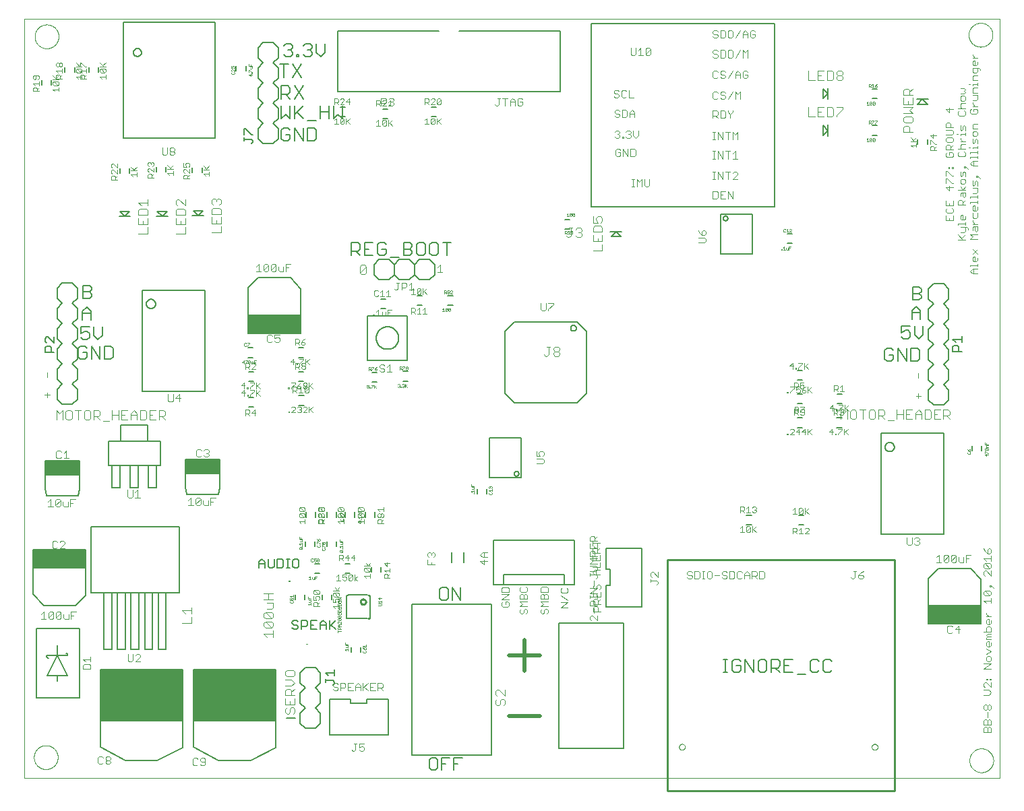
<source format=gto>
G75*
%MOIN*%
%OFA0B0*%
%FSLAX25Y25*%
%IPPOS*%
%LPD*%
%AMOC8*
5,1,8,0,0,1.08239X$1,22.5*
%
%ADD10C,0.00000*%
%ADD11C,0.00600*%
%ADD12C,0.00300*%
%ADD13C,0.00500*%
%ADD14C,0.00800*%
%ADD15C,0.00400*%
%ADD16C,0.00100*%
%ADD17C,0.00060*%
%ADD18C,0.01000*%
%ADD19C,0.00984*%
%ADD20C,0.02000*%
D10*
X0083333Y0083740D02*
X0083333Y0459331D01*
X0565617Y0459331D01*
X0565617Y0083740D01*
X0083333Y0083740D01*
X0088057Y0093976D02*
X0088059Y0094129D01*
X0088065Y0094283D01*
X0088075Y0094436D01*
X0088089Y0094588D01*
X0088107Y0094741D01*
X0088129Y0094892D01*
X0088154Y0095043D01*
X0088184Y0095194D01*
X0088218Y0095344D01*
X0088255Y0095492D01*
X0088296Y0095640D01*
X0088341Y0095786D01*
X0088390Y0095932D01*
X0088443Y0096076D01*
X0088499Y0096218D01*
X0088559Y0096359D01*
X0088623Y0096499D01*
X0088690Y0096637D01*
X0088761Y0096773D01*
X0088836Y0096907D01*
X0088913Y0097039D01*
X0088995Y0097169D01*
X0089079Y0097297D01*
X0089167Y0097423D01*
X0089258Y0097546D01*
X0089352Y0097667D01*
X0089450Y0097785D01*
X0089550Y0097901D01*
X0089654Y0098014D01*
X0089760Y0098125D01*
X0089869Y0098233D01*
X0089981Y0098338D01*
X0090095Y0098439D01*
X0090213Y0098538D01*
X0090332Y0098634D01*
X0090454Y0098727D01*
X0090579Y0098816D01*
X0090706Y0098903D01*
X0090835Y0098985D01*
X0090966Y0099065D01*
X0091099Y0099141D01*
X0091234Y0099214D01*
X0091371Y0099283D01*
X0091510Y0099348D01*
X0091650Y0099410D01*
X0091792Y0099468D01*
X0091935Y0099523D01*
X0092080Y0099574D01*
X0092226Y0099621D01*
X0092373Y0099664D01*
X0092521Y0099703D01*
X0092670Y0099739D01*
X0092820Y0099770D01*
X0092971Y0099798D01*
X0093122Y0099822D01*
X0093275Y0099842D01*
X0093427Y0099858D01*
X0093580Y0099870D01*
X0093733Y0099878D01*
X0093886Y0099882D01*
X0094040Y0099882D01*
X0094193Y0099878D01*
X0094346Y0099870D01*
X0094499Y0099858D01*
X0094651Y0099842D01*
X0094804Y0099822D01*
X0094955Y0099798D01*
X0095106Y0099770D01*
X0095256Y0099739D01*
X0095405Y0099703D01*
X0095553Y0099664D01*
X0095700Y0099621D01*
X0095846Y0099574D01*
X0095991Y0099523D01*
X0096134Y0099468D01*
X0096276Y0099410D01*
X0096416Y0099348D01*
X0096555Y0099283D01*
X0096692Y0099214D01*
X0096827Y0099141D01*
X0096960Y0099065D01*
X0097091Y0098985D01*
X0097220Y0098903D01*
X0097347Y0098816D01*
X0097472Y0098727D01*
X0097594Y0098634D01*
X0097713Y0098538D01*
X0097831Y0098439D01*
X0097945Y0098338D01*
X0098057Y0098233D01*
X0098166Y0098125D01*
X0098272Y0098014D01*
X0098376Y0097901D01*
X0098476Y0097785D01*
X0098574Y0097667D01*
X0098668Y0097546D01*
X0098759Y0097423D01*
X0098847Y0097297D01*
X0098931Y0097169D01*
X0099013Y0097039D01*
X0099090Y0096907D01*
X0099165Y0096773D01*
X0099236Y0096637D01*
X0099303Y0096499D01*
X0099367Y0096359D01*
X0099427Y0096218D01*
X0099483Y0096076D01*
X0099536Y0095932D01*
X0099585Y0095786D01*
X0099630Y0095640D01*
X0099671Y0095492D01*
X0099708Y0095344D01*
X0099742Y0095194D01*
X0099772Y0095043D01*
X0099797Y0094892D01*
X0099819Y0094741D01*
X0099837Y0094588D01*
X0099851Y0094436D01*
X0099861Y0094283D01*
X0099867Y0094129D01*
X0099869Y0093976D01*
X0099867Y0093823D01*
X0099861Y0093669D01*
X0099851Y0093516D01*
X0099837Y0093364D01*
X0099819Y0093211D01*
X0099797Y0093060D01*
X0099772Y0092909D01*
X0099742Y0092758D01*
X0099708Y0092608D01*
X0099671Y0092460D01*
X0099630Y0092312D01*
X0099585Y0092166D01*
X0099536Y0092020D01*
X0099483Y0091876D01*
X0099427Y0091734D01*
X0099367Y0091593D01*
X0099303Y0091453D01*
X0099236Y0091315D01*
X0099165Y0091179D01*
X0099090Y0091045D01*
X0099013Y0090913D01*
X0098931Y0090783D01*
X0098847Y0090655D01*
X0098759Y0090529D01*
X0098668Y0090406D01*
X0098574Y0090285D01*
X0098476Y0090167D01*
X0098376Y0090051D01*
X0098272Y0089938D01*
X0098166Y0089827D01*
X0098057Y0089719D01*
X0097945Y0089614D01*
X0097831Y0089513D01*
X0097713Y0089414D01*
X0097594Y0089318D01*
X0097472Y0089225D01*
X0097347Y0089136D01*
X0097220Y0089049D01*
X0097091Y0088967D01*
X0096960Y0088887D01*
X0096827Y0088811D01*
X0096692Y0088738D01*
X0096555Y0088669D01*
X0096416Y0088604D01*
X0096276Y0088542D01*
X0096134Y0088484D01*
X0095991Y0088429D01*
X0095846Y0088378D01*
X0095700Y0088331D01*
X0095553Y0088288D01*
X0095405Y0088249D01*
X0095256Y0088213D01*
X0095106Y0088182D01*
X0094955Y0088154D01*
X0094804Y0088130D01*
X0094651Y0088110D01*
X0094499Y0088094D01*
X0094346Y0088082D01*
X0094193Y0088074D01*
X0094040Y0088070D01*
X0093886Y0088070D01*
X0093733Y0088074D01*
X0093580Y0088082D01*
X0093427Y0088094D01*
X0093275Y0088110D01*
X0093122Y0088130D01*
X0092971Y0088154D01*
X0092820Y0088182D01*
X0092670Y0088213D01*
X0092521Y0088249D01*
X0092373Y0088288D01*
X0092226Y0088331D01*
X0092080Y0088378D01*
X0091935Y0088429D01*
X0091792Y0088484D01*
X0091650Y0088542D01*
X0091510Y0088604D01*
X0091371Y0088669D01*
X0091234Y0088738D01*
X0091099Y0088811D01*
X0090966Y0088887D01*
X0090835Y0088967D01*
X0090706Y0089049D01*
X0090579Y0089136D01*
X0090454Y0089225D01*
X0090332Y0089318D01*
X0090213Y0089414D01*
X0090095Y0089513D01*
X0089981Y0089614D01*
X0089869Y0089719D01*
X0089760Y0089827D01*
X0089654Y0089938D01*
X0089550Y0090051D01*
X0089450Y0090167D01*
X0089352Y0090285D01*
X0089258Y0090406D01*
X0089167Y0090529D01*
X0089079Y0090655D01*
X0088995Y0090783D01*
X0088913Y0090913D01*
X0088836Y0091045D01*
X0088761Y0091179D01*
X0088690Y0091315D01*
X0088623Y0091453D01*
X0088559Y0091593D01*
X0088499Y0091734D01*
X0088443Y0091876D01*
X0088390Y0092020D01*
X0088341Y0092166D01*
X0088296Y0092312D01*
X0088255Y0092460D01*
X0088218Y0092608D01*
X0088184Y0092758D01*
X0088154Y0092909D01*
X0088129Y0093060D01*
X0088107Y0093211D01*
X0088089Y0093364D01*
X0088075Y0093516D01*
X0088065Y0093669D01*
X0088059Y0093823D01*
X0088057Y0093976D01*
X0213904Y0181134D02*
X0213904Y0181234D01*
X0213954Y0181234D01*
X0213971Y0181217D01*
X0213971Y0181184D01*
X0213954Y0181167D01*
X0213904Y0181167D01*
X0213996Y0181234D02*
X0214063Y0181234D01*
X0214088Y0181234D02*
X0214138Y0181234D01*
X0214155Y0181217D01*
X0214155Y0181184D01*
X0214138Y0181167D01*
X0214088Y0181167D01*
X0214088Y0181134D02*
X0214088Y0181234D01*
X0214030Y0181234D02*
X0214030Y0181134D01*
X0214122Y0181167D02*
X0214155Y0181134D01*
X0214180Y0181134D02*
X0214247Y0181134D01*
X0214273Y0181134D02*
X0214323Y0181134D01*
X0214339Y0181151D01*
X0214339Y0181167D01*
X0214323Y0181184D01*
X0214273Y0181184D01*
X0214323Y0181184D02*
X0214339Y0181201D01*
X0214339Y0181217D01*
X0214323Y0181234D01*
X0214273Y0181234D01*
X0214273Y0181134D01*
X0214214Y0181134D02*
X0214214Y0181234D01*
X0214180Y0181201D01*
X0214365Y0181201D02*
X0214398Y0181234D01*
X0214398Y0181134D01*
X0214365Y0181134D02*
X0214431Y0181134D01*
X0214457Y0181101D02*
X0214490Y0181134D01*
X0214473Y0181134D01*
X0214473Y0181151D01*
X0214490Y0181151D01*
X0214490Y0181134D01*
X0214518Y0181134D02*
X0214585Y0181201D01*
X0214585Y0181217D01*
X0214568Y0181234D01*
X0214535Y0181234D01*
X0214518Y0181217D01*
X0214518Y0181134D02*
X0214585Y0181134D01*
X0214610Y0181134D02*
X0214610Y0181151D01*
X0214677Y0181217D01*
X0214677Y0181234D01*
X0214610Y0181234D01*
X0222566Y0150132D02*
X0222616Y0150132D01*
X0222632Y0150115D01*
X0222632Y0150082D01*
X0222616Y0150065D01*
X0222566Y0150065D01*
X0222566Y0150031D02*
X0222566Y0150132D01*
X0222658Y0150132D02*
X0222724Y0150132D01*
X0222750Y0150132D02*
X0222800Y0150132D01*
X0222816Y0150115D01*
X0222816Y0150082D01*
X0222800Y0150065D01*
X0222750Y0150065D01*
X0222783Y0150065D02*
X0222816Y0150031D01*
X0222842Y0150031D02*
X0222909Y0150031D01*
X0222934Y0150031D02*
X0222984Y0150031D01*
X0223001Y0150048D01*
X0223001Y0150065D01*
X0222984Y0150082D01*
X0222934Y0150082D01*
X0222934Y0150132D02*
X0222984Y0150132D01*
X0223001Y0150115D01*
X0223001Y0150098D01*
X0222984Y0150082D01*
X0223026Y0150098D02*
X0223059Y0150132D01*
X0223059Y0150031D01*
X0223026Y0150031D02*
X0223093Y0150031D01*
X0223118Y0149998D02*
X0223151Y0150031D01*
X0223135Y0150031D01*
X0223135Y0150048D01*
X0223151Y0150048D01*
X0223151Y0150031D01*
X0223179Y0150031D02*
X0223246Y0150098D01*
X0223246Y0150115D01*
X0223229Y0150132D01*
X0223196Y0150132D01*
X0223179Y0150115D01*
X0223179Y0150031D02*
X0223246Y0150031D01*
X0223272Y0150031D02*
X0223272Y0150048D01*
X0223338Y0150115D01*
X0223338Y0150132D01*
X0223272Y0150132D01*
X0222934Y0150132D02*
X0222934Y0150031D01*
X0222875Y0150031D02*
X0222875Y0150132D01*
X0222842Y0150098D01*
X0222750Y0150132D02*
X0222750Y0150031D01*
X0222691Y0150031D02*
X0222691Y0150132D01*
X0407054Y0099094D02*
X0407056Y0099171D01*
X0407062Y0099247D01*
X0407072Y0099323D01*
X0407086Y0099398D01*
X0407103Y0099473D01*
X0407125Y0099546D01*
X0407150Y0099619D01*
X0407180Y0099690D01*
X0407212Y0099759D01*
X0407249Y0099826D01*
X0407288Y0099892D01*
X0407331Y0099955D01*
X0407378Y0100016D01*
X0407427Y0100075D01*
X0407480Y0100131D01*
X0407535Y0100184D01*
X0407593Y0100234D01*
X0407653Y0100281D01*
X0407716Y0100325D01*
X0407781Y0100366D01*
X0407848Y0100403D01*
X0407917Y0100437D01*
X0407987Y0100467D01*
X0408059Y0100493D01*
X0408133Y0100515D01*
X0408207Y0100534D01*
X0408282Y0100549D01*
X0408358Y0100560D01*
X0408434Y0100567D01*
X0408511Y0100570D01*
X0408587Y0100569D01*
X0408664Y0100564D01*
X0408740Y0100555D01*
X0408816Y0100542D01*
X0408890Y0100525D01*
X0408964Y0100505D01*
X0409037Y0100480D01*
X0409108Y0100452D01*
X0409178Y0100420D01*
X0409246Y0100385D01*
X0409312Y0100346D01*
X0409376Y0100304D01*
X0409437Y0100258D01*
X0409497Y0100209D01*
X0409553Y0100158D01*
X0409607Y0100103D01*
X0409658Y0100046D01*
X0409706Y0099986D01*
X0409751Y0099924D01*
X0409792Y0099859D01*
X0409830Y0099793D01*
X0409865Y0099725D01*
X0409895Y0099654D01*
X0409923Y0099583D01*
X0409946Y0099510D01*
X0409966Y0099436D01*
X0409982Y0099361D01*
X0409994Y0099285D01*
X0410002Y0099209D01*
X0410006Y0099132D01*
X0410006Y0099056D01*
X0410002Y0098979D01*
X0409994Y0098903D01*
X0409982Y0098827D01*
X0409966Y0098752D01*
X0409946Y0098678D01*
X0409923Y0098605D01*
X0409895Y0098534D01*
X0409865Y0098463D01*
X0409830Y0098395D01*
X0409792Y0098329D01*
X0409751Y0098264D01*
X0409706Y0098202D01*
X0409658Y0098142D01*
X0409607Y0098085D01*
X0409553Y0098030D01*
X0409497Y0097979D01*
X0409437Y0097930D01*
X0409376Y0097884D01*
X0409312Y0097842D01*
X0409246Y0097803D01*
X0409178Y0097768D01*
X0409108Y0097736D01*
X0409037Y0097708D01*
X0408964Y0097683D01*
X0408890Y0097663D01*
X0408816Y0097646D01*
X0408740Y0097633D01*
X0408664Y0097624D01*
X0408587Y0097619D01*
X0408511Y0097618D01*
X0408434Y0097621D01*
X0408358Y0097628D01*
X0408282Y0097639D01*
X0408207Y0097654D01*
X0408133Y0097673D01*
X0408059Y0097695D01*
X0407987Y0097721D01*
X0407917Y0097751D01*
X0407848Y0097785D01*
X0407781Y0097822D01*
X0407716Y0097863D01*
X0407653Y0097907D01*
X0407593Y0097954D01*
X0407535Y0098004D01*
X0407480Y0098057D01*
X0407427Y0098113D01*
X0407378Y0098172D01*
X0407331Y0098233D01*
X0407288Y0098296D01*
X0407249Y0098362D01*
X0407212Y0098429D01*
X0407180Y0098498D01*
X0407150Y0098569D01*
X0407125Y0098642D01*
X0407103Y0098715D01*
X0407086Y0098790D01*
X0407072Y0098865D01*
X0407062Y0098941D01*
X0407056Y0099017D01*
X0407054Y0099094D01*
X0502330Y0099094D02*
X0502332Y0099171D01*
X0502338Y0099247D01*
X0502348Y0099323D01*
X0502362Y0099398D01*
X0502379Y0099473D01*
X0502401Y0099546D01*
X0502426Y0099619D01*
X0502456Y0099690D01*
X0502488Y0099759D01*
X0502525Y0099826D01*
X0502564Y0099892D01*
X0502607Y0099955D01*
X0502654Y0100016D01*
X0502703Y0100075D01*
X0502756Y0100131D01*
X0502811Y0100184D01*
X0502869Y0100234D01*
X0502929Y0100281D01*
X0502992Y0100325D01*
X0503057Y0100366D01*
X0503124Y0100403D01*
X0503193Y0100437D01*
X0503263Y0100467D01*
X0503335Y0100493D01*
X0503409Y0100515D01*
X0503483Y0100534D01*
X0503558Y0100549D01*
X0503634Y0100560D01*
X0503710Y0100567D01*
X0503787Y0100570D01*
X0503863Y0100569D01*
X0503940Y0100564D01*
X0504016Y0100555D01*
X0504092Y0100542D01*
X0504166Y0100525D01*
X0504240Y0100505D01*
X0504313Y0100480D01*
X0504384Y0100452D01*
X0504454Y0100420D01*
X0504522Y0100385D01*
X0504588Y0100346D01*
X0504652Y0100304D01*
X0504713Y0100258D01*
X0504773Y0100209D01*
X0504829Y0100158D01*
X0504883Y0100103D01*
X0504934Y0100046D01*
X0504982Y0099986D01*
X0505027Y0099924D01*
X0505068Y0099859D01*
X0505106Y0099793D01*
X0505141Y0099725D01*
X0505171Y0099654D01*
X0505199Y0099583D01*
X0505222Y0099510D01*
X0505242Y0099436D01*
X0505258Y0099361D01*
X0505270Y0099285D01*
X0505278Y0099209D01*
X0505282Y0099132D01*
X0505282Y0099056D01*
X0505278Y0098979D01*
X0505270Y0098903D01*
X0505258Y0098827D01*
X0505242Y0098752D01*
X0505222Y0098678D01*
X0505199Y0098605D01*
X0505171Y0098534D01*
X0505141Y0098463D01*
X0505106Y0098395D01*
X0505068Y0098329D01*
X0505027Y0098264D01*
X0504982Y0098202D01*
X0504934Y0098142D01*
X0504883Y0098085D01*
X0504829Y0098030D01*
X0504773Y0097979D01*
X0504713Y0097930D01*
X0504652Y0097884D01*
X0504588Y0097842D01*
X0504522Y0097803D01*
X0504454Y0097768D01*
X0504384Y0097736D01*
X0504313Y0097708D01*
X0504240Y0097683D01*
X0504166Y0097663D01*
X0504092Y0097646D01*
X0504016Y0097633D01*
X0503940Y0097624D01*
X0503863Y0097619D01*
X0503787Y0097618D01*
X0503710Y0097621D01*
X0503634Y0097628D01*
X0503558Y0097639D01*
X0503483Y0097654D01*
X0503409Y0097673D01*
X0503335Y0097695D01*
X0503263Y0097721D01*
X0503193Y0097751D01*
X0503124Y0097785D01*
X0503057Y0097822D01*
X0502992Y0097863D01*
X0502929Y0097907D01*
X0502869Y0097954D01*
X0502811Y0098004D01*
X0502756Y0098057D01*
X0502703Y0098113D01*
X0502654Y0098172D01*
X0502607Y0098233D01*
X0502564Y0098296D01*
X0502525Y0098362D01*
X0502488Y0098429D01*
X0502456Y0098498D01*
X0502426Y0098569D01*
X0502401Y0098642D01*
X0502379Y0098715D01*
X0502362Y0098790D01*
X0502348Y0098865D01*
X0502338Y0098941D01*
X0502332Y0099017D01*
X0502330Y0099094D01*
X0550656Y0092402D02*
X0550658Y0092555D01*
X0550664Y0092709D01*
X0550674Y0092862D01*
X0550688Y0093014D01*
X0550706Y0093167D01*
X0550728Y0093318D01*
X0550753Y0093469D01*
X0550783Y0093620D01*
X0550817Y0093770D01*
X0550854Y0093918D01*
X0550895Y0094066D01*
X0550940Y0094212D01*
X0550989Y0094358D01*
X0551042Y0094502D01*
X0551098Y0094644D01*
X0551158Y0094785D01*
X0551222Y0094925D01*
X0551289Y0095063D01*
X0551360Y0095199D01*
X0551435Y0095333D01*
X0551512Y0095465D01*
X0551594Y0095595D01*
X0551678Y0095723D01*
X0551766Y0095849D01*
X0551857Y0095972D01*
X0551951Y0096093D01*
X0552049Y0096211D01*
X0552149Y0096327D01*
X0552253Y0096440D01*
X0552359Y0096551D01*
X0552468Y0096659D01*
X0552580Y0096764D01*
X0552694Y0096865D01*
X0552812Y0096964D01*
X0552931Y0097060D01*
X0553053Y0097153D01*
X0553178Y0097242D01*
X0553305Y0097329D01*
X0553434Y0097411D01*
X0553565Y0097491D01*
X0553698Y0097567D01*
X0553833Y0097640D01*
X0553970Y0097709D01*
X0554109Y0097774D01*
X0554249Y0097836D01*
X0554391Y0097894D01*
X0554534Y0097949D01*
X0554679Y0098000D01*
X0554825Y0098047D01*
X0554972Y0098090D01*
X0555120Y0098129D01*
X0555269Y0098165D01*
X0555419Y0098196D01*
X0555570Y0098224D01*
X0555721Y0098248D01*
X0555874Y0098268D01*
X0556026Y0098284D01*
X0556179Y0098296D01*
X0556332Y0098304D01*
X0556485Y0098308D01*
X0556639Y0098308D01*
X0556792Y0098304D01*
X0556945Y0098296D01*
X0557098Y0098284D01*
X0557250Y0098268D01*
X0557403Y0098248D01*
X0557554Y0098224D01*
X0557705Y0098196D01*
X0557855Y0098165D01*
X0558004Y0098129D01*
X0558152Y0098090D01*
X0558299Y0098047D01*
X0558445Y0098000D01*
X0558590Y0097949D01*
X0558733Y0097894D01*
X0558875Y0097836D01*
X0559015Y0097774D01*
X0559154Y0097709D01*
X0559291Y0097640D01*
X0559426Y0097567D01*
X0559559Y0097491D01*
X0559690Y0097411D01*
X0559819Y0097329D01*
X0559946Y0097242D01*
X0560071Y0097153D01*
X0560193Y0097060D01*
X0560312Y0096964D01*
X0560430Y0096865D01*
X0560544Y0096764D01*
X0560656Y0096659D01*
X0560765Y0096551D01*
X0560871Y0096440D01*
X0560975Y0096327D01*
X0561075Y0096211D01*
X0561173Y0096093D01*
X0561267Y0095972D01*
X0561358Y0095849D01*
X0561446Y0095723D01*
X0561530Y0095595D01*
X0561612Y0095465D01*
X0561689Y0095333D01*
X0561764Y0095199D01*
X0561835Y0095063D01*
X0561902Y0094925D01*
X0561966Y0094785D01*
X0562026Y0094644D01*
X0562082Y0094502D01*
X0562135Y0094358D01*
X0562184Y0094212D01*
X0562229Y0094066D01*
X0562270Y0093918D01*
X0562307Y0093770D01*
X0562341Y0093620D01*
X0562371Y0093469D01*
X0562396Y0093318D01*
X0562418Y0093167D01*
X0562436Y0093014D01*
X0562450Y0092862D01*
X0562460Y0092709D01*
X0562466Y0092555D01*
X0562468Y0092402D01*
X0562466Y0092249D01*
X0562460Y0092095D01*
X0562450Y0091942D01*
X0562436Y0091790D01*
X0562418Y0091637D01*
X0562396Y0091486D01*
X0562371Y0091335D01*
X0562341Y0091184D01*
X0562307Y0091034D01*
X0562270Y0090886D01*
X0562229Y0090738D01*
X0562184Y0090592D01*
X0562135Y0090446D01*
X0562082Y0090302D01*
X0562026Y0090160D01*
X0561966Y0090019D01*
X0561902Y0089879D01*
X0561835Y0089741D01*
X0561764Y0089605D01*
X0561689Y0089471D01*
X0561612Y0089339D01*
X0561530Y0089209D01*
X0561446Y0089081D01*
X0561358Y0088955D01*
X0561267Y0088832D01*
X0561173Y0088711D01*
X0561075Y0088593D01*
X0560975Y0088477D01*
X0560871Y0088364D01*
X0560765Y0088253D01*
X0560656Y0088145D01*
X0560544Y0088040D01*
X0560430Y0087939D01*
X0560312Y0087840D01*
X0560193Y0087744D01*
X0560071Y0087651D01*
X0559946Y0087562D01*
X0559819Y0087475D01*
X0559690Y0087393D01*
X0559559Y0087313D01*
X0559426Y0087237D01*
X0559291Y0087164D01*
X0559154Y0087095D01*
X0559015Y0087030D01*
X0558875Y0086968D01*
X0558733Y0086910D01*
X0558590Y0086855D01*
X0558445Y0086804D01*
X0558299Y0086757D01*
X0558152Y0086714D01*
X0558004Y0086675D01*
X0557855Y0086639D01*
X0557705Y0086608D01*
X0557554Y0086580D01*
X0557403Y0086556D01*
X0557250Y0086536D01*
X0557098Y0086520D01*
X0556945Y0086508D01*
X0556792Y0086500D01*
X0556639Y0086496D01*
X0556485Y0086496D01*
X0556332Y0086500D01*
X0556179Y0086508D01*
X0556026Y0086520D01*
X0555874Y0086536D01*
X0555721Y0086556D01*
X0555570Y0086580D01*
X0555419Y0086608D01*
X0555269Y0086639D01*
X0555120Y0086675D01*
X0554972Y0086714D01*
X0554825Y0086757D01*
X0554679Y0086804D01*
X0554534Y0086855D01*
X0554391Y0086910D01*
X0554249Y0086968D01*
X0554109Y0087030D01*
X0553970Y0087095D01*
X0553833Y0087164D01*
X0553698Y0087237D01*
X0553565Y0087313D01*
X0553434Y0087393D01*
X0553305Y0087475D01*
X0553178Y0087562D01*
X0553053Y0087651D01*
X0552931Y0087744D01*
X0552812Y0087840D01*
X0552694Y0087939D01*
X0552580Y0088040D01*
X0552468Y0088145D01*
X0552359Y0088253D01*
X0552253Y0088364D01*
X0552149Y0088477D01*
X0552049Y0088593D01*
X0551951Y0088711D01*
X0551857Y0088832D01*
X0551766Y0088955D01*
X0551678Y0089081D01*
X0551594Y0089209D01*
X0551512Y0089339D01*
X0551435Y0089471D01*
X0551360Y0089605D01*
X0551289Y0089741D01*
X0551222Y0089879D01*
X0551158Y0090019D01*
X0551098Y0090160D01*
X0551042Y0090302D01*
X0550989Y0090446D01*
X0550940Y0090592D01*
X0550895Y0090738D01*
X0550854Y0090886D01*
X0550817Y0091034D01*
X0550783Y0091184D01*
X0550753Y0091335D01*
X0550728Y0091486D01*
X0550706Y0091637D01*
X0550688Y0091790D01*
X0550674Y0091942D01*
X0550664Y0092095D01*
X0550658Y0092249D01*
X0550656Y0092402D01*
X0550262Y0451457D02*
X0550264Y0451610D01*
X0550270Y0451764D01*
X0550280Y0451917D01*
X0550294Y0452069D01*
X0550312Y0452222D01*
X0550334Y0452373D01*
X0550359Y0452524D01*
X0550389Y0452675D01*
X0550423Y0452825D01*
X0550460Y0452973D01*
X0550501Y0453121D01*
X0550546Y0453267D01*
X0550595Y0453413D01*
X0550648Y0453557D01*
X0550704Y0453699D01*
X0550764Y0453840D01*
X0550828Y0453980D01*
X0550895Y0454118D01*
X0550966Y0454254D01*
X0551041Y0454388D01*
X0551118Y0454520D01*
X0551200Y0454650D01*
X0551284Y0454778D01*
X0551372Y0454904D01*
X0551463Y0455027D01*
X0551557Y0455148D01*
X0551655Y0455266D01*
X0551755Y0455382D01*
X0551859Y0455495D01*
X0551965Y0455606D01*
X0552074Y0455714D01*
X0552186Y0455819D01*
X0552300Y0455920D01*
X0552418Y0456019D01*
X0552537Y0456115D01*
X0552659Y0456208D01*
X0552784Y0456297D01*
X0552911Y0456384D01*
X0553040Y0456466D01*
X0553171Y0456546D01*
X0553304Y0456622D01*
X0553439Y0456695D01*
X0553576Y0456764D01*
X0553715Y0456829D01*
X0553855Y0456891D01*
X0553997Y0456949D01*
X0554140Y0457004D01*
X0554285Y0457055D01*
X0554431Y0457102D01*
X0554578Y0457145D01*
X0554726Y0457184D01*
X0554875Y0457220D01*
X0555025Y0457251D01*
X0555176Y0457279D01*
X0555327Y0457303D01*
X0555480Y0457323D01*
X0555632Y0457339D01*
X0555785Y0457351D01*
X0555938Y0457359D01*
X0556091Y0457363D01*
X0556245Y0457363D01*
X0556398Y0457359D01*
X0556551Y0457351D01*
X0556704Y0457339D01*
X0556856Y0457323D01*
X0557009Y0457303D01*
X0557160Y0457279D01*
X0557311Y0457251D01*
X0557461Y0457220D01*
X0557610Y0457184D01*
X0557758Y0457145D01*
X0557905Y0457102D01*
X0558051Y0457055D01*
X0558196Y0457004D01*
X0558339Y0456949D01*
X0558481Y0456891D01*
X0558621Y0456829D01*
X0558760Y0456764D01*
X0558897Y0456695D01*
X0559032Y0456622D01*
X0559165Y0456546D01*
X0559296Y0456466D01*
X0559425Y0456384D01*
X0559552Y0456297D01*
X0559677Y0456208D01*
X0559799Y0456115D01*
X0559918Y0456019D01*
X0560036Y0455920D01*
X0560150Y0455819D01*
X0560262Y0455714D01*
X0560371Y0455606D01*
X0560477Y0455495D01*
X0560581Y0455382D01*
X0560681Y0455266D01*
X0560779Y0455148D01*
X0560873Y0455027D01*
X0560964Y0454904D01*
X0561052Y0454778D01*
X0561136Y0454650D01*
X0561218Y0454520D01*
X0561295Y0454388D01*
X0561370Y0454254D01*
X0561441Y0454118D01*
X0561508Y0453980D01*
X0561572Y0453840D01*
X0561632Y0453699D01*
X0561688Y0453557D01*
X0561741Y0453413D01*
X0561790Y0453267D01*
X0561835Y0453121D01*
X0561876Y0452973D01*
X0561913Y0452825D01*
X0561947Y0452675D01*
X0561977Y0452524D01*
X0562002Y0452373D01*
X0562024Y0452222D01*
X0562042Y0452069D01*
X0562056Y0451917D01*
X0562066Y0451764D01*
X0562072Y0451610D01*
X0562074Y0451457D01*
X0562072Y0451304D01*
X0562066Y0451150D01*
X0562056Y0450997D01*
X0562042Y0450845D01*
X0562024Y0450692D01*
X0562002Y0450541D01*
X0561977Y0450390D01*
X0561947Y0450239D01*
X0561913Y0450089D01*
X0561876Y0449941D01*
X0561835Y0449793D01*
X0561790Y0449647D01*
X0561741Y0449501D01*
X0561688Y0449357D01*
X0561632Y0449215D01*
X0561572Y0449074D01*
X0561508Y0448934D01*
X0561441Y0448796D01*
X0561370Y0448660D01*
X0561295Y0448526D01*
X0561218Y0448394D01*
X0561136Y0448264D01*
X0561052Y0448136D01*
X0560964Y0448010D01*
X0560873Y0447887D01*
X0560779Y0447766D01*
X0560681Y0447648D01*
X0560581Y0447532D01*
X0560477Y0447419D01*
X0560371Y0447308D01*
X0560262Y0447200D01*
X0560150Y0447095D01*
X0560036Y0446994D01*
X0559918Y0446895D01*
X0559799Y0446799D01*
X0559677Y0446706D01*
X0559552Y0446617D01*
X0559425Y0446530D01*
X0559296Y0446448D01*
X0559165Y0446368D01*
X0559032Y0446292D01*
X0558897Y0446219D01*
X0558760Y0446150D01*
X0558621Y0446085D01*
X0558481Y0446023D01*
X0558339Y0445965D01*
X0558196Y0445910D01*
X0558051Y0445859D01*
X0557905Y0445812D01*
X0557758Y0445769D01*
X0557610Y0445730D01*
X0557461Y0445694D01*
X0557311Y0445663D01*
X0557160Y0445635D01*
X0557009Y0445611D01*
X0556856Y0445591D01*
X0556704Y0445575D01*
X0556551Y0445563D01*
X0556398Y0445555D01*
X0556245Y0445551D01*
X0556091Y0445551D01*
X0555938Y0445555D01*
X0555785Y0445563D01*
X0555632Y0445575D01*
X0555480Y0445591D01*
X0555327Y0445611D01*
X0555176Y0445635D01*
X0555025Y0445663D01*
X0554875Y0445694D01*
X0554726Y0445730D01*
X0554578Y0445769D01*
X0554431Y0445812D01*
X0554285Y0445859D01*
X0554140Y0445910D01*
X0553997Y0445965D01*
X0553855Y0446023D01*
X0553715Y0446085D01*
X0553576Y0446150D01*
X0553439Y0446219D01*
X0553304Y0446292D01*
X0553171Y0446368D01*
X0553040Y0446448D01*
X0552911Y0446530D01*
X0552784Y0446617D01*
X0552659Y0446706D01*
X0552537Y0446799D01*
X0552418Y0446895D01*
X0552300Y0446994D01*
X0552186Y0447095D01*
X0552074Y0447200D01*
X0551965Y0447308D01*
X0551859Y0447419D01*
X0551755Y0447532D01*
X0551655Y0447648D01*
X0551557Y0447766D01*
X0551463Y0447887D01*
X0551372Y0448010D01*
X0551284Y0448136D01*
X0551200Y0448264D01*
X0551118Y0448394D01*
X0551041Y0448526D01*
X0550966Y0448660D01*
X0550895Y0448796D01*
X0550828Y0448934D01*
X0550764Y0449074D01*
X0550704Y0449215D01*
X0550648Y0449357D01*
X0550595Y0449501D01*
X0550546Y0449647D01*
X0550501Y0449793D01*
X0550460Y0449941D01*
X0550423Y0450089D01*
X0550389Y0450239D01*
X0550359Y0450390D01*
X0550334Y0450541D01*
X0550312Y0450692D01*
X0550294Y0450845D01*
X0550280Y0450997D01*
X0550270Y0451150D01*
X0550264Y0451304D01*
X0550262Y0451457D01*
X0088451Y0450669D02*
X0088453Y0450822D01*
X0088459Y0450976D01*
X0088469Y0451129D01*
X0088483Y0451281D01*
X0088501Y0451434D01*
X0088523Y0451585D01*
X0088548Y0451736D01*
X0088578Y0451887D01*
X0088612Y0452037D01*
X0088649Y0452185D01*
X0088690Y0452333D01*
X0088735Y0452479D01*
X0088784Y0452625D01*
X0088837Y0452769D01*
X0088893Y0452911D01*
X0088953Y0453052D01*
X0089017Y0453192D01*
X0089084Y0453330D01*
X0089155Y0453466D01*
X0089230Y0453600D01*
X0089307Y0453732D01*
X0089389Y0453862D01*
X0089473Y0453990D01*
X0089561Y0454116D01*
X0089652Y0454239D01*
X0089746Y0454360D01*
X0089844Y0454478D01*
X0089944Y0454594D01*
X0090048Y0454707D01*
X0090154Y0454818D01*
X0090263Y0454926D01*
X0090375Y0455031D01*
X0090489Y0455132D01*
X0090607Y0455231D01*
X0090726Y0455327D01*
X0090848Y0455420D01*
X0090973Y0455509D01*
X0091100Y0455596D01*
X0091229Y0455678D01*
X0091360Y0455758D01*
X0091493Y0455834D01*
X0091628Y0455907D01*
X0091765Y0455976D01*
X0091904Y0456041D01*
X0092044Y0456103D01*
X0092186Y0456161D01*
X0092329Y0456216D01*
X0092474Y0456267D01*
X0092620Y0456314D01*
X0092767Y0456357D01*
X0092915Y0456396D01*
X0093064Y0456432D01*
X0093214Y0456463D01*
X0093365Y0456491D01*
X0093516Y0456515D01*
X0093669Y0456535D01*
X0093821Y0456551D01*
X0093974Y0456563D01*
X0094127Y0456571D01*
X0094280Y0456575D01*
X0094434Y0456575D01*
X0094587Y0456571D01*
X0094740Y0456563D01*
X0094893Y0456551D01*
X0095045Y0456535D01*
X0095198Y0456515D01*
X0095349Y0456491D01*
X0095500Y0456463D01*
X0095650Y0456432D01*
X0095799Y0456396D01*
X0095947Y0456357D01*
X0096094Y0456314D01*
X0096240Y0456267D01*
X0096385Y0456216D01*
X0096528Y0456161D01*
X0096670Y0456103D01*
X0096810Y0456041D01*
X0096949Y0455976D01*
X0097086Y0455907D01*
X0097221Y0455834D01*
X0097354Y0455758D01*
X0097485Y0455678D01*
X0097614Y0455596D01*
X0097741Y0455509D01*
X0097866Y0455420D01*
X0097988Y0455327D01*
X0098107Y0455231D01*
X0098225Y0455132D01*
X0098339Y0455031D01*
X0098451Y0454926D01*
X0098560Y0454818D01*
X0098666Y0454707D01*
X0098770Y0454594D01*
X0098870Y0454478D01*
X0098968Y0454360D01*
X0099062Y0454239D01*
X0099153Y0454116D01*
X0099241Y0453990D01*
X0099325Y0453862D01*
X0099407Y0453732D01*
X0099484Y0453600D01*
X0099559Y0453466D01*
X0099630Y0453330D01*
X0099697Y0453192D01*
X0099761Y0453052D01*
X0099821Y0452911D01*
X0099877Y0452769D01*
X0099930Y0452625D01*
X0099979Y0452479D01*
X0100024Y0452333D01*
X0100065Y0452185D01*
X0100102Y0452037D01*
X0100136Y0451887D01*
X0100166Y0451736D01*
X0100191Y0451585D01*
X0100213Y0451434D01*
X0100231Y0451281D01*
X0100245Y0451129D01*
X0100255Y0450976D01*
X0100261Y0450822D01*
X0100263Y0450669D01*
X0100261Y0450516D01*
X0100255Y0450362D01*
X0100245Y0450209D01*
X0100231Y0450057D01*
X0100213Y0449904D01*
X0100191Y0449753D01*
X0100166Y0449602D01*
X0100136Y0449451D01*
X0100102Y0449301D01*
X0100065Y0449153D01*
X0100024Y0449005D01*
X0099979Y0448859D01*
X0099930Y0448713D01*
X0099877Y0448569D01*
X0099821Y0448427D01*
X0099761Y0448286D01*
X0099697Y0448146D01*
X0099630Y0448008D01*
X0099559Y0447872D01*
X0099484Y0447738D01*
X0099407Y0447606D01*
X0099325Y0447476D01*
X0099241Y0447348D01*
X0099153Y0447222D01*
X0099062Y0447099D01*
X0098968Y0446978D01*
X0098870Y0446860D01*
X0098770Y0446744D01*
X0098666Y0446631D01*
X0098560Y0446520D01*
X0098451Y0446412D01*
X0098339Y0446307D01*
X0098225Y0446206D01*
X0098107Y0446107D01*
X0097988Y0446011D01*
X0097866Y0445918D01*
X0097741Y0445829D01*
X0097614Y0445742D01*
X0097485Y0445660D01*
X0097354Y0445580D01*
X0097221Y0445504D01*
X0097086Y0445431D01*
X0096949Y0445362D01*
X0096810Y0445297D01*
X0096670Y0445235D01*
X0096528Y0445177D01*
X0096385Y0445122D01*
X0096240Y0445071D01*
X0096094Y0445024D01*
X0095947Y0444981D01*
X0095799Y0444942D01*
X0095650Y0444906D01*
X0095500Y0444875D01*
X0095349Y0444847D01*
X0095198Y0444823D01*
X0095045Y0444803D01*
X0094893Y0444787D01*
X0094740Y0444775D01*
X0094587Y0444767D01*
X0094434Y0444763D01*
X0094280Y0444763D01*
X0094127Y0444767D01*
X0093974Y0444775D01*
X0093821Y0444787D01*
X0093669Y0444803D01*
X0093516Y0444823D01*
X0093365Y0444847D01*
X0093214Y0444875D01*
X0093064Y0444906D01*
X0092915Y0444942D01*
X0092767Y0444981D01*
X0092620Y0445024D01*
X0092474Y0445071D01*
X0092329Y0445122D01*
X0092186Y0445177D01*
X0092044Y0445235D01*
X0091904Y0445297D01*
X0091765Y0445362D01*
X0091628Y0445431D01*
X0091493Y0445504D01*
X0091360Y0445580D01*
X0091229Y0445660D01*
X0091100Y0445742D01*
X0090973Y0445829D01*
X0090848Y0445918D01*
X0090726Y0446011D01*
X0090607Y0446107D01*
X0090489Y0446206D01*
X0090375Y0446307D01*
X0090263Y0446412D01*
X0090154Y0446520D01*
X0090048Y0446631D01*
X0089944Y0446744D01*
X0089844Y0446860D01*
X0089746Y0446978D01*
X0089652Y0447099D01*
X0089561Y0447222D01*
X0089473Y0447348D01*
X0089389Y0447476D01*
X0089307Y0447606D01*
X0089230Y0447738D01*
X0089155Y0447872D01*
X0089084Y0448008D01*
X0089017Y0448146D01*
X0088953Y0448286D01*
X0088893Y0448427D01*
X0088837Y0448569D01*
X0088784Y0448713D01*
X0088735Y0448859D01*
X0088690Y0449005D01*
X0088649Y0449153D01*
X0088612Y0449301D01*
X0088578Y0449451D01*
X0088548Y0449602D01*
X0088523Y0449753D01*
X0088501Y0449904D01*
X0088483Y0450057D01*
X0088469Y0450209D01*
X0088459Y0450362D01*
X0088453Y0450516D01*
X0088451Y0450669D01*
D11*
X0103412Y0435315D02*
X0103412Y0432953D01*
X0108136Y0432953D02*
X0108136Y0435315D01*
X0115223Y0435315D02*
X0115223Y0432953D01*
X0119948Y0432953D02*
X0119948Y0435315D01*
X0096719Y0429016D02*
X0096719Y0426654D01*
X0091995Y0426654D02*
X0091995Y0429016D01*
X0130577Y0385315D02*
X0130577Y0382953D01*
X0135302Y0382953D02*
X0135302Y0385315D01*
X0148688Y0386102D02*
X0148688Y0383740D01*
X0153412Y0383740D02*
X0153412Y0386102D01*
X0166404Y0385709D02*
X0166404Y0383346D01*
X0171129Y0383346D02*
X0171129Y0385709D01*
X0210405Y0400068D02*
X0211473Y0399001D01*
X0213608Y0399001D01*
X0214675Y0400068D01*
X0214675Y0402204D01*
X0212540Y0402204D01*
X0210405Y0404339D02*
X0210405Y0400068D01*
X0210405Y0404339D02*
X0211473Y0405406D01*
X0213608Y0405406D01*
X0214675Y0404339D01*
X0216850Y0405406D02*
X0221121Y0399001D01*
X0221121Y0405406D01*
X0223296Y0405406D02*
X0223296Y0399001D01*
X0226499Y0399001D01*
X0227566Y0400068D01*
X0227566Y0404339D01*
X0226499Y0405406D01*
X0223296Y0405406D01*
X0223296Y0408957D02*
X0227566Y0408957D01*
X0229741Y0410024D02*
X0229741Y0416430D01*
X0229741Y0413227D02*
X0234012Y0413227D01*
X0234012Y0416430D02*
X0234012Y0410024D01*
X0236187Y0410024D02*
X0238322Y0412160D01*
X0240457Y0410024D01*
X0240457Y0416430D01*
X0239633Y0415630D02*
X0241995Y0415630D01*
X0241995Y0410906D02*
X0239633Y0410906D01*
X0236187Y0410024D02*
X0236187Y0416430D01*
X0221121Y0416430D02*
X0216850Y0412160D01*
X0217918Y0413227D02*
X0221121Y0410024D01*
X0216850Y0410024D02*
X0216850Y0416430D01*
X0214675Y0416430D02*
X0214675Y0410024D01*
X0212540Y0412160D01*
X0210405Y0410024D01*
X0210405Y0416430D01*
X0210405Y0419867D02*
X0210405Y0426272D01*
X0213608Y0426272D01*
X0214675Y0425205D01*
X0214675Y0423070D01*
X0213608Y0422002D01*
X0210405Y0422002D01*
X0212540Y0422002D02*
X0214675Y0419867D01*
X0216850Y0419867D02*
X0221121Y0426272D01*
X0216850Y0426272D02*
X0221121Y0419867D01*
X0220333Y0430497D02*
X0216063Y0436902D01*
X0213888Y0436902D02*
X0209618Y0436902D01*
X0211753Y0436902D02*
X0211753Y0430497D01*
X0216063Y0430497D02*
X0220333Y0436902D01*
X0219099Y0440733D02*
X0218032Y0440733D01*
X0218032Y0441801D01*
X0219099Y0441801D01*
X0219099Y0440733D01*
X0221254Y0441801D02*
X0222322Y0440733D01*
X0224457Y0440733D01*
X0225525Y0441801D01*
X0225525Y0442868D01*
X0224457Y0443936D01*
X0223389Y0443936D01*
X0224457Y0443936D02*
X0225525Y0445003D01*
X0225525Y0446071D01*
X0224457Y0447139D01*
X0222322Y0447139D01*
X0221254Y0446071D01*
X0215856Y0446071D02*
X0215856Y0445003D01*
X0214789Y0443936D01*
X0215856Y0442868D01*
X0215856Y0441801D01*
X0214789Y0440733D01*
X0212654Y0440733D01*
X0211586Y0441801D01*
X0213721Y0443936D02*
X0214789Y0443936D01*
X0215856Y0446071D02*
X0214789Y0447139D01*
X0212654Y0447139D01*
X0211586Y0446071D01*
X0227700Y0447139D02*
X0227700Y0442868D01*
X0229835Y0440733D01*
X0231970Y0442868D01*
X0231970Y0447139D01*
X0192782Y0436102D02*
X0192782Y0433740D01*
X0188058Y0433740D02*
X0188058Y0436102D01*
X0216850Y0405406D02*
X0216850Y0399001D01*
X0260499Y0410118D02*
X0262861Y0410118D01*
X0262861Y0414843D02*
X0260499Y0414843D01*
X0284514Y0415630D02*
X0286877Y0415630D01*
X0286877Y0410906D02*
X0284514Y0410906D01*
X0350656Y0360118D02*
X0353018Y0360118D01*
X0353018Y0355394D02*
X0350656Y0355394D01*
X0294439Y0348713D02*
X0290169Y0348713D01*
X0292304Y0348713D02*
X0292304Y0342308D01*
X0287994Y0343375D02*
X0287994Y0347646D01*
X0286926Y0348713D01*
X0284791Y0348713D01*
X0283724Y0347646D01*
X0283724Y0343375D01*
X0284791Y0342308D01*
X0286926Y0342308D01*
X0287994Y0343375D01*
X0281548Y0343375D02*
X0281548Y0347646D01*
X0280481Y0348713D01*
X0278346Y0348713D01*
X0277278Y0347646D01*
X0277278Y0343375D01*
X0278346Y0342308D01*
X0280481Y0342308D01*
X0281548Y0343375D01*
X0275103Y0343375D02*
X0274035Y0342308D01*
X0270833Y0342308D01*
X0270833Y0348713D01*
X0274035Y0348713D01*
X0275103Y0347646D01*
X0275103Y0346578D01*
X0274035Y0345511D01*
X0270833Y0345511D01*
X0274035Y0345511D02*
X0275103Y0344443D01*
X0275103Y0343375D01*
X0268657Y0341240D02*
X0264387Y0341240D01*
X0262212Y0343375D02*
X0262212Y0345511D01*
X0260077Y0345511D01*
X0262212Y0347646D02*
X0261144Y0348713D01*
X0259009Y0348713D01*
X0257942Y0347646D01*
X0257942Y0343375D01*
X0259009Y0342308D01*
X0261144Y0342308D01*
X0262212Y0343375D01*
X0255766Y0342308D02*
X0251496Y0342308D01*
X0251496Y0348713D01*
X0255766Y0348713D01*
X0253631Y0345511D02*
X0251496Y0345511D01*
X0249321Y0345511D02*
X0248253Y0344443D01*
X0245051Y0344443D01*
X0247186Y0344443D02*
X0249321Y0342308D01*
X0249321Y0345511D02*
X0249321Y0347646D01*
X0248253Y0348713D01*
X0245051Y0348713D01*
X0245051Y0342308D01*
X0259514Y0320748D02*
X0261877Y0320748D01*
X0261877Y0316024D02*
X0259514Y0316024D01*
X0277625Y0317795D02*
X0279987Y0317795D01*
X0279987Y0322520D02*
X0277625Y0322520D01*
X0292752Y0322502D02*
X0295114Y0322502D01*
X0295114Y0317778D02*
X0292752Y0317778D01*
X0273097Y0284921D02*
X0270735Y0284921D01*
X0270735Y0280197D02*
X0273097Y0280197D01*
X0257743Y0279803D02*
X0255381Y0279803D01*
X0255381Y0284528D02*
X0257743Y0284528D01*
X0221404Y0284724D02*
X0219042Y0284724D01*
X0219042Y0280000D02*
X0221404Y0280000D01*
X0221444Y0272913D02*
X0219081Y0272913D01*
X0219081Y0268189D02*
X0221444Y0268189D01*
X0221168Y0291850D02*
X0218806Y0291850D01*
X0218806Y0296575D02*
X0221168Y0296575D01*
X0196207Y0296575D02*
X0193845Y0296575D01*
X0193845Y0291850D02*
X0196207Y0291850D01*
X0196680Y0284764D02*
X0194318Y0284764D01*
X0194318Y0280039D02*
X0196680Y0280039D01*
X0196719Y0272087D02*
X0194357Y0272087D01*
X0194357Y0267362D02*
X0196719Y0267362D01*
X0222703Y0215236D02*
X0222703Y0212874D01*
X0227428Y0212874D02*
X0227428Y0215236D01*
X0232940Y0215236D02*
X0232940Y0212874D01*
X0237664Y0212874D02*
X0237664Y0215236D01*
X0241995Y0215236D02*
X0241995Y0212874D01*
X0246719Y0212874D02*
X0246719Y0215236D01*
X0251837Y0215236D02*
X0251837Y0212874D01*
X0256562Y0212874D02*
X0256562Y0215236D01*
X0237664Y0200669D02*
X0237664Y0198307D01*
X0232940Y0198307D02*
X0232940Y0200669D01*
X0227034Y0200669D02*
X0227034Y0198307D01*
X0222310Y0198307D02*
X0222310Y0200669D01*
X0226837Y0189843D02*
X0229199Y0189843D01*
X0229199Y0185118D02*
X0226837Y0185118D01*
X0230577Y0174291D02*
X0230577Y0171929D01*
X0235302Y0171929D02*
X0235302Y0174291D01*
X0242467Y0173268D02*
X0242467Y0163543D01*
X0242469Y0163481D01*
X0242475Y0163420D01*
X0242484Y0163359D01*
X0242498Y0163298D01*
X0242515Y0163239D01*
X0242536Y0163181D01*
X0242561Y0163124D01*
X0242589Y0163069D01*
X0242620Y0163016D01*
X0242655Y0162965D01*
X0242693Y0162916D01*
X0242734Y0162869D01*
X0242777Y0162826D01*
X0242824Y0162785D01*
X0242873Y0162747D01*
X0242924Y0162712D01*
X0242977Y0162681D01*
X0243032Y0162653D01*
X0243089Y0162628D01*
X0243147Y0162607D01*
X0243206Y0162590D01*
X0243267Y0162576D01*
X0243328Y0162567D01*
X0243389Y0162561D01*
X0243451Y0162559D01*
X0243412Y0162559D02*
X0253097Y0162559D01*
X0254121Y0163543D02*
X0254121Y0173228D01*
X0253097Y0174252D02*
X0243412Y0174252D01*
X0243451Y0174252D02*
X0243389Y0174250D01*
X0243328Y0174244D01*
X0243267Y0174235D01*
X0243206Y0174221D01*
X0243147Y0174204D01*
X0243089Y0174183D01*
X0243032Y0174158D01*
X0242977Y0174130D01*
X0242924Y0174099D01*
X0242873Y0174064D01*
X0242824Y0174026D01*
X0242777Y0173985D01*
X0242734Y0173942D01*
X0242693Y0173895D01*
X0242655Y0173846D01*
X0242620Y0173795D01*
X0242589Y0173742D01*
X0242561Y0173687D01*
X0242536Y0173630D01*
X0242515Y0173572D01*
X0242498Y0173513D01*
X0242484Y0173452D01*
X0242475Y0173391D01*
X0242469Y0173330D01*
X0242467Y0173268D01*
X0241995Y0185118D02*
X0244357Y0185118D01*
X0244357Y0189843D02*
X0241995Y0189843D01*
X0254987Y0188071D02*
X0254987Y0185709D01*
X0259711Y0185709D02*
X0259711Y0188071D01*
X0221916Y0174488D02*
X0221916Y0172126D01*
X0217192Y0172126D02*
X0217192Y0174488D01*
X0244948Y0148307D02*
X0244948Y0145945D01*
X0249672Y0145945D02*
X0249672Y0148307D01*
X0217358Y0113270D02*
X0213088Y0113270D01*
X0307349Y0224291D02*
X0307349Y0226654D01*
X0312073Y0226654D02*
X0312073Y0224291D01*
X0428951Y0142461D02*
X0431086Y0142461D01*
X0430018Y0142461D02*
X0430018Y0136056D01*
X0428951Y0136056D02*
X0431086Y0136056D01*
X0433248Y0137123D02*
X0433248Y0141394D01*
X0434315Y0142461D01*
X0436450Y0142461D01*
X0437518Y0141394D01*
X0437518Y0139259D02*
X0435383Y0139259D01*
X0437518Y0139259D02*
X0437518Y0137123D01*
X0436450Y0136056D01*
X0434315Y0136056D01*
X0433248Y0137123D01*
X0439693Y0136056D02*
X0439693Y0142461D01*
X0443963Y0136056D01*
X0443963Y0142461D01*
X0446139Y0141394D02*
X0446139Y0137123D01*
X0447206Y0136056D01*
X0449341Y0136056D01*
X0450409Y0137123D01*
X0450409Y0141394D01*
X0449341Y0142461D01*
X0447206Y0142461D01*
X0446139Y0141394D01*
X0452584Y0142461D02*
X0452584Y0136056D01*
X0452584Y0138191D02*
X0455787Y0138191D01*
X0456854Y0139259D01*
X0456854Y0141394D01*
X0455787Y0142461D01*
X0452584Y0142461D01*
X0454719Y0138191D02*
X0456854Y0136056D01*
X0459030Y0136056D02*
X0463300Y0136056D01*
X0465475Y0134988D02*
X0469745Y0134988D01*
X0471921Y0137123D02*
X0471921Y0141394D01*
X0472988Y0142461D01*
X0475123Y0142461D01*
X0476191Y0141394D01*
X0478366Y0141394D02*
X0478366Y0137123D01*
X0479434Y0136056D01*
X0481569Y0136056D01*
X0482636Y0137123D01*
X0482636Y0141394D02*
X0481569Y0142461D01*
X0479434Y0142461D01*
X0478366Y0141394D01*
X0476191Y0137123D02*
X0475123Y0136056D01*
X0472988Y0136056D01*
X0471921Y0137123D01*
X0463300Y0142461D02*
X0459030Y0142461D01*
X0459030Y0136056D01*
X0459030Y0139259D02*
X0461165Y0139259D01*
X0466404Y0208937D02*
X0468766Y0208937D01*
X0468766Y0213661D02*
X0466404Y0213661D01*
X0442782Y0213661D02*
X0440420Y0213661D01*
X0440420Y0208937D02*
X0442782Y0208937D01*
X0465696Y0257205D02*
X0468058Y0257205D01*
X0468058Y0261929D02*
X0465696Y0261929D01*
X0465735Y0268937D02*
X0468097Y0268937D01*
X0468097Y0273661D02*
X0465735Y0273661D01*
X0465499Y0280748D02*
X0467861Y0280748D01*
X0467861Y0285472D02*
X0465499Y0285472D01*
X0485341Y0273740D02*
X0487703Y0273740D01*
X0487703Y0269016D02*
X0485341Y0269016D01*
X0485105Y0261929D02*
X0487467Y0261929D01*
X0487467Y0257205D02*
X0485105Y0257205D01*
X0509819Y0289946D02*
X0511954Y0289946D01*
X0513022Y0291013D01*
X0513022Y0293148D01*
X0510887Y0293148D01*
X0508751Y0295284D02*
X0508751Y0291013D01*
X0509819Y0289946D01*
X0515197Y0289946D02*
X0515197Y0296351D01*
X0519467Y0289946D01*
X0519467Y0296351D01*
X0521642Y0296351D02*
X0524845Y0296351D01*
X0525913Y0295284D01*
X0525913Y0291013D01*
X0524845Y0289946D01*
X0521642Y0289946D01*
X0521642Y0296351D01*
X0520222Y0300969D02*
X0518087Y0300969D01*
X0517019Y0302037D01*
X0517019Y0304172D02*
X0519154Y0305240D01*
X0520222Y0305240D01*
X0521289Y0304172D01*
X0521289Y0302037D01*
X0520222Y0300969D01*
X0523465Y0303104D02*
X0525600Y0300969D01*
X0527735Y0303104D01*
X0527735Y0307375D01*
X0526408Y0310812D02*
X0526408Y0315082D01*
X0524272Y0317217D01*
X0522137Y0315082D01*
X0522137Y0310812D01*
X0522137Y0314015D02*
X0526408Y0314015D01*
X0525734Y0320261D02*
X0522531Y0320261D01*
X0522531Y0326666D01*
X0525734Y0326666D01*
X0526801Y0325599D01*
X0526801Y0324531D01*
X0525734Y0323463D01*
X0522531Y0323463D01*
X0525734Y0323463D02*
X0526801Y0322396D01*
X0526801Y0321328D01*
X0525734Y0320261D01*
X0523465Y0307375D02*
X0523465Y0303104D01*
X0521289Y0307375D02*
X0517019Y0307375D01*
X0517019Y0304172D01*
X0511954Y0296351D02*
X0509819Y0296351D01*
X0508751Y0295284D01*
X0511954Y0296351D02*
X0513022Y0295284D01*
X0551995Y0248110D02*
X0551995Y0245748D01*
X0556719Y0245748D02*
X0556719Y0248110D01*
X0462861Y0348307D02*
X0460499Y0348307D01*
X0460499Y0353031D02*
X0462861Y0353031D01*
X0502625Y0401850D02*
X0504987Y0401850D01*
X0504987Y0406575D02*
X0502625Y0406575D01*
X0502625Y0419961D02*
X0504987Y0419961D01*
X0504987Y0424685D02*
X0502625Y0424685D01*
X0525066Y0399882D02*
X0525066Y0397520D01*
X0529790Y0397520D02*
X0529790Y0399882D01*
X0127173Y0296465D02*
X0126105Y0297532D01*
X0122902Y0297532D01*
X0122902Y0291127D01*
X0126105Y0291127D01*
X0127173Y0292194D01*
X0127173Y0296465D01*
X0120727Y0297532D02*
X0120727Y0291127D01*
X0116457Y0297532D01*
X0116457Y0291127D01*
X0114282Y0292194D02*
X0114282Y0294330D01*
X0112146Y0294330D01*
X0110011Y0296465D02*
X0110011Y0292194D01*
X0111079Y0291127D01*
X0113214Y0291127D01*
X0114282Y0292194D01*
X0114282Y0296465D02*
X0113214Y0297532D01*
X0111079Y0297532D01*
X0110011Y0296465D01*
X0112260Y0300576D02*
X0111192Y0301643D01*
X0112260Y0300576D02*
X0114395Y0300576D01*
X0115463Y0301643D01*
X0115463Y0303778D01*
X0114395Y0304846D01*
X0113328Y0304846D01*
X0111192Y0303778D01*
X0111192Y0306981D01*
X0115463Y0306981D01*
X0117638Y0306981D02*
X0117638Y0302711D01*
X0119773Y0300576D01*
X0121908Y0302711D01*
X0121908Y0306981D01*
X0116250Y0310418D02*
X0116250Y0314688D01*
X0114115Y0316824D01*
X0111980Y0314688D01*
X0111980Y0310418D01*
X0111980Y0313621D02*
X0116250Y0313621D01*
X0115576Y0321048D02*
X0112373Y0321048D01*
X0112373Y0327453D01*
X0115576Y0327453D01*
X0116644Y0326386D01*
X0116644Y0325318D01*
X0115576Y0324251D01*
X0112373Y0324251D01*
X0115576Y0324251D02*
X0116644Y0323183D01*
X0116644Y0322116D01*
X0115576Y0321048D01*
D12*
X0094592Y0284478D02*
X0094592Y0282009D01*
X0094592Y0274478D02*
X0094592Y0272009D01*
X0095826Y0273244D02*
X0093357Y0273244D01*
X0099709Y0245633D02*
X0099092Y0245015D01*
X0099092Y0242547D01*
X0099709Y0241930D01*
X0100943Y0241930D01*
X0101560Y0242547D01*
X0102775Y0241930D02*
X0105243Y0241930D01*
X0104009Y0241930D02*
X0104009Y0245633D01*
X0102775Y0244398D01*
X0101560Y0245015D02*
X0100943Y0245633D01*
X0099709Y0245633D01*
X0099315Y0221656D02*
X0100549Y0221656D01*
X0101167Y0221039D01*
X0098698Y0218570D01*
X0099315Y0217953D01*
X0100549Y0217953D01*
X0101167Y0218570D01*
X0101167Y0221039D01*
X0102381Y0220422D02*
X0102381Y0218570D01*
X0102998Y0217953D01*
X0104850Y0217953D01*
X0104850Y0220422D01*
X0106064Y0219805D02*
X0107298Y0219805D01*
X0106064Y0221656D02*
X0106064Y0217953D01*
X0106064Y0221656D02*
X0108533Y0221656D01*
X0099315Y0221656D02*
X0098698Y0221039D01*
X0098698Y0218570D01*
X0097483Y0217953D02*
X0095015Y0217953D01*
X0096249Y0217953D02*
X0096249Y0221656D01*
X0095015Y0220422D01*
X0097740Y0201066D02*
X0097123Y0200449D01*
X0097123Y0197980D01*
X0097740Y0197363D01*
X0098975Y0197363D01*
X0099592Y0197980D01*
X0100806Y0197363D02*
X0103275Y0199831D01*
X0103275Y0200449D01*
X0102658Y0201066D01*
X0101423Y0201066D01*
X0100806Y0200449D01*
X0099592Y0200449D02*
X0098975Y0201066D01*
X0097740Y0201066D01*
X0100806Y0197363D02*
X0103275Y0197363D01*
X0134320Y0223169D02*
X0134937Y0222552D01*
X0136171Y0222552D01*
X0136789Y0223169D01*
X0136789Y0226255D01*
X0138003Y0225020D02*
X0139237Y0226255D01*
X0139237Y0222552D01*
X0138003Y0222552D02*
X0140472Y0222552D01*
X0134320Y0223169D02*
X0134320Y0226255D01*
X0164306Y0221131D02*
X0165540Y0222365D01*
X0165540Y0218662D01*
X0164306Y0218662D02*
X0166775Y0218662D01*
X0167989Y0219279D02*
X0170458Y0221748D01*
X0170458Y0219279D01*
X0169841Y0218662D01*
X0168606Y0218662D01*
X0167989Y0219279D01*
X0167989Y0221748D01*
X0168606Y0222365D01*
X0169841Y0222365D01*
X0170458Y0221748D01*
X0171672Y0221131D02*
X0171672Y0219279D01*
X0172289Y0218662D01*
X0174141Y0218662D01*
X0174141Y0221131D01*
X0175355Y0220513D02*
X0176590Y0220513D01*
X0175355Y0218662D02*
X0175355Y0222365D01*
X0177824Y0222365D01*
X0173918Y0242638D02*
X0172683Y0242638D01*
X0172066Y0243255D01*
X0170852Y0243255D02*
X0170234Y0242638D01*
X0169000Y0242638D01*
X0168383Y0243255D01*
X0168383Y0245724D01*
X0169000Y0246341D01*
X0170234Y0246341D01*
X0170852Y0245724D01*
X0172066Y0245724D02*
X0172683Y0246341D01*
X0173918Y0246341D01*
X0174535Y0245724D01*
X0174535Y0245107D01*
X0173918Y0244490D01*
X0174535Y0243873D01*
X0174535Y0243255D01*
X0173918Y0242638D01*
X0173918Y0244490D02*
X0173300Y0244490D01*
X0192742Y0263024D02*
X0192742Y0265927D01*
X0194193Y0265927D01*
X0194677Y0265443D01*
X0194677Y0264476D01*
X0194193Y0263992D01*
X0192742Y0263992D01*
X0193709Y0263992D02*
X0194677Y0263024D01*
X0195688Y0264476D02*
X0197623Y0264476D01*
X0197139Y0265927D02*
X0195688Y0264476D01*
X0197139Y0263024D02*
X0197139Y0265927D01*
X0197898Y0272774D02*
X0197898Y0275677D01*
X0197859Y0276452D02*
X0197859Y0279354D01*
X0196847Y0279354D02*
X0196847Y0278870D01*
X0194912Y0276935D01*
X0194912Y0276452D01*
X0194951Y0275677D02*
X0196886Y0275677D01*
X0196886Y0275193D01*
X0194951Y0273258D01*
X0194951Y0272774D01*
X0193962Y0272774D02*
X0193478Y0272774D01*
X0193478Y0273258D01*
X0193962Y0273258D01*
X0193962Y0272774D01*
X0191983Y0272774D02*
X0191983Y0275677D01*
X0190532Y0274226D01*
X0192467Y0274226D01*
X0191944Y0276452D02*
X0191944Y0279354D01*
X0190492Y0277903D01*
X0192427Y0277903D01*
X0193439Y0276935D02*
X0193923Y0276935D01*
X0193923Y0276452D01*
X0193439Y0276452D01*
X0193439Y0276935D01*
X0194912Y0279354D02*
X0196847Y0279354D01*
X0198342Y0277903D02*
X0199794Y0276452D01*
X0199833Y0275677D02*
X0197898Y0273742D01*
X0198382Y0274226D02*
X0199833Y0272774D01*
X0197859Y0277419D02*
X0199794Y0279354D01*
X0197584Y0286202D02*
X0195649Y0286202D01*
X0197584Y0288137D01*
X0197584Y0288620D01*
X0197100Y0289104D01*
X0196132Y0289104D01*
X0195649Y0288620D01*
X0194637Y0288620D02*
X0194637Y0287653D01*
X0194153Y0287169D01*
X0192702Y0287169D01*
X0192702Y0286202D02*
X0192702Y0289104D01*
X0194153Y0289104D01*
X0194637Y0288620D01*
X0193670Y0287169D02*
X0194637Y0286202D01*
X0204039Y0299410D02*
X0205274Y0299410D01*
X0205891Y0300027D01*
X0207105Y0300027D02*
X0207723Y0299410D01*
X0208957Y0299410D01*
X0209574Y0300027D01*
X0209574Y0301261D01*
X0208957Y0301879D01*
X0208340Y0301879D01*
X0207105Y0301261D01*
X0207105Y0303113D01*
X0209574Y0303113D01*
X0205891Y0302496D02*
X0205274Y0303113D01*
X0204039Y0303113D01*
X0203422Y0302496D01*
X0203422Y0300027D01*
X0204039Y0299410D01*
X0214980Y0289714D02*
X0216915Y0289714D01*
X0217427Y0289065D02*
X0218878Y0289065D01*
X0219362Y0288581D01*
X0219362Y0287613D01*
X0218878Y0287130D01*
X0217427Y0287130D01*
X0218394Y0287130D02*
X0219362Y0286162D01*
X0220373Y0286646D02*
X0220373Y0287130D01*
X0220857Y0287613D01*
X0221824Y0287613D01*
X0222308Y0287130D01*
X0222308Y0286646D01*
X0221824Y0286162D01*
X0220857Y0286162D01*
X0220373Y0286646D01*
X0220857Y0287613D02*
X0220373Y0288097D01*
X0220373Y0288581D01*
X0220857Y0289065D01*
X0221824Y0289065D01*
X0222308Y0288581D01*
X0222308Y0288097D01*
X0221824Y0287613D01*
X0222347Y0288263D02*
X0222347Y0291165D01*
X0221335Y0291165D02*
X0221335Y0290681D01*
X0219400Y0288746D01*
X0219400Y0288263D01*
X0218411Y0288263D02*
X0217927Y0288263D01*
X0217927Y0288746D01*
X0218411Y0288746D01*
X0218411Y0288263D01*
X0217427Y0289065D02*
X0217427Y0286162D01*
X0216432Y0288263D02*
X0216432Y0291165D01*
X0214980Y0289714D01*
X0219400Y0291165D02*
X0221335Y0291165D01*
X0222830Y0289714D02*
X0224282Y0288263D01*
X0222347Y0289230D02*
X0224282Y0291165D01*
X0221588Y0298013D02*
X0220621Y0298013D01*
X0220137Y0298496D01*
X0220137Y0299464D01*
X0221588Y0299464D01*
X0222072Y0298980D01*
X0222072Y0298496D01*
X0221588Y0298013D01*
X0220137Y0299464D02*
X0221104Y0300431D01*
X0222072Y0300915D01*
X0219125Y0300431D02*
X0219125Y0299464D01*
X0218642Y0298980D01*
X0217190Y0298980D01*
X0217190Y0298013D02*
X0217190Y0300915D01*
X0218642Y0300915D01*
X0219125Y0300431D01*
X0218158Y0298980D02*
X0219125Y0298013D01*
X0220098Y0279315D02*
X0219131Y0278831D01*
X0218163Y0277863D01*
X0219614Y0277863D01*
X0220098Y0277380D01*
X0220098Y0276896D01*
X0219614Y0276412D01*
X0218647Y0276412D01*
X0218163Y0276896D01*
X0218163Y0277863D01*
X0217444Y0277254D02*
X0217928Y0276770D01*
X0217928Y0275802D01*
X0217444Y0275319D01*
X0215993Y0275319D01*
X0216960Y0275319D02*
X0217928Y0274351D01*
X0218939Y0274351D02*
X0220874Y0274351D01*
X0219907Y0274351D02*
X0219907Y0277254D01*
X0218939Y0276286D01*
X0217444Y0277254D02*
X0215993Y0277254D01*
X0215993Y0274351D01*
X0215217Y0276412D02*
X0215217Y0276896D01*
X0217152Y0278831D01*
X0217152Y0279315D01*
X0215217Y0279315D01*
X0214227Y0276896D02*
X0214227Y0276412D01*
X0213743Y0276412D01*
X0213743Y0276896D01*
X0214227Y0276896D01*
X0221110Y0276896D02*
X0221110Y0277380D01*
X0221593Y0277863D01*
X0222561Y0277863D01*
X0223045Y0277380D01*
X0223045Y0276896D01*
X0222561Y0276412D01*
X0221593Y0276412D01*
X0221110Y0276896D01*
X0221886Y0276770D02*
X0222369Y0277254D01*
X0223337Y0277254D01*
X0223821Y0276770D01*
X0221886Y0274835D01*
X0222369Y0274351D01*
X0223337Y0274351D01*
X0223821Y0274835D01*
X0223821Y0276770D01*
X0224056Y0276412D02*
X0224056Y0279315D01*
X0223045Y0278831D02*
X0223045Y0278347D01*
X0222561Y0277863D01*
X0221593Y0277863D02*
X0221110Y0278347D01*
X0221110Y0278831D01*
X0221593Y0279315D01*
X0222561Y0279315D01*
X0223045Y0278831D01*
X0224056Y0277380D02*
X0225991Y0279315D01*
X0224540Y0277863D02*
X0225991Y0276412D01*
X0221886Y0276770D02*
X0221886Y0274835D01*
X0221633Y0267504D02*
X0221149Y0267020D01*
X0221633Y0267504D02*
X0222600Y0267504D01*
X0223084Y0267020D01*
X0223084Y0266536D01*
X0221149Y0264601D01*
X0223084Y0264601D01*
X0224096Y0264601D02*
X0224096Y0267504D01*
X0224579Y0266052D02*
X0226031Y0264601D01*
X0224096Y0265569D02*
X0226031Y0267504D01*
X0220138Y0267020D02*
X0220138Y0266536D01*
X0219654Y0266052D01*
X0220138Y0265569D01*
X0220138Y0265085D01*
X0219654Y0264601D01*
X0218686Y0264601D01*
X0218203Y0265085D01*
X0217191Y0264601D02*
X0215256Y0264601D01*
X0217191Y0266536D01*
X0217191Y0267020D01*
X0216707Y0267504D01*
X0215740Y0267504D01*
X0215256Y0267020D01*
X0214267Y0265085D02*
X0214267Y0264601D01*
X0213783Y0264601D01*
X0213783Y0265085D01*
X0214267Y0265085D01*
X0218203Y0267020D02*
X0218686Y0267504D01*
X0219654Y0267504D01*
X0220138Y0267020D01*
X0219654Y0266052D02*
X0219170Y0266052D01*
X0258954Y0285263D02*
X0259571Y0284646D01*
X0260805Y0284646D01*
X0261423Y0285263D01*
X0261423Y0285880D01*
X0260805Y0286498D01*
X0259571Y0286498D01*
X0258954Y0287115D01*
X0258954Y0287732D01*
X0259571Y0288349D01*
X0260805Y0288349D01*
X0261423Y0287732D01*
X0262637Y0287115D02*
X0263871Y0288349D01*
X0263871Y0284646D01*
X0262637Y0284646D02*
X0265106Y0284646D01*
X0263055Y0312436D02*
X0263055Y0315338D01*
X0264990Y0315338D01*
X0264023Y0313887D02*
X0263055Y0313887D01*
X0262044Y0314371D02*
X0262044Y0312436D01*
X0260593Y0312436D01*
X0260109Y0312920D01*
X0260109Y0314371D01*
X0259097Y0312436D02*
X0257162Y0312436D01*
X0258130Y0312436D02*
X0258130Y0315338D01*
X0257162Y0314371D01*
X0256173Y0312920D02*
X0256173Y0312436D01*
X0255689Y0312436D01*
X0255689Y0312920D01*
X0256173Y0312920D01*
X0256909Y0322186D02*
X0257877Y0322186D01*
X0258361Y0322670D01*
X0259372Y0322186D02*
X0261307Y0322186D01*
X0260340Y0322186D02*
X0260340Y0325088D01*
X0259372Y0324121D01*
X0258361Y0324605D02*
X0257877Y0325088D01*
X0256909Y0325088D01*
X0256426Y0324605D01*
X0256426Y0322670D01*
X0256909Y0322186D01*
X0262319Y0322186D02*
X0264254Y0322186D01*
X0263286Y0322186D02*
X0263286Y0325088D01*
X0262319Y0324121D01*
X0274536Y0323207D02*
X0276471Y0323207D01*
X0275503Y0323207D02*
X0275503Y0326110D01*
X0274536Y0325142D01*
X0277483Y0325626D02*
X0277483Y0323691D01*
X0279417Y0325626D01*
X0279417Y0323691D01*
X0278934Y0323207D01*
X0277966Y0323207D01*
X0277483Y0323691D01*
X0277483Y0325626D02*
X0277966Y0326110D01*
X0278934Y0326110D01*
X0279417Y0325626D01*
X0280429Y0326110D02*
X0280429Y0323207D01*
X0280429Y0324175D02*
X0282364Y0326110D01*
X0280913Y0324659D02*
X0282364Y0323207D01*
X0281397Y0316360D02*
X0281397Y0313457D01*
X0282364Y0313457D02*
X0280429Y0313457D01*
X0279417Y0313457D02*
X0277483Y0313457D01*
X0278450Y0313457D02*
X0278450Y0316360D01*
X0277483Y0315392D01*
X0276471Y0314909D02*
X0275987Y0314425D01*
X0274536Y0314425D01*
X0275503Y0314425D02*
X0276471Y0313457D01*
X0276471Y0314909D02*
X0276471Y0315876D01*
X0275987Y0316360D01*
X0274536Y0316360D01*
X0274536Y0313457D01*
X0280429Y0315392D02*
X0281397Y0316360D01*
X0287635Y0333965D02*
X0290104Y0333965D01*
X0288869Y0333965D02*
X0288869Y0337668D01*
X0287635Y0336434D01*
X0338658Y0318743D02*
X0338658Y0315657D01*
X0339276Y0315040D01*
X0340510Y0315040D01*
X0341127Y0315657D01*
X0341127Y0318743D01*
X0342342Y0318743D02*
X0344810Y0318743D01*
X0344810Y0318126D01*
X0342342Y0315657D01*
X0342342Y0315040D01*
X0383730Y0376339D02*
X0384964Y0376339D01*
X0384347Y0376339D02*
X0384347Y0380042D01*
X0383730Y0380042D02*
X0384964Y0380042D01*
X0386185Y0380042D02*
X0387420Y0378808D01*
X0388654Y0380042D01*
X0388654Y0376339D01*
X0389869Y0376956D02*
X0390486Y0376339D01*
X0391720Y0376339D01*
X0392337Y0376956D01*
X0392337Y0380042D01*
X0389869Y0380042D02*
X0389869Y0376956D01*
X0386185Y0376339D02*
X0386185Y0380042D01*
X0384827Y0391370D02*
X0385444Y0391988D01*
X0385444Y0394456D01*
X0384827Y0395074D01*
X0382976Y0395074D01*
X0382976Y0391370D01*
X0384827Y0391370D01*
X0381761Y0391370D02*
X0381761Y0395074D01*
X0379292Y0395074D02*
X0379292Y0391370D01*
X0378078Y0391988D02*
X0378078Y0393222D01*
X0376844Y0393222D01*
X0378078Y0391988D02*
X0377461Y0391370D01*
X0376227Y0391370D01*
X0375609Y0391988D01*
X0375609Y0394456D01*
X0376227Y0395074D01*
X0377461Y0395074D01*
X0378078Y0394456D01*
X0379292Y0395074D02*
X0381761Y0391370D01*
X0381358Y0400426D02*
X0380740Y0401043D01*
X0381358Y0400426D02*
X0382592Y0400426D01*
X0383209Y0401043D01*
X0383209Y0401660D01*
X0382592Y0402277D01*
X0381975Y0402277D01*
X0382592Y0402277D02*
X0383209Y0402894D01*
X0383209Y0403512D01*
X0382592Y0404129D01*
X0381358Y0404129D01*
X0380740Y0403512D01*
X0379516Y0401043D02*
X0379516Y0400426D01*
X0378899Y0400426D01*
X0378899Y0401043D01*
X0379516Y0401043D01*
X0377684Y0401043D02*
X0377067Y0400426D01*
X0375833Y0400426D01*
X0375216Y0401043D01*
X0376450Y0402277D02*
X0377067Y0402277D01*
X0377684Y0401660D01*
X0377684Y0401043D01*
X0377067Y0402277D02*
X0377684Y0402894D01*
X0377684Y0403512D01*
X0377067Y0404129D01*
X0375833Y0404129D01*
X0375216Y0403512D01*
X0375833Y0410662D02*
X0375216Y0411279D01*
X0375833Y0410662D02*
X0377067Y0410662D01*
X0377684Y0411279D01*
X0377684Y0411896D01*
X0377067Y0412513D01*
X0375833Y0412513D01*
X0375216Y0413131D01*
X0375216Y0413748D01*
X0375833Y0414365D01*
X0377067Y0414365D01*
X0377684Y0413748D01*
X0378899Y0414365D02*
X0380750Y0414365D01*
X0381368Y0413748D01*
X0381368Y0411279D01*
X0380750Y0410662D01*
X0378899Y0410662D01*
X0378899Y0414365D01*
X0382582Y0413131D02*
X0382582Y0410662D01*
X0382582Y0412513D02*
X0385051Y0412513D01*
X0385051Y0413131D02*
X0385051Y0410662D01*
X0385051Y0413131D02*
X0383816Y0414365D01*
X0382582Y0413131D01*
X0382188Y0420504D02*
X0384657Y0420504D01*
X0382188Y0420504D02*
X0382188Y0424207D01*
X0380974Y0423590D02*
X0380357Y0424207D01*
X0379122Y0424207D01*
X0378505Y0423590D01*
X0378505Y0421122D01*
X0379122Y0420504D01*
X0380357Y0420504D01*
X0380974Y0421122D01*
X0377291Y0421122D02*
X0376673Y0420504D01*
X0375439Y0420504D01*
X0374822Y0421122D01*
X0375439Y0422356D02*
X0374822Y0422973D01*
X0374822Y0423590D01*
X0375439Y0424207D01*
X0376673Y0424207D01*
X0377291Y0423590D01*
X0376673Y0422356D02*
X0377291Y0421739D01*
X0377291Y0421122D01*
X0376673Y0422356D02*
X0375439Y0422356D01*
X0384423Y0404129D02*
X0384423Y0401660D01*
X0385658Y0400426D01*
X0386892Y0401660D01*
X0386892Y0404129D01*
X0423759Y0403341D02*
X0424993Y0403341D01*
X0424376Y0403341D02*
X0424376Y0399638D01*
X0423759Y0399638D02*
X0424993Y0399638D01*
X0426214Y0399638D02*
X0426214Y0403341D01*
X0428683Y0399638D01*
X0428683Y0403341D01*
X0429897Y0403341D02*
X0432366Y0403341D01*
X0433581Y0403341D02*
X0434815Y0402107D01*
X0436049Y0403341D01*
X0436049Y0399638D01*
X0433581Y0399638D02*
X0433581Y0403341D01*
X0431132Y0403341D02*
X0431132Y0399638D01*
X0431132Y0393893D02*
X0431132Y0390189D01*
X0433581Y0390189D02*
X0436049Y0390189D01*
X0434815Y0390189D02*
X0434815Y0393893D01*
X0433581Y0392658D01*
X0432366Y0393893D02*
X0429897Y0393893D01*
X0428683Y0393893D02*
X0428683Y0390189D01*
X0426214Y0393893D01*
X0426214Y0390189D01*
X0424993Y0390189D02*
X0423759Y0390189D01*
X0424376Y0390189D02*
X0424376Y0393893D01*
X0423759Y0393893D02*
X0424993Y0393893D01*
X0424993Y0383656D02*
X0423759Y0383656D01*
X0424376Y0383656D02*
X0424376Y0379953D01*
X0423759Y0379953D02*
X0424993Y0379953D01*
X0426214Y0379953D02*
X0426214Y0383656D01*
X0428683Y0379953D01*
X0428683Y0383656D01*
X0429897Y0383656D02*
X0432366Y0383656D01*
X0431132Y0383656D02*
X0431132Y0379953D01*
X0433581Y0379953D02*
X0436049Y0382422D01*
X0436049Y0383039D01*
X0435432Y0383656D01*
X0434198Y0383656D01*
X0433581Y0383039D01*
X0433581Y0379953D02*
X0436049Y0379953D01*
X0433594Y0374207D02*
X0433594Y0370504D01*
X0431125Y0374207D01*
X0431125Y0370504D01*
X0429911Y0370504D02*
X0427442Y0370504D01*
X0427442Y0374207D01*
X0429911Y0374207D01*
X0428676Y0372356D02*
X0427442Y0372356D01*
X0426228Y0371122D02*
X0426228Y0373590D01*
X0425610Y0374207D01*
X0423759Y0374207D01*
X0423759Y0370504D01*
X0425610Y0370504D01*
X0426228Y0371122D01*
X0419550Y0354827D02*
X0418933Y0354827D01*
X0418316Y0354210D01*
X0418316Y0352359D01*
X0419550Y0352359D01*
X0420168Y0352976D01*
X0420168Y0354210D01*
X0419550Y0354827D01*
X0417082Y0353593D02*
X0418316Y0352359D01*
X0419550Y0351144D02*
X0416464Y0351144D01*
X0416464Y0348676D02*
X0419550Y0348676D01*
X0420168Y0349293D01*
X0420168Y0350527D01*
X0419550Y0351144D01*
X0417082Y0353593D02*
X0416464Y0354827D01*
X0423759Y0410268D02*
X0423759Y0413971D01*
X0425610Y0413971D01*
X0426228Y0413354D01*
X0426228Y0412120D01*
X0425610Y0411502D01*
X0423759Y0411502D01*
X0424993Y0411502D02*
X0426228Y0410268D01*
X0427442Y0410268D02*
X0429294Y0410268D01*
X0429911Y0410885D01*
X0429911Y0413354D01*
X0429294Y0413971D01*
X0427442Y0413971D01*
X0427442Y0410268D01*
X0431125Y0413354D02*
X0432360Y0412120D01*
X0432360Y0410268D01*
X0432360Y0412120D02*
X0433594Y0413354D01*
X0433594Y0413971D01*
X0431125Y0413971D02*
X0431125Y0413354D01*
X0431125Y0419717D02*
X0433594Y0423420D01*
X0434808Y0423420D02*
X0436043Y0422186D01*
X0437277Y0423420D01*
X0437277Y0419717D01*
X0434808Y0419717D02*
X0434808Y0423420D01*
X0429911Y0422803D02*
X0429294Y0423420D01*
X0428059Y0423420D01*
X0427442Y0422803D01*
X0427442Y0422186D01*
X0428059Y0421569D01*
X0429294Y0421569D01*
X0429911Y0420951D01*
X0429911Y0420334D01*
X0429294Y0419717D01*
X0428059Y0419717D01*
X0427442Y0420334D01*
X0426228Y0420334D02*
X0425610Y0419717D01*
X0424376Y0419717D01*
X0423759Y0420334D01*
X0423759Y0422803D01*
X0424376Y0423420D01*
X0425610Y0423420D01*
X0426228Y0422803D01*
X0425610Y0429953D02*
X0426228Y0430570D01*
X0425610Y0429953D02*
X0424376Y0429953D01*
X0423759Y0430570D01*
X0423759Y0433039D01*
X0424376Y0433656D01*
X0425610Y0433656D01*
X0426228Y0433039D01*
X0427442Y0433039D02*
X0427442Y0432422D01*
X0428059Y0431805D01*
X0429294Y0431805D01*
X0429911Y0431188D01*
X0429911Y0430570D01*
X0429294Y0429953D01*
X0428059Y0429953D01*
X0427442Y0430570D01*
X0427442Y0433039D02*
X0428059Y0433656D01*
X0429294Y0433656D01*
X0429911Y0433039D01*
X0431125Y0429953D02*
X0433594Y0433656D01*
X0434808Y0432422D02*
X0436043Y0433656D01*
X0437277Y0432422D01*
X0437277Y0429953D01*
X0438491Y0430570D02*
X0438491Y0433039D01*
X0439109Y0433656D01*
X0440343Y0433656D01*
X0440960Y0433039D01*
X0440960Y0431805D02*
X0439726Y0431805D01*
X0440960Y0431805D02*
X0440960Y0430570D01*
X0440343Y0429953D01*
X0439109Y0429953D01*
X0438491Y0430570D01*
X0437277Y0431805D02*
X0434808Y0431805D01*
X0434808Y0432422D02*
X0434808Y0429953D01*
X0434808Y0440189D02*
X0437277Y0443893D01*
X0438491Y0443893D02*
X0438491Y0440189D01*
X0440960Y0440189D02*
X0440960Y0443893D01*
X0439726Y0442658D01*
X0438491Y0443893D01*
X0433594Y0443275D02*
X0432977Y0443893D01*
X0431742Y0443893D01*
X0431125Y0443275D01*
X0431125Y0440807D01*
X0431742Y0440189D01*
X0432977Y0440189D01*
X0433594Y0440807D01*
X0433594Y0443275D01*
X0429911Y0443275D02*
X0429294Y0443893D01*
X0427442Y0443893D01*
X0427442Y0440189D01*
X0429294Y0440189D01*
X0429911Y0440807D01*
X0429911Y0443275D01*
X0426228Y0443275D02*
X0425610Y0443893D01*
X0424376Y0443893D01*
X0423759Y0443275D01*
X0423759Y0442658D01*
X0424376Y0442041D01*
X0425610Y0442041D01*
X0426228Y0441424D01*
X0426228Y0440807D01*
X0425610Y0440189D01*
X0424376Y0440189D01*
X0423759Y0440807D01*
X0424376Y0450032D02*
X0423759Y0450649D01*
X0424376Y0450032D02*
X0425610Y0450032D01*
X0426228Y0450649D01*
X0426228Y0451266D01*
X0425610Y0451883D01*
X0424376Y0451883D01*
X0423759Y0452501D01*
X0423759Y0453118D01*
X0424376Y0453735D01*
X0425610Y0453735D01*
X0426228Y0453118D01*
X0427442Y0453735D02*
X0429294Y0453735D01*
X0429911Y0453118D01*
X0429911Y0450649D01*
X0429294Y0450032D01*
X0427442Y0450032D01*
X0427442Y0453735D01*
X0431125Y0453118D02*
X0431125Y0450649D01*
X0431742Y0450032D01*
X0432977Y0450032D01*
X0433594Y0450649D01*
X0433594Y0453118D01*
X0432977Y0453735D01*
X0431742Y0453735D01*
X0431125Y0453118D01*
X0434808Y0450032D02*
X0437277Y0453735D01*
X0438491Y0452501D02*
X0439726Y0453735D01*
X0440960Y0452501D01*
X0440960Y0450032D01*
X0442175Y0450649D02*
X0442792Y0450032D01*
X0444026Y0450032D01*
X0444643Y0450649D01*
X0444643Y0451883D01*
X0443409Y0451883D01*
X0442175Y0453118D02*
X0442175Y0450649D01*
X0440960Y0451883D02*
X0438491Y0451883D01*
X0438491Y0452501D02*
X0438491Y0450032D01*
X0442175Y0453118D02*
X0442792Y0453735D01*
X0444026Y0453735D01*
X0444643Y0453118D01*
X0392951Y0444425D02*
X0390482Y0441956D01*
X0391100Y0441339D01*
X0392334Y0441339D01*
X0392951Y0441956D01*
X0392951Y0444425D01*
X0392334Y0445042D01*
X0391100Y0445042D01*
X0390482Y0444425D01*
X0390482Y0441956D01*
X0389268Y0441339D02*
X0386799Y0441339D01*
X0388034Y0441339D02*
X0388034Y0445042D01*
X0386799Y0443808D01*
X0385585Y0445042D02*
X0385585Y0441956D01*
X0384968Y0441339D01*
X0383733Y0441339D01*
X0383116Y0441956D01*
X0383116Y0445042D01*
X0329596Y0419582D02*
X0328979Y0420200D01*
X0327744Y0420200D01*
X0327127Y0419582D01*
X0327127Y0417114D01*
X0327744Y0416496D01*
X0328979Y0416496D01*
X0329596Y0417114D01*
X0329596Y0418348D01*
X0328361Y0418348D01*
X0325913Y0418348D02*
X0323444Y0418348D01*
X0323444Y0418965D02*
X0324678Y0420200D01*
X0325913Y0418965D01*
X0325913Y0416496D01*
X0323444Y0416496D02*
X0323444Y0418965D01*
X0322230Y0420200D02*
X0319761Y0420200D01*
X0318546Y0420200D02*
X0317312Y0420200D01*
X0317929Y0420200D02*
X0317929Y0417114D01*
X0317312Y0416496D01*
X0316695Y0416496D01*
X0316078Y0417114D01*
X0320995Y0416496D02*
X0320995Y0420200D01*
X0289254Y0419486D02*
X0287319Y0417551D01*
X0287803Y0417068D01*
X0288770Y0417068D01*
X0289254Y0417551D01*
X0289254Y0419486D01*
X0288770Y0419970D01*
X0287803Y0419970D01*
X0287319Y0419486D01*
X0287319Y0417551D01*
X0286307Y0417068D02*
X0284372Y0417068D01*
X0286307Y0419003D01*
X0286307Y0419486D01*
X0285824Y0419970D01*
X0284856Y0419970D01*
X0284372Y0419486D01*
X0283361Y0419486D02*
X0283361Y0418519D01*
X0282877Y0418035D01*
X0281426Y0418035D01*
X0282393Y0418035D02*
X0283361Y0417068D01*
X0281426Y0417068D02*
X0281426Y0419970D01*
X0282877Y0419970D01*
X0283361Y0419486D01*
X0282393Y0410220D02*
X0282393Y0407318D01*
X0281426Y0407318D02*
X0283361Y0407318D01*
X0284372Y0407801D02*
X0286307Y0409736D01*
X0286307Y0407801D01*
X0285824Y0407318D01*
X0284856Y0407318D01*
X0284372Y0407801D01*
X0284372Y0409736D01*
X0284856Y0410220D01*
X0285824Y0410220D01*
X0286307Y0409736D01*
X0287319Y0410220D02*
X0287319Y0407318D01*
X0287319Y0408285D02*
X0289254Y0410220D01*
X0287803Y0408769D02*
X0289254Y0407318D01*
X0282393Y0410220D02*
X0281426Y0409253D01*
X0265238Y0409433D02*
X0263303Y0407498D01*
X0263787Y0407982D02*
X0265238Y0406530D01*
X0263303Y0406530D02*
X0263303Y0409433D01*
X0262292Y0408949D02*
X0260357Y0407014D01*
X0260840Y0406530D01*
X0261808Y0406530D01*
X0262292Y0407014D01*
X0262292Y0408949D01*
X0261808Y0409433D01*
X0260840Y0409433D01*
X0260357Y0408949D01*
X0260357Y0407014D01*
X0259345Y0406530D02*
X0257410Y0406530D01*
X0258377Y0406530D02*
X0258377Y0409433D01*
X0257410Y0408465D01*
X0257410Y0416280D02*
X0257410Y0419183D01*
X0258861Y0419183D01*
X0259345Y0418699D01*
X0259345Y0417732D01*
X0258861Y0417248D01*
X0257410Y0417248D01*
X0258377Y0417248D02*
X0259345Y0416280D01*
X0259761Y0416496D02*
X0259761Y0420200D01*
X0261612Y0420200D01*
X0262230Y0419582D01*
X0262230Y0418348D01*
X0261612Y0417731D01*
X0259761Y0417731D01*
X0260357Y0418699D02*
X0260840Y0419183D01*
X0261808Y0419183D01*
X0262292Y0418699D01*
X0262292Y0418215D01*
X0260357Y0416280D01*
X0262292Y0416280D01*
X0263303Y0416280D02*
X0265238Y0416280D01*
X0265296Y0416496D02*
X0264061Y0416496D01*
X0263444Y0417114D01*
X0263303Y0418215D02*
X0264271Y0419183D01*
X0264271Y0416280D01*
X0265296Y0416496D02*
X0265913Y0417114D01*
X0265913Y0417731D01*
X0265296Y0418348D01*
X0264678Y0418348D01*
X0265296Y0418348D02*
X0265913Y0418965D01*
X0265913Y0419582D01*
X0265296Y0420200D01*
X0264061Y0420200D01*
X0263444Y0419582D01*
X0244372Y0418519D02*
X0242437Y0418519D01*
X0243888Y0419970D01*
X0243888Y0417068D01*
X0241425Y0417068D02*
X0239490Y0417068D01*
X0241425Y0419003D01*
X0241425Y0419486D01*
X0240942Y0419970D01*
X0239974Y0419970D01*
X0239490Y0419486D01*
X0238479Y0419486D02*
X0238479Y0418519D01*
X0237995Y0418035D01*
X0236544Y0418035D01*
X0236544Y0417068D02*
X0236544Y0419970D01*
X0237995Y0419970D01*
X0238479Y0419486D01*
X0237511Y0418035D02*
X0238479Y0417068D01*
X0237511Y0410220D02*
X0237511Y0407318D01*
X0236544Y0407318D02*
X0238479Y0407318D01*
X0239490Y0407801D02*
X0241425Y0409736D01*
X0241425Y0407801D01*
X0240942Y0407318D01*
X0239974Y0407318D01*
X0239490Y0407801D01*
X0239490Y0409736D01*
X0239974Y0410220D01*
X0240942Y0410220D01*
X0241425Y0409736D01*
X0242437Y0410220D02*
X0242437Y0407318D01*
X0242437Y0408285D02*
X0244372Y0410220D01*
X0242921Y0408769D02*
X0244372Y0407318D01*
X0237511Y0410220D02*
X0236544Y0409253D01*
X0174716Y0386613D02*
X0173265Y0385161D01*
X0173749Y0384678D02*
X0171814Y0386613D01*
X0171814Y0384678D02*
X0174716Y0384678D01*
X0174716Y0383666D02*
X0174716Y0381731D01*
X0174716Y0382699D02*
X0171814Y0382699D01*
X0172781Y0381731D01*
X0164966Y0382193D02*
X0163999Y0381225D01*
X0163999Y0381709D02*
X0163999Y0380258D01*
X0164966Y0380258D02*
X0162064Y0380258D01*
X0162064Y0381709D01*
X0162548Y0382193D01*
X0163515Y0382193D01*
X0163999Y0381709D01*
X0164966Y0383204D02*
X0163031Y0385139D01*
X0162548Y0385139D01*
X0162064Y0384656D01*
X0162064Y0383688D01*
X0162548Y0383204D01*
X0164966Y0383204D02*
X0164966Y0385139D01*
X0164483Y0386151D02*
X0164966Y0386635D01*
X0164966Y0387602D01*
X0164483Y0388086D01*
X0163515Y0388086D01*
X0163031Y0387602D01*
X0163031Y0387118D01*
X0163515Y0386151D01*
X0162064Y0386151D01*
X0162064Y0388086D01*
X0157000Y0387006D02*
X0155549Y0385555D01*
X0156032Y0385071D02*
X0154097Y0387006D01*
X0154097Y0385071D02*
X0157000Y0385071D01*
X0157000Y0384060D02*
X0157000Y0382125D01*
X0157000Y0383092D02*
X0154097Y0383092D01*
X0155065Y0382125D01*
X0147250Y0382586D02*
X0146282Y0381619D01*
X0146282Y0382103D02*
X0146282Y0380651D01*
X0147250Y0380651D02*
X0144347Y0380651D01*
X0144347Y0382103D01*
X0144831Y0382586D01*
X0145799Y0382586D01*
X0146282Y0382103D01*
X0147250Y0383598D02*
X0145315Y0385533D01*
X0144831Y0385533D01*
X0144347Y0385049D01*
X0144347Y0384082D01*
X0144831Y0383598D01*
X0147250Y0383598D02*
X0147250Y0385533D01*
X0146766Y0386545D02*
X0147250Y0387028D01*
X0147250Y0387996D01*
X0146766Y0388480D01*
X0146282Y0388480D01*
X0145799Y0387996D01*
X0145799Y0387512D01*
X0145799Y0387996D02*
X0145315Y0388480D01*
X0144831Y0388480D01*
X0144347Y0387996D01*
X0144347Y0387028D01*
X0144831Y0386545D01*
X0138890Y0386219D02*
X0137438Y0384768D01*
X0137922Y0384284D02*
X0135987Y0386219D01*
X0135987Y0384284D02*
X0138890Y0384284D01*
X0138890Y0383272D02*
X0138890Y0381337D01*
X0138890Y0382305D02*
X0135987Y0382305D01*
X0136955Y0381337D01*
X0129140Y0381799D02*
X0128172Y0380832D01*
X0128172Y0381315D02*
X0128172Y0379864D01*
X0129140Y0379864D02*
X0126237Y0379864D01*
X0126237Y0381315D01*
X0126721Y0381799D01*
X0127688Y0381799D01*
X0128172Y0381315D01*
X0129140Y0382811D02*
X0127205Y0384746D01*
X0126721Y0384746D01*
X0126237Y0384262D01*
X0126237Y0383294D01*
X0126721Y0382811D01*
X0129140Y0382811D02*
X0129140Y0384746D01*
X0129140Y0385757D02*
X0127205Y0387692D01*
X0126721Y0387692D01*
X0126237Y0387208D01*
X0126237Y0386241D01*
X0126721Y0385757D01*
X0129140Y0385757D02*
X0129140Y0387692D01*
X0151454Y0392625D02*
X0152071Y0392008D01*
X0153305Y0392008D01*
X0153923Y0392625D01*
X0153923Y0395711D01*
X0155137Y0395094D02*
X0155137Y0394477D01*
X0155754Y0393860D01*
X0156988Y0393860D01*
X0157606Y0393243D01*
X0157606Y0392625D01*
X0156988Y0392008D01*
X0155754Y0392008D01*
X0155137Y0392625D01*
X0155137Y0393243D01*
X0155754Y0393860D01*
X0156988Y0393860D02*
X0157606Y0394477D01*
X0157606Y0395094D01*
X0156988Y0395711D01*
X0155754Y0395711D01*
X0155137Y0395094D01*
X0151454Y0395711D02*
X0151454Y0392625D01*
X0123535Y0429864D02*
X0123535Y0431799D01*
X0123535Y0430832D02*
X0120633Y0430832D01*
X0121600Y0429864D01*
X0121117Y0432811D02*
X0120633Y0433294D01*
X0120633Y0434262D01*
X0121117Y0434746D01*
X0123052Y0432811D01*
X0123535Y0433294D01*
X0123535Y0434262D01*
X0123052Y0434746D01*
X0121117Y0434746D01*
X0120633Y0435757D02*
X0123535Y0435757D01*
X0122568Y0435757D02*
X0120633Y0437692D01*
X0122084Y0436241D02*
X0123535Y0437692D01*
X0123052Y0432811D02*
X0121117Y0432811D01*
X0113785Y0432811D02*
X0113785Y0434746D01*
X0113785Y0433778D02*
X0110883Y0433778D01*
X0111850Y0432811D01*
X0111724Y0433294D02*
X0111241Y0432811D01*
X0109306Y0434746D01*
X0111241Y0434746D01*
X0111724Y0434262D01*
X0111724Y0433294D01*
X0111241Y0432811D02*
X0109306Y0432811D01*
X0108822Y0433294D01*
X0108822Y0434262D01*
X0109306Y0434746D01*
X0108822Y0435757D02*
X0111724Y0435757D01*
X0110883Y0435757D02*
X0110883Y0437692D01*
X0111367Y0437692D01*
X0113302Y0435757D01*
X0113785Y0435757D01*
X0111724Y0437692D02*
X0110273Y0436241D01*
X0110757Y0435757D02*
X0108822Y0437692D01*
X0111367Y0431799D02*
X0112334Y0431799D01*
X0112818Y0431315D01*
X0112818Y0429864D01*
X0113785Y0429864D02*
X0110883Y0429864D01*
X0110883Y0431315D01*
X0111367Y0431799D01*
X0111724Y0431799D02*
X0111724Y0429864D01*
X0111724Y0430832D02*
X0108822Y0430832D01*
X0109789Y0429864D01*
X0112818Y0430832D02*
X0113785Y0431799D01*
X0101974Y0431799D02*
X0101007Y0430832D01*
X0101007Y0431315D02*
X0101007Y0429864D01*
X0100307Y0429458D02*
X0097404Y0429458D01*
X0097888Y0428446D02*
X0099823Y0426511D01*
X0100307Y0426995D01*
X0100307Y0427963D01*
X0099823Y0428446D01*
X0097888Y0428446D01*
X0097404Y0427963D01*
X0097404Y0426995D01*
X0097888Y0426511D01*
X0099823Y0426511D01*
X0100307Y0425500D02*
X0100307Y0423565D01*
X0100307Y0424532D02*
X0097404Y0424532D01*
X0098372Y0423565D01*
X0099339Y0429458D02*
X0097404Y0431393D01*
X0099072Y0431315D02*
X0099556Y0431799D01*
X0100523Y0431799D01*
X0101007Y0431315D01*
X0100307Y0431393D02*
X0098856Y0429942D01*
X0099072Y0429864D02*
X0099072Y0431315D01*
X0099072Y0429864D02*
X0101974Y0429864D01*
X0101974Y0432811D02*
X0101974Y0434746D01*
X0101974Y0433778D02*
X0099072Y0433778D01*
X0100039Y0432811D01*
X0100039Y0435757D02*
X0099556Y0435757D01*
X0099072Y0436241D01*
X0099072Y0437208D01*
X0099556Y0437692D01*
X0100039Y0437692D01*
X0100523Y0437208D01*
X0100523Y0436241D01*
X0100039Y0435757D01*
X0100523Y0436241D02*
X0101007Y0435757D01*
X0101491Y0435757D01*
X0101974Y0436241D01*
X0101974Y0437208D01*
X0101491Y0437692D01*
X0101007Y0437692D01*
X0100523Y0437208D01*
X0090557Y0430909D02*
X0090557Y0429942D01*
X0090073Y0429458D01*
X0089106Y0429942D02*
X0089106Y0431393D01*
X0090073Y0431393D02*
X0088138Y0431393D01*
X0087654Y0430909D01*
X0087654Y0429942D01*
X0088138Y0429458D01*
X0088622Y0429458D01*
X0089106Y0429942D01*
X0090557Y0430909D02*
X0090073Y0431393D01*
X0090557Y0428446D02*
X0090557Y0426511D01*
X0090557Y0427479D02*
X0087654Y0427479D01*
X0088622Y0426511D01*
X0089106Y0425500D02*
X0089589Y0425016D01*
X0089589Y0423565D01*
X0089589Y0424532D02*
X0090557Y0425500D01*
X0089106Y0425500D02*
X0088138Y0425500D01*
X0087654Y0425016D01*
X0087654Y0423565D01*
X0090557Y0423565D01*
X0197898Y0336879D02*
X0199132Y0338113D01*
X0199132Y0334410D01*
X0197898Y0334410D02*
X0200366Y0334410D01*
X0201581Y0335027D02*
X0202198Y0334410D01*
X0203432Y0334410D01*
X0204049Y0335027D01*
X0204049Y0337496D01*
X0201581Y0335027D01*
X0201581Y0337496D01*
X0202198Y0338113D01*
X0203432Y0338113D01*
X0204049Y0337496D01*
X0205264Y0337496D02*
X0205881Y0338113D01*
X0207115Y0338113D01*
X0207733Y0337496D01*
X0205264Y0335027D01*
X0205881Y0334410D01*
X0207115Y0334410D01*
X0207733Y0335027D01*
X0207733Y0337496D01*
X0208947Y0336879D02*
X0208947Y0335027D01*
X0209564Y0334410D01*
X0211416Y0334410D01*
X0211416Y0336879D01*
X0212630Y0336261D02*
X0213864Y0336261D01*
X0212630Y0334410D02*
X0212630Y0338113D01*
X0215099Y0338113D01*
X0205264Y0337496D02*
X0205264Y0335027D01*
X0159933Y0273617D02*
X0158082Y0271765D01*
X0160551Y0271765D01*
X0159933Y0269914D02*
X0159933Y0273617D01*
X0156867Y0273617D02*
X0156867Y0270531D01*
X0156250Y0269914D01*
X0155016Y0269914D01*
X0154399Y0270531D01*
X0154399Y0273617D01*
X0219113Y0217130D02*
X0219597Y0217613D01*
X0221532Y0215678D01*
X0222016Y0216162D01*
X0222016Y0217130D01*
X0221532Y0217613D01*
X0219597Y0217613D01*
X0219113Y0217130D02*
X0219113Y0216162D01*
X0219597Y0215678D01*
X0221532Y0215678D01*
X0221532Y0214667D02*
X0219597Y0214667D01*
X0221532Y0212732D01*
X0222016Y0213216D01*
X0222016Y0214183D01*
X0221532Y0214667D01*
X0219597Y0214667D02*
X0219113Y0214183D01*
X0219113Y0213216D01*
X0219597Y0212732D01*
X0221532Y0212732D01*
X0222016Y0211720D02*
X0222016Y0209785D01*
X0222016Y0210753D02*
X0219113Y0210753D01*
X0220081Y0209785D01*
X0228599Y0209785D02*
X0228599Y0211237D01*
X0229083Y0211720D01*
X0230051Y0211720D01*
X0230534Y0211237D01*
X0230534Y0209785D01*
X0230798Y0209785D02*
X0230798Y0211237D01*
X0230314Y0211720D01*
X0229347Y0211720D01*
X0228863Y0211237D01*
X0228863Y0209785D01*
X0231766Y0209785D01*
X0231502Y0209785D02*
X0228599Y0209785D01*
X0230534Y0210753D02*
X0231502Y0211720D01*
X0231766Y0211720D02*
X0230798Y0210753D01*
X0231018Y0212732D02*
X0230534Y0212732D01*
X0230051Y0213216D01*
X0230051Y0214183D01*
X0230534Y0214667D01*
X0231018Y0214667D01*
X0231502Y0214183D01*
X0231502Y0213216D01*
X0231018Y0212732D01*
X0231282Y0212732D02*
X0231766Y0212732D01*
X0231282Y0212732D02*
X0229347Y0214667D01*
X0228863Y0214667D01*
X0228863Y0212732D01*
X0229083Y0212732D02*
X0229567Y0212732D01*
X0230051Y0213216D01*
X0230051Y0214183D02*
X0229567Y0214667D01*
X0229083Y0214667D01*
X0228599Y0214183D01*
X0228599Y0213216D01*
X0229083Y0212732D01*
X0229083Y0215678D02*
X0228599Y0216162D01*
X0228599Y0217130D01*
X0229083Y0217613D01*
X0231018Y0215678D01*
X0231502Y0216162D01*
X0231502Y0217130D01*
X0231018Y0217613D01*
X0229083Y0217613D01*
X0229347Y0217613D02*
X0228863Y0217130D01*
X0228863Y0216162D01*
X0229347Y0215678D01*
X0229831Y0215678D01*
X0230314Y0216162D01*
X0230314Y0217613D01*
X0229347Y0217613D02*
X0231282Y0217613D01*
X0231766Y0217130D01*
X0231766Y0216162D01*
X0231282Y0215678D01*
X0231018Y0215678D02*
X0229083Y0215678D01*
X0238349Y0216162D02*
X0238349Y0217130D01*
X0238833Y0217613D01*
X0240768Y0215678D01*
X0241252Y0216162D01*
X0241252Y0217130D01*
X0240768Y0217613D01*
X0238833Y0217613D01*
X0238349Y0216162D02*
X0238833Y0215678D01*
X0240768Y0215678D01*
X0240768Y0214667D02*
X0241252Y0214183D01*
X0241252Y0213216D01*
X0240768Y0212732D01*
X0238833Y0214667D01*
X0240768Y0214667D01*
X0238833Y0214667D02*
X0238349Y0214183D01*
X0238349Y0213216D01*
X0238833Y0212732D01*
X0240768Y0212732D01*
X0241252Y0211720D02*
X0241252Y0209785D01*
X0241252Y0210753D02*
X0238349Y0210753D01*
X0239317Y0209785D01*
X0248247Y0210753D02*
X0251149Y0210753D01*
X0251149Y0211720D02*
X0251149Y0209785D01*
X0249214Y0209785D02*
X0248247Y0210753D01*
X0248731Y0212732D02*
X0248247Y0213216D01*
X0248247Y0214183D01*
X0248731Y0214667D01*
X0250666Y0212732D01*
X0251149Y0213216D01*
X0251149Y0214183D01*
X0250666Y0214667D01*
X0248731Y0214667D01*
X0248731Y0215678D02*
X0248247Y0216162D01*
X0248247Y0217130D01*
X0248731Y0217613D01*
X0250666Y0215678D01*
X0251149Y0216162D01*
X0251149Y0217130D01*
X0250666Y0217613D01*
X0248731Y0217613D01*
X0248731Y0215678D02*
X0250666Y0215678D01*
X0250666Y0212732D02*
X0248731Y0212732D01*
X0257997Y0213216D02*
X0257997Y0214183D01*
X0258481Y0214667D01*
X0258964Y0214667D01*
X0259448Y0214183D01*
X0259448Y0213216D01*
X0258964Y0212732D01*
X0258481Y0212732D01*
X0257997Y0213216D01*
X0259448Y0213216D02*
X0259932Y0212732D01*
X0260416Y0212732D01*
X0260899Y0213216D01*
X0260899Y0214183D01*
X0260416Y0214667D01*
X0259932Y0214667D01*
X0259448Y0214183D01*
X0258964Y0215678D02*
X0257997Y0216646D01*
X0260899Y0216646D01*
X0260899Y0217613D02*
X0260899Y0215678D01*
X0260899Y0211720D02*
X0259932Y0210753D01*
X0259932Y0211237D02*
X0259932Y0209785D01*
X0260899Y0209785D02*
X0257997Y0209785D01*
X0257997Y0211237D01*
X0258481Y0211720D01*
X0259448Y0211720D01*
X0259932Y0211237D01*
X0246250Y0194183D02*
X0244799Y0192732D01*
X0246734Y0192732D01*
X0246250Y0194183D02*
X0246250Y0191280D01*
X0243788Y0192732D02*
X0241853Y0192732D01*
X0243304Y0194183D01*
X0243304Y0191280D01*
X0240841Y0191280D02*
X0239874Y0192248D01*
X0240357Y0192248D02*
X0238906Y0192248D01*
X0238906Y0191280D02*
X0238906Y0194183D01*
X0240357Y0194183D01*
X0240841Y0193699D01*
X0240841Y0192732D01*
X0240357Y0192248D01*
X0240625Y0184433D02*
X0240625Y0182982D01*
X0241592Y0183465D01*
X0242076Y0183465D01*
X0242560Y0182982D01*
X0242560Y0182014D01*
X0242076Y0181530D01*
X0241109Y0181530D01*
X0240625Y0182014D01*
X0239613Y0181530D02*
X0237678Y0181530D01*
X0238646Y0181530D02*
X0238646Y0184433D01*
X0237678Y0183465D01*
X0240625Y0184433D02*
X0242560Y0184433D01*
X0243571Y0183949D02*
X0244055Y0184433D01*
X0245023Y0184433D01*
X0245506Y0183949D01*
X0243571Y0182014D01*
X0244055Y0181530D01*
X0245023Y0181530D01*
X0245506Y0182014D01*
X0245506Y0183949D01*
X0246518Y0184433D02*
X0246518Y0181530D01*
X0246518Y0182498D02*
X0247969Y0181530D01*
X0246518Y0182498D02*
X0247969Y0183465D01*
X0251397Y0183833D02*
X0254299Y0183833D01*
X0254299Y0182866D02*
X0254299Y0184801D01*
X0253815Y0185812D02*
X0251880Y0187747D01*
X0253815Y0187747D01*
X0254299Y0187263D01*
X0254299Y0186296D01*
X0253815Y0185812D01*
X0251880Y0185812D01*
X0251397Y0186296D01*
X0251397Y0187263D01*
X0251880Y0187747D01*
X0251397Y0188759D02*
X0254299Y0188759D01*
X0253332Y0188759D02*
X0252364Y0190210D01*
X0253332Y0188759D02*
X0254299Y0190210D01*
X0261147Y0189964D02*
X0262598Y0188513D01*
X0262598Y0190448D01*
X0264049Y0189964D02*
X0261147Y0189964D01*
X0261147Y0186534D02*
X0264049Y0186534D01*
X0264049Y0187501D02*
X0264049Y0185566D01*
X0264049Y0184555D02*
X0263082Y0183587D01*
X0263082Y0184071D02*
X0263082Y0182620D01*
X0264049Y0182620D02*
X0261147Y0182620D01*
X0261147Y0184071D01*
X0261630Y0184555D01*
X0262598Y0184555D01*
X0263082Y0184071D01*
X0262114Y0185566D02*
X0261147Y0186534D01*
X0252364Y0182866D02*
X0251397Y0183833D01*
X0243571Y0183949D02*
X0243571Y0182014D01*
X0238890Y0177904D02*
X0237922Y0176452D01*
X0236955Y0177904D01*
X0235987Y0176452D02*
X0238890Y0176452D01*
X0238406Y0175441D02*
X0238890Y0174957D01*
X0238890Y0173990D01*
X0238406Y0173506D01*
X0236471Y0175441D01*
X0238406Y0175441D01*
X0236471Y0175441D02*
X0235987Y0174957D01*
X0235987Y0173990D01*
X0236471Y0173506D01*
X0238406Y0173506D01*
X0238406Y0172494D02*
X0238890Y0172010D01*
X0238890Y0171043D01*
X0238406Y0170559D01*
X0237438Y0170559D02*
X0236955Y0171527D01*
X0236955Y0172010D01*
X0237438Y0172494D01*
X0238406Y0172494D01*
X0237438Y0170559D02*
X0235987Y0170559D01*
X0235987Y0172494D01*
X0235987Y0168580D02*
X0238890Y0168580D01*
X0238890Y0167613D02*
X0238890Y0169548D01*
X0236955Y0167613D02*
X0235987Y0168580D01*
X0229140Y0168840D02*
X0226237Y0168840D01*
X0226237Y0170292D01*
X0226721Y0170775D01*
X0227688Y0170775D01*
X0228172Y0170292D01*
X0228172Y0168840D01*
X0228172Y0169808D02*
X0229140Y0170775D01*
X0228656Y0171787D02*
X0229140Y0172271D01*
X0229140Y0173238D01*
X0228656Y0173722D01*
X0227688Y0173722D01*
X0227205Y0173238D01*
X0227205Y0172754D01*
X0227688Y0171787D01*
X0226237Y0171787D01*
X0226237Y0173722D01*
X0226721Y0174734D02*
X0226237Y0175217D01*
X0226237Y0176185D01*
X0226721Y0176668D01*
X0228656Y0174734D01*
X0229140Y0175217D01*
X0229140Y0176185D01*
X0228656Y0176668D01*
X0226721Y0176668D01*
X0226721Y0174734D02*
X0228656Y0174734D01*
X0236564Y0130711D02*
X0235947Y0130094D01*
X0235947Y0129477D01*
X0236564Y0128860D01*
X0237798Y0128860D01*
X0238415Y0128243D01*
X0238415Y0127625D01*
X0237798Y0127008D01*
X0236564Y0127008D01*
X0235947Y0127625D01*
X0236564Y0130711D02*
X0237798Y0130711D01*
X0238415Y0130094D01*
X0239630Y0130711D02*
X0239630Y0127008D01*
X0239630Y0128243D02*
X0241481Y0128243D01*
X0242099Y0128860D01*
X0242099Y0130094D01*
X0241481Y0130711D01*
X0239630Y0130711D01*
X0243313Y0130711D02*
X0243313Y0127008D01*
X0245782Y0127008D01*
X0246996Y0127008D02*
X0246996Y0129477D01*
X0248230Y0130711D01*
X0249465Y0129477D01*
X0249465Y0127008D01*
X0250679Y0127008D02*
X0250679Y0130711D01*
X0251296Y0128860D02*
X0253148Y0127008D01*
X0254362Y0127008D02*
X0256831Y0127008D01*
X0258046Y0127008D02*
X0258046Y0130711D01*
X0259897Y0130711D01*
X0260514Y0130094D01*
X0260514Y0128860D01*
X0259897Y0128243D01*
X0258046Y0128243D01*
X0259280Y0128243D02*
X0260514Y0127008D01*
X0256831Y0130711D02*
X0254362Y0130711D01*
X0254362Y0127008D01*
X0254362Y0128860D02*
X0255597Y0128860D01*
X0253148Y0130711D02*
X0250679Y0128243D01*
X0249465Y0128860D02*
X0246996Y0128860D01*
X0245782Y0130711D02*
X0243313Y0130711D01*
X0243313Y0128860D02*
X0244547Y0128860D01*
X0246389Y0100711D02*
X0247623Y0100711D01*
X0247006Y0100711D02*
X0247006Y0097625D01*
X0246389Y0097008D01*
X0245772Y0097008D01*
X0245155Y0097625D01*
X0248838Y0097625D02*
X0249455Y0097008D01*
X0250689Y0097008D01*
X0251306Y0097625D01*
X0251306Y0098860D01*
X0250689Y0099477D01*
X0250072Y0099477D01*
X0248838Y0098860D01*
X0248838Y0100711D01*
X0251306Y0100711D01*
X0328362Y0165599D02*
X0328969Y0164993D01*
X0329575Y0164993D01*
X0330182Y0165599D01*
X0330182Y0166813D01*
X0330789Y0167419D01*
X0331396Y0167419D01*
X0332002Y0166813D01*
X0332002Y0165599D01*
X0331396Y0164993D01*
X0328362Y0165599D02*
X0328362Y0166813D01*
X0328969Y0167419D01*
X0328362Y0168618D02*
X0329575Y0169831D01*
X0328362Y0171044D01*
X0332002Y0171044D01*
X0332002Y0172243D02*
X0332002Y0174063D01*
X0331396Y0174670D01*
X0330789Y0174670D01*
X0330182Y0174063D01*
X0330182Y0172243D01*
X0330182Y0174063D02*
X0329575Y0174670D01*
X0328969Y0174670D01*
X0328362Y0174063D01*
X0328362Y0172243D01*
X0332002Y0172243D01*
X0332002Y0168618D02*
X0328362Y0168618D01*
X0322947Y0169143D02*
X0322947Y0170356D01*
X0322340Y0170963D01*
X0321127Y0170963D01*
X0321127Y0169749D01*
X0319914Y0168536D02*
X0322340Y0168536D01*
X0322947Y0169143D01*
X0322947Y0172161D02*
X0319307Y0172161D01*
X0322947Y0174588D01*
X0319307Y0174588D01*
X0319307Y0175786D02*
X0319307Y0177606D01*
X0319914Y0178213D01*
X0322340Y0178213D01*
X0322947Y0177606D01*
X0322947Y0175786D01*
X0319307Y0175786D01*
X0319914Y0170963D02*
X0319307Y0170356D01*
X0319307Y0169143D01*
X0319914Y0168536D01*
X0328362Y0176475D02*
X0328969Y0175868D01*
X0331396Y0175868D01*
X0332002Y0176475D01*
X0332002Y0177688D01*
X0331396Y0178295D01*
X0328969Y0178295D02*
X0328362Y0177688D01*
X0328362Y0176475D01*
X0338598Y0175868D02*
X0338598Y0177688D01*
X0339205Y0178295D01*
X0341632Y0178295D01*
X0342238Y0177688D01*
X0342238Y0175868D01*
X0338598Y0175868D01*
X0339205Y0174670D02*
X0339812Y0174670D01*
X0340418Y0174063D01*
X0340418Y0172243D01*
X0338598Y0172243D02*
X0338598Y0174063D01*
X0339205Y0174670D01*
X0340418Y0174063D02*
X0341025Y0174670D01*
X0341632Y0174670D01*
X0342238Y0174063D01*
X0342238Y0172243D01*
X0338598Y0172243D01*
X0338598Y0171044D02*
X0342238Y0171044D01*
X0342238Y0168618D02*
X0338598Y0168618D01*
X0339812Y0169831D01*
X0338598Y0171044D01*
X0339205Y0167419D02*
X0338598Y0166813D01*
X0338598Y0165599D01*
X0339205Y0164993D01*
X0339812Y0164993D01*
X0340418Y0165599D01*
X0340418Y0166813D01*
X0341025Y0167419D01*
X0341632Y0167419D01*
X0342238Y0166813D01*
X0342238Y0165599D01*
X0341632Y0164993D01*
X0348441Y0168142D02*
X0352081Y0170569D01*
X0348441Y0170569D01*
X0348441Y0168142D02*
X0352081Y0168142D01*
X0352081Y0171767D02*
X0348441Y0174194D01*
X0349048Y0175392D02*
X0351474Y0175392D01*
X0352081Y0175999D01*
X0352081Y0177212D01*
X0351474Y0177819D01*
X0349048Y0177819D02*
X0348441Y0177212D01*
X0348441Y0175999D01*
X0349048Y0175392D01*
X0362937Y0175123D02*
X0366640Y0177591D01*
X0362937Y0177591D01*
X0364583Y0177656D02*
X0365189Y0177049D01*
X0365796Y0177049D01*
X0366403Y0177656D01*
X0366403Y0178869D01*
X0367009Y0179476D01*
X0367616Y0179476D01*
X0368223Y0178869D01*
X0368223Y0177656D01*
X0367616Y0177049D01*
X0368223Y0175851D02*
X0368223Y0173424D01*
X0364583Y0173424D01*
X0364583Y0175851D01*
X0362937Y0175123D02*
X0366640Y0175123D01*
X0366403Y0174637D02*
X0366403Y0173424D01*
X0366640Y0173284D02*
X0362937Y0173284D01*
X0362937Y0172667D02*
X0362937Y0173902D01*
X0363554Y0171453D02*
X0362937Y0170836D01*
X0362937Y0168984D01*
X0366640Y0168984D01*
X0366403Y0168600D02*
X0367009Y0167994D01*
X0367009Y0166174D01*
X0368223Y0166174D02*
X0364583Y0166174D01*
X0364583Y0167994D01*
X0365189Y0168600D01*
X0366403Y0168600D01*
X0365406Y0168984D02*
X0365406Y0170836D01*
X0364788Y0171453D01*
X0363554Y0171453D01*
X0364583Y0171619D02*
X0365189Y0172225D01*
X0366403Y0172225D01*
X0367009Y0171619D01*
X0367009Y0169799D01*
X0367009Y0171012D02*
X0368223Y0172225D01*
X0366640Y0172667D02*
X0366640Y0173902D01*
X0364583Y0171619D02*
X0364583Y0169799D01*
X0368223Y0169799D01*
X0364788Y0167770D02*
X0364788Y0165301D01*
X0364171Y0164087D02*
X0363554Y0164087D01*
X0362937Y0163469D01*
X0362937Y0162235D01*
X0363554Y0161618D01*
X0364171Y0164087D02*
X0366640Y0161618D01*
X0366640Y0164087D01*
X0364583Y0177656D02*
X0364583Y0178869D01*
X0365189Y0179476D01*
X0364788Y0178806D02*
X0364788Y0181275D01*
X0366023Y0182489D02*
X0366640Y0183106D01*
X0366640Y0183723D01*
X0366023Y0184340D01*
X0362937Y0184340D01*
X0362937Y0183723D02*
X0362937Y0184958D01*
X0362937Y0186172D02*
X0366023Y0186172D01*
X0366640Y0186789D01*
X0366640Y0188024D01*
X0366023Y0188641D01*
X0362937Y0188641D01*
X0362937Y0189855D02*
X0364171Y0191090D01*
X0362937Y0192324D01*
X0366640Y0192324D01*
X0366009Y0192747D02*
X0366009Y0191534D01*
X0366640Y0189855D02*
X0362937Y0189855D01*
X0364189Y0191534D02*
X0367829Y0191534D01*
X0367829Y0193961D01*
X0367829Y0195159D02*
X0364189Y0195159D01*
X0364189Y0196979D01*
X0364796Y0197586D01*
X0366009Y0197586D01*
X0366616Y0196979D01*
X0366616Y0195159D01*
X0366616Y0196373D02*
X0367829Y0197586D01*
X0366640Y0197221D02*
X0366640Y0199690D01*
X0366640Y0200905D02*
X0362937Y0200905D01*
X0362937Y0202756D01*
X0363554Y0203373D01*
X0364788Y0203373D01*
X0365406Y0202756D01*
X0365406Y0200905D01*
X0365406Y0202139D02*
X0366640Y0203373D01*
X0364189Y0201211D02*
X0364189Y0198784D01*
X0364788Y0198456D02*
X0364788Y0197221D01*
X0364788Y0196007D02*
X0365406Y0195390D01*
X0365406Y0193538D01*
X0366640Y0193538D02*
X0362937Y0193538D01*
X0362937Y0195390D01*
X0363554Y0196007D01*
X0364788Y0196007D01*
X0364189Y0193961D02*
X0364189Y0191534D01*
X0364189Y0187909D02*
X0367829Y0187909D01*
X0367829Y0190336D01*
X0367829Y0186711D02*
X0365402Y0186711D01*
X0364189Y0185497D01*
X0365402Y0184284D01*
X0367829Y0184284D01*
X0366009Y0184284D02*
X0366009Y0186711D01*
X0366640Y0197221D02*
X0362937Y0197221D01*
X0362937Y0199690D01*
X0364189Y0199998D02*
X0367829Y0199998D01*
X0392937Y0184954D02*
X0392937Y0183720D01*
X0393554Y0183103D01*
X0392937Y0181888D02*
X0392937Y0180654D01*
X0392937Y0181271D02*
X0396023Y0181271D01*
X0396640Y0180654D01*
X0396640Y0180037D01*
X0396023Y0179420D01*
X0396640Y0183103D02*
X0394171Y0185572D01*
X0393554Y0185572D01*
X0392937Y0184954D01*
X0396640Y0185572D02*
X0396640Y0183103D01*
X0411084Y0182940D02*
X0411701Y0182323D01*
X0412936Y0182323D01*
X0413553Y0182940D01*
X0413553Y0183558D01*
X0412936Y0184175D01*
X0411701Y0184175D01*
X0411084Y0184792D01*
X0411084Y0185409D01*
X0411701Y0186026D01*
X0412936Y0186026D01*
X0413553Y0185409D01*
X0414767Y0186026D02*
X0416619Y0186026D01*
X0417236Y0185409D01*
X0417236Y0182940D01*
X0416619Y0182323D01*
X0414767Y0182323D01*
X0414767Y0186026D01*
X0418450Y0186026D02*
X0419685Y0186026D01*
X0419067Y0186026D02*
X0419067Y0182323D01*
X0418450Y0182323D02*
X0419685Y0182323D01*
X0420906Y0182940D02*
X0421523Y0182323D01*
X0422757Y0182323D01*
X0423374Y0182940D01*
X0423374Y0185409D01*
X0422757Y0186026D01*
X0421523Y0186026D01*
X0420906Y0185409D01*
X0420906Y0182940D01*
X0424589Y0184175D02*
X0427058Y0184175D01*
X0428272Y0184792D02*
X0428889Y0184175D01*
X0430124Y0184175D01*
X0430741Y0183558D01*
X0430741Y0182940D01*
X0430124Y0182323D01*
X0428889Y0182323D01*
X0428272Y0182940D01*
X0428272Y0184792D02*
X0428272Y0185409D01*
X0428889Y0186026D01*
X0430124Y0186026D01*
X0430741Y0185409D01*
X0431955Y0186026D02*
X0433807Y0186026D01*
X0434424Y0185409D01*
X0434424Y0182940D01*
X0433807Y0182323D01*
X0431955Y0182323D01*
X0431955Y0186026D01*
X0435638Y0185409D02*
X0435638Y0182940D01*
X0436255Y0182323D01*
X0437490Y0182323D01*
X0438107Y0182940D01*
X0439321Y0182323D02*
X0439321Y0184792D01*
X0440556Y0186026D01*
X0441790Y0184792D01*
X0441790Y0182323D01*
X0443005Y0182323D02*
X0443005Y0186026D01*
X0444856Y0186026D01*
X0445473Y0185409D01*
X0445473Y0184175D01*
X0444856Y0183558D01*
X0443005Y0183558D01*
X0444239Y0183558D02*
X0445473Y0182323D01*
X0446688Y0182323D02*
X0448539Y0182323D01*
X0449156Y0182940D01*
X0449156Y0185409D01*
X0448539Y0186026D01*
X0446688Y0186026D01*
X0446688Y0182323D01*
X0441790Y0184175D02*
X0439321Y0184175D01*
X0438107Y0185409D02*
X0437490Y0186026D01*
X0436255Y0186026D01*
X0435638Y0185409D01*
X0437331Y0205349D02*
X0439266Y0205349D01*
X0438299Y0205349D02*
X0438299Y0208252D01*
X0437331Y0207284D01*
X0440278Y0207768D02*
X0440762Y0208252D01*
X0441729Y0208252D01*
X0442213Y0207768D01*
X0440278Y0205833D01*
X0440762Y0205349D01*
X0441729Y0205349D01*
X0442213Y0205833D01*
X0442213Y0207768D01*
X0443224Y0208252D02*
X0443224Y0205349D01*
X0443224Y0206317D02*
X0445159Y0208252D01*
X0443708Y0206800D02*
X0445159Y0205349D01*
X0440278Y0205833D02*
X0440278Y0207768D01*
X0440278Y0215099D02*
X0442213Y0215099D01*
X0441245Y0215099D02*
X0441245Y0218002D01*
X0440278Y0217034D01*
X0439266Y0216550D02*
X0438783Y0216067D01*
X0437331Y0216067D01*
X0438299Y0216067D02*
X0439266Y0215099D01*
X0439266Y0216550D02*
X0439266Y0217518D01*
X0438783Y0218002D01*
X0437331Y0218002D01*
X0437331Y0215099D01*
X0443224Y0215583D02*
X0443708Y0215099D01*
X0444676Y0215099D01*
X0445159Y0215583D01*
X0445159Y0216067D01*
X0444676Y0216550D01*
X0444192Y0216550D01*
X0444676Y0216550D02*
X0445159Y0217034D01*
X0445159Y0217518D01*
X0444676Y0218002D01*
X0443708Y0218002D01*
X0443224Y0217518D01*
X0463316Y0216284D02*
X0464283Y0217252D01*
X0464283Y0214349D01*
X0463316Y0214349D02*
X0465250Y0214349D01*
X0466262Y0214833D02*
X0468197Y0216768D01*
X0468197Y0214833D01*
X0467713Y0214349D01*
X0466746Y0214349D01*
X0466262Y0214833D01*
X0466262Y0216768D01*
X0466746Y0217252D01*
X0467713Y0217252D01*
X0468197Y0216768D01*
X0469209Y0217252D02*
X0469209Y0214349D01*
X0469209Y0215317D02*
X0471144Y0217252D01*
X0469692Y0215800D02*
X0471144Y0214349D01*
X0470660Y0207502D02*
X0469692Y0207502D01*
X0469209Y0207018D01*
X0470660Y0207502D02*
X0471144Y0207018D01*
X0471144Y0206534D01*
X0469209Y0204599D01*
X0471144Y0204599D01*
X0468197Y0204599D02*
X0466262Y0204599D01*
X0467230Y0204599D02*
X0467230Y0207502D01*
X0466262Y0206534D01*
X0465250Y0206050D02*
X0464767Y0205567D01*
X0463316Y0205567D01*
X0464283Y0205567D02*
X0465250Y0204599D01*
X0465250Y0206050D02*
X0465250Y0207018D01*
X0464767Y0207502D01*
X0463316Y0207502D01*
X0463316Y0204599D01*
X0493279Y0186026D02*
X0494513Y0186026D01*
X0493896Y0186026D02*
X0493896Y0182940D01*
X0493279Y0182323D01*
X0492661Y0182323D01*
X0492044Y0182940D01*
X0495727Y0182940D02*
X0496345Y0182323D01*
X0497579Y0182323D01*
X0498196Y0182940D01*
X0498196Y0183558D01*
X0497579Y0184175D01*
X0495727Y0184175D01*
X0495727Y0182940D01*
X0495727Y0184175D02*
X0496962Y0185409D01*
X0498196Y0186026D01*
X0519674Y0199704D02*
X0519674Y0202790D01*
X0522143Y0202790D02*
X0522143Y0199704D01*
X0521526Y0199087D01*
X0520291Y0199087D01*
X0519674Y0199704D01*
X0523357Y0199704D02*
X0523975Y0199087D01*
X0525209Y0199087D01*
X0525826Y0199704D01*
X0525826Y0200321D01*
X0525209Y0200939D01*
X0524592Y0200939D01*
X0525209Y0200939D02*
X0525826Y0201556D01*
X0525826Y0202173D01*
X0525209Y0202790D01*
X0523975Y0202790D01*
X0523357Y0202173D01*
X0534236Y0192981D02*
X0535470Y0194215D01*
X0535470Y0190512D01*
X0534236Y0190512D02*
X0536705Y0190512D01*
X0537919Y0191129D02*
X0540388Y0193598D01*
X0540388Y0191129D01*
X0539771Y0190512D01*
X0538536Y0190512D01*
X0537919Y0191129D01*
X0537919Y0193598D01*
X0538536Y0194215D01*
X0539771Y0194215D01*
X0540388Y0193598D01*
X0541602Y0193598D02*
X0542220Y0194215D01*
X0543454Y0194215D01*
X0544071Y0193598D01*
X0541602Y0191129D01*
X0542220Y0190512D01*
X0543454Y0190512D01*
X0544071Y0191129D01*
X0544071Y0193598D01*
X0545286Y0192981D02*
X0545286Y0191129D01*
X0545903Y0190512D01*
X0547754Y0190512D01*
X0547754Y0192981D01*
X0548969Y0192364D02*
X0550203Y0192364D01*
X0548969Y0194215D02*
X0551437Y0194215D01*
X0548969Y0194215D02*
X0548969Y0190512D01*
X0541602Y0191129D02*
X0541602Y0193598D01*
X0557644Y0192415D02*
X0558878Y0191180D01*
X0558261Y0189966D02*
X0560730Y0187497D01*
X0561347Y0188115D01*
X0561347Y0189349D01*
X0560730Y0189966D01*
X0558261Y0189966D01*
X0557644Y0189349D01*
X0557644Y0188115D01*
X0558261Y0187497D01*
X0560730Y0187497D01*
X0561347Y0186283D02*
X0561347Y0183814D01*
X0558878Y0186283D01*
X0558261Y0186283D01*
X0557644Y0185666D01*
X0557644Y0184431D01*
X0558261Y0183814D01*
X0560730Y0178910D02*
X0560730Y0178293D01*
X0561347Y0178293D01*
X0561347Y0178910D01*
X0560730Y0178910D01*
X0561347Y0178910D02*
X0562581Y0177676D01*
X0561347Y0175844D02*
X0561347Y0174610D01*
X0560730Y0173992D01*
X0558261Y0176461D01*
X0560730Y0176461D01*
X0561347Y0175844D01*
X0560730Y0173992D02*
X0558261Y0173992D01*
X0557644Y0174610D01*
X0557644Y0175844D01*
X0558261Y0176461D01*
X0561347Y0172778D02*
X0561347Y0170309D01*
X0561347Y0171544D02*
X0557644Y0171544D01*
X0558878Y0170309D01*
X0558878Y0165408D02*
X0558878Y0164791D01*
X0560113Y0163557D01*
X0560113Y0162343D02*
X0560113Y0159874D01*
X0560730Y0159874D02*
X0559495Y0159874D01*
X0558878Y0160491D01*
X0558878Y0161725D01*
X0559495Y0162343D01*
X0560113Y0162343D01*
X0561347Y0161725D02*
X0561347Y0160491D01*
X0560730Y0159874D01*
X0560730Y0158659D02*
X0559495Y0158659D01*
X0558878Y0158042D01*
X0558878Y0156191D01*
X0557644Y0156191D02*
X0561347Y0156191D01*
X0561347Y0158042D01*
X0560730Y0158659D01*
X0561347Y0154976D02*
X0559495Y0154976D01*
X0558878Y0154359D01*
X0559495Y0153742D01*
X0561347Y0153742D01*
X0561347Y0152507D02*
X0558878Y0152507D01*
X0558878Y0153125D01*
X0559495Y0153742D01*
X0559495Y0151293D02*
X0560113Y0151293D01*
X0560113Y0148824D01*
X0560730Y0148824D02*
X0559495Y0148824D01*
X0558878Y0149441D01*
X0558878Y0150676D01*
X0559495Y0151293D01*
X0561347Y0150676D02*
X0561347Y0149441D01*
X0560730Y0148824D01*
X0558878Y0147610D02*
X0561347Y0146376D01*
X0558878Y0145141D01*
X0559495Y0143927D02*
X0558878Y0143310D01*
X0558878Y0142075D01*
X0559495Y0141458D01*
X0560730Y0141458D01*
X0561347Y0142075D01*
X0561347Y0143310D01*
X0560730Y0143927D01*
X0559495Y0143927D01*
X0557644Y0140244D02*
X0561347Y0140244D01*
X0557644Y0137775D01*
X0561347Y0137775D01*
X0561347Y0132867D02*
X0561347Y0132250D01*
X0560730Y0132250D01*
X0560730Y0132867D01*
X0561347Y0132867D01*
X0561347Y0131036D02*
X0561347Y0128567D01*
X0558878Y0131036D01*
X0558261Y0131036D01*
X0557644Y0130419D01*
X0557644Y0129184D01*
X0558261Y0128567D01*
X0557644Y0127353D02*
X0560113Y0127353D01*
X0561347Y0126118D01*
X0560113Y0124884D01*
X0557644Y0124884D01*
X0558261Y0119986D02*
X0558878Y0119986D01*
X0559495Y0119369D01*
X0559495Y0118135D01*
X0558878Y0117518D01*
X0558261Y0117518D01*
X0557644Y0118135D01*
X0557644Y0119369D01*
X0558261Y0119986D01*
X0559495Y0119369D02*
X0560113Y0119986D01*
X0560730Y0119986D01*
X0561347Y0119369D01*
X0561347Y0118135D01*
X0560730Y0117518D01*
X0560113Y0117518D01*
X0559495Y0118135D01*
X0559495Y0116303D02*
X0559495Y0113834D01*
X0558878Y0112620D02*
X0559495Y0112003D01*
X0559495Y0110151D01*
X0558878Y0108937D02*
X0559495Y0108320D01*
X0559495Y0106468D01*
X0557644Y0106468D02*
X0557644Y0108320D01*
X0558261Y0108937D01*
X0558878Y0108937D01*
X0559495Y0108320D02*
X0560113Y0108937D01*
X0560730Y0108937D01*
X0561347Y0108320D01*
X0561347Y0106468D01*
X0557644Y0106468D01*
X0557644Y0110151D02*
X0557644Y0112003D01*
X0558261Y0112620D01*
X0558878Y0112620D01*
X0559495Y0112003D02*
X0560113Y0112620D01*
X0560730Y0112620D01*
X0561347Y0112003D01*
X0561347Y0110151D01*
X0557644Y0110151D01*
X0558878Y0132250D02*
X0559495Y0132250D01*
X0559495Y0132867D01*
X0558878Y0132867D01*
X0558878Y0132250D01*
X0545296Y0155512D02*
X0545296Y0159215D01*
X0543444Y0157364D01*
X0545913Y0157364D01*
X0542230Y0158598D02*
X0541612Y0159215D01*
X0540378Y0159215D01*
X0539761Y0158598D01*
X0539761Y0156129D01*
X0540378Y0155512D01*
X0541612Y0155512D01*
X0542230Y0156129D01*
X0558878Y0163557D02*
X0561347Y0163557D01*
X0561347Y0191180D02*
X0561347Y0193649D01*
X0561347Y0192415D02*
X0557644Y0192415D01*
X0559495Y0194864D02*
X0559495Y0196715D01*
X0560113Y0197332D01*
X0560730Y0197332D01*
X0561347Y0196715D01*
X0561347Y0195481D01*
X0560730Y0194864D01*
X0559495Y0194864D01*
X0558261Y0196098D01*
X0557644Y0197332D01*
X0490581Y0253617D02*
X0489130Y0255068D01*
X0488646Y0254584D02*
X0490581Y0256519D01*
X0488646Y0256519D02*
X0488646Y0253617D01*
X0487634Y0256036D02*
X0485699Y0254101D01*
X0485699Y0253617D01*
X0484710Y0253617D02*
X0484226Y0253617D01*
X0484226Y0254101D01*
X0484710Y0254101D01*
X0484710Y0253617D01*
X0482731Y0253617D02*
X0482731Y0256519D01*
X0481280Y0255068D01*
X0483215Y0255068D01*
X0485699Y0256519D02*
X0487634Y0256519D01*
X0487634Y0256036D01*
X0487887Y0263367D02*
X0486920Y0263367D01*
X0486436Y0263851D01*
X0485425Y0263367D02*
X0484457Y0264334D01*
X0484941Y0264334D02*
X0483490Y0264334D01*
X0483490Y0263367D02*
X0483490Y0266269D01*
X0484941Y0266269D01*
X0485425Y0265786D01*
X0485425Y0264818D01*
X0484941Y0264334D01*
X0484946Y0265428D02*
X0484462Y0265428D01*
X0484462Y0265912D01*
X0484946Y0265912D01*
X0484946Y0265428D01*
X0485936Y0265428D02*
X0485936Y0265912D01*
X0487871Y0267847D01*
X0487871Y0268330D01*
X0485936Y0268330D01*
X0486920Y0266269D02*
X0487887Y0266269D01*
X0488371Y0265786D01*
X0488371Y0265302D01*
X0487887Y0264818D01*
X0488371Y0264334D01*
X0488371Y0263851D01*
X0487887Y0263367D01*
X0487887Y0264818D02*
X0487404Y0264818D01*
X0486436Y0265786D02*
X0486920Y0266269D01*
X0488882Y0266395D02*
X0490817Y0268330D01*
X0488882Y0268330D02*
X0488882Y0265428D01*
X0489366Y0266879D02*
X0490817Y0265428D01*
X0483451Y0266879D02*
X0481516Y0266879D01*
X0482967Y0268330D01*
X0482967Y0265428D01*
X0483726Y0275178D02*
X0483726Y0278080D01*
X0485177Y0278080D01*
X0485661Y0277597D01*
X0485661Y0276629D01*
X0485177Y0276145D01*
X0483726Y0276145D01*
X0484693Y0276145D02*
X0485661Y0275178D01*
X0486672Y0275178D02*
X0488607Y0275178D01*
X0487640Y0275178D02*
X0487640Y0278080D01*
X0486672Y0277113D01*
X0472684Y0277252D02*
X0470749Y0275317D01*
X0471233Y0275800D02*
X0472684Y0274349D01*
X0470749Y0274349D02*
X0470749Y0277252D01*
X0469738Y0277252D02*
X0468770Y0276768D01*
X0467803Y0275800D01*
X0469254Y0275800D01*
X0469738Y0275317D01*
X0469738Y0274833D01*
X0469254Y0274349D01*
X0468286Y0274349D01*
X0467803Y0274833D01*
X0467803Y0275800D01*
X0468281Y0276410D02*
X0467314Y0276410D01*
X0466830Y0276894D01*
X0466791Y0277252D02*
X0464856Y0277252D01*
X0464856Y0275800D01*
X0465824Y0276284D01*
X0466307Y0276284D01*
X0466791Y0275800D01*
X0466791Y0274833D01*
X0466307Y0274349D01*
X0465340Y0274349D01*
X0464856Y0274833D01*
X0465818Y0276410D02*
X0464851Y0277378D01*
X0465334Y0277378D02*
X0463883Y0277378D01*
X0463845Y0277252D02*
X0463845Y0276768D01*
X0461910Y0274833D01*
X0461910Y0274349D01*
X0460920Y0274349D02*
X0460436Y0274349D01*
X0460436Y0274833D01*
X0460920Y0274833D01*
X0460920Y0274349D01*
X0461910Y0277252D02*
X0463845Y0277252D01*
X0463883Y0276410D02*
X0463883Y0279313D01*
X0465334Y0279313D01*
X0465818Y0278829D01*
X0465818Y0277861D01*
X0465334Y0277378D01*
X0466830Y0277861D02*
X0467797Y0278345D01*
X0468281Y0278345D01*
X0468765Y0277861D01*
X0468765Y0276894D01*
X0468281Y0276410D01*
X0466830Y0277861D02*
X0466830Y0279313D01*
X0468765Y0279313D01*
X0469040Y0286160D02*
X0469040Y0289063D01*
X0468028Y0289063D02*
X0468028Y0288579D01*
X0466093Y0286644D01*
X0466093Y0286160D01*
X0465104Y0286160D02*
X0464620Y0286160D01*
X0464620Y0286644D01*
X0465104Y0286644D01*
X0465104Y0286160D01*
X0463125Y0286160D02*
X0463125Y0289063D01*
X0461673Y0287611D01*
X0463608Y0287611D01*
X0466093Y0289063D02*
X0468028Y0289063D01*
X0469523Y0287611D02*
X0470975Y0286160D01*
X0469040Y0287128D02*
X0470975Y0289063D01*
X0469001Y0267502D02*
X0469001Y0267018D01*
X0467066Y0265083D01*
X0467066Y0264599D01*
X0467510Y0264818D02*
X0468962Y0264818D01*
X0468962Y0263851D02*
X0468962Y0265786D01*
X0468478Y0266269D01*
X0467510Y0266269D01*
X0467027Y0265786D01*
X0467027Y0265302D01*
X0467510Y0264818D01*
X0467027Y0263851D02*
X0467510Y0263367D01*
X0468478Y0263367D01*
X0468962Y0263851D01*
X0466015Y0263367D02*
X0465048Y0264334D01*
X0465531Y0264334D02*
X0464080Y0264334D01*
X0464119Y0264599D02*
X0464119Y0267502D01*
X0465571Y0267502D01*
X0466054Y0267018D01*
X0466054Y0266050D01*
X0465571Y0265567D01*
X0464119Y0265567D01*
X0464080Y0266269D02*
X0465531Y0266269D01*
X0466015Y0265786D01*
X0466015Y0264818D01*
X0465531Y0264334D01*
X0466054Y0264599D02*
X0465087Y0265567D01*
X0464080Y0266269D02*
X0464080Y0263367D01*
X0467066Y0267502D02*
X0469001Y0267502D01*
X0469214Y0256519D02*
X0467763Y0255068D01*
X0469698Y0255068D01*
X0470710Y0254584D02*
X0472645Y0256519D01*
X0470710Y0256519D02*
X0470710Y0253617D01*
X0469214Y0253617D02*
X0469214Y0256519D01*
X0471194Y0255068D02*
X0472645Y0253617D01*
X0466752Y0255068D02*
X0464817Y0255068D01*
X0466268Y0256519D01*
X0466268Y0253617D01*
X0463805Y0253617D02*
X0461870Y0253617D01*
X0463805Y0255552D01*
X0463805Y0256036D01*
X0463321Y0256519D01*
X0462354Y0256519D01*
X0461870Y0256036D01*
X0460881Y0254101D02*
X0460881Y0253617D01*
X0460397Y0253617D01*
X0460397Y0254101D01*
X0460881Y0254101D01*
X0524184Y0272850D02*
X0526653Y0272850D01*
X0525418Y0271616D02*
X0525418Y0274084D01*
X0525418Y0281616D02*
X0525418Y0284084D01*
X0552141Y0333222D02*
X0550906Y0334456D01*
X0552141Y0335690D01*
X0554609Y0335690D01*
X0554609Y0336905D02*
X0554609Y0338139D01*
X0554609Y0337522D02*
X0550906Y0337522D01*
X0550906Y0336905D01*
X0552758Y0335690D02*
X0552758Y0333222D01*
X0552141Y0333222D02*
X0554609Y0333222D01*
X0553992Y0339360D02*
X0552758Y0339360D01*
X0552141Y0339977D01*
X0552141Y0341212D01*
X0552758Y0341829D01*
X0553375Y0341829D01*
X0553375Y0339360D01*
X0553992Y0339360D02*
X0554609Y0339977D01*
X0554609Y0341212D01*
X0554609Y0343043D02*
X0552141Y0345512D01*
X0554609Y0345512D02*
X0552141Y0343043D01*
X0550906Y0350410D02*
X0552141Y0351644D01*
X0550906Y0352878D01*
X0554609Y0352878D01*
X0553992Y0354093D02*
X0553375Y0354710D01*
X0553375Y0356562D01*
X0552758Y0356562D02*
X0554609Y0356562D01*
X0554609Y0354710D01*
X0553992Y0354093D01*
X0552141Y0354710D02*
X0552141Y0355944D01*
X0552758Y0356562D01*
X0553375Y0357776D02*
X0552141Y0359010D01*
X0552141Y0359627D01*
X0552758Y0360845D02*
X0553992Y0360845D01*
X0554609Y0361462D01*
X0554609Y0363314D01*
X0553992Y0364528D02*
X0552758Y0364528D01*
X0552141Y0365146D01*
X0552141Y0366380D01*
X0552758Y0366997D01*
X0553375Y0366997D01*
X0553375Y0364528D01*
X0553992Y0364528D02*
X0554609Y0365146D01*
X0554609Y0366380D01*
X0554609Y0368211D02*
X0554609Y0369446D01*
X0554609Y0368829D02*
X0550906Y0368829D01*
X0550906Y0368211D01*
X0550906Y0370667D02*
X0550906Y0371284D01*
X0554609Y0371284D01*
X0554609Y0370667D02*
X0554609Y0371901D01*
X0553992Y0373122D02*
X0554609Y0373740D01*
X0554609Y0375591D01*
X0552141Y0375591D01*
X0552758Y0376805D02*
X0552141Y0377423D01*
X0552141Y0379274D01*
X0553375Y0378657D02*
X0553375Y0377423D01*
X0552758Y0376805D01*
X0554609Y0376805D02*
X0554609Y0378657D01*
X0553992Y0379274D01*
X0553375Y0378657D01*
X0553992Y0381106D02*
X0554609Y0381106D01*
X0554609Y0381723D01*
X0553992Y0381723D01*
X0553992Y0381106D01*
X0554609Y0381723D02*
X0555844Y0380489D01*
X0554609Y0386627D02*
X0552141Y0386627D01*
X0550906Y0387862D01*
X0552141Y0389096D01*
X0554609Y0389096D01*
X0554609Y0390310D02*
X0554609Y0391545D01*
X0554609Y0390928D02*
X0550906Y0390928D01*
X0550906Y0390310D01*
X0552758Y0389096D02*
X0552758Y0386627D01*
X0549844Y0385093D02*
X0548609Y0386327D01*
X0548609Y0385710D01*
X0547992Y0385710D01*
X0547992Y0386327D01*
X0548609Y0386327D01*
X0547992Y0383878D02*
X0547375Y0383261D01*
X0547375Y0382027D01*
X0546758Y0381409D01*
X0546141Y0382027D01*
X0546141Y0383878D01*
X0547992Y0383878D02*
X0548609Y0383261D01*
X0548609Y0381409D01*
X0547992Y0380195D02*
X0546758Y0380195D01*
X0546141Y0379578D01*
X0546141Y0378343D01*
X0546758Y0377726D01*
X0547992Y0377726D01*
X0548609Y0378343D01*
X0548609Y0379578D01*
X0547992Y0380195D01*
X0548609Y0376509D02*
X0547375Y0374657D01*
X0546141Y0376509D01*
X0544906Y0374657D02*
X0548609Y0374657D01*
X0548609Y0373443D02*
X0548609Y0371591D01*
X0547992Y0370974D01*
X0547375Y0371591D01*
X0547375Y0373443D01*
X0546758Y0373443D02*
X0548609Y0373443D01*
X0546758Y0373443D02*
X0546141Y0372825D01*
X0546141Y0371591D01*
X0546758Y0369759D02*
X0547375Y0369142D01*
X0547375Y0367291D01*
X0547375Y0368525D02*
X0548609Y0369759D01*
X0546758Y0369759D02*
X0545523Y0369759D01*
X0544906Y0369142D01*
X0544906Y0367291D01*
X0548609Y0367291D01*
X0547375Y0362393D02*
X0547375Y0359924D01*
X0547992Y0359924D02*
X0546758Y0359924D01*
X0546141Y0360542D01*
X0546141Y0361776D01*
X0546758Y0362393D01*
X0547375Y0362393D01*
X0548609Y0361776D02*
X0548609Y0360542D01*
X0547992Y0359924D01*
X0548609Y0358703D02*
X0548609Y0357469D01*
X0548609Y0358086D02*
X0544906Y0358086D01*
X0544906Y0357469D01*
X0546141Y0356255D02*
X0549226Y0356255D01*
X0549844Y0355637D01*
X0549844Y0355020D01*
X0548609Y0354403D02*
X0548609Y0356255D01*
X0548609Y0354403D02*
X0547992Y0353786D01*
X0546141Y0353786D01*
X0544906Y0352571D02*
X0547375Y0350103D01*
X0546758Y0350720D02*
X0548609Y0352571D01*
X0548609Y0350103D02*
X0544906Y0350103D01*
X0550906Y0350410D02*
X0554609Y0350410D01*
X0554609Y0357776D02*
X0552141Y0357776D01*
X0552758Y0360845D02*
X0552141Y0361462D01*
X0552141Y0363314D01*
X0542609Y0363918D02*
X0541992Y0363301D01*
X0539523Y0363301D01*
X0538906Y0363918D01*
X0538906Y0365152D01*
X0539523Y0365769D01*
X0538906Y0366984D02*
X0542609Y0366984D01*
X0542609Y0369453D01*
X0540758Y0368218D02*
X0540758Y0366984D01*
X0541992Y0365769D02*
X0542609Y0365152D01*
X0542609Y0363918D01*
X0542609Y0362086D02*
X0542609Y0359618D01*
X0538906Y0359618D01*
X0538906Y0362086D01*
X0540758Y0360852D02*
X0540758Y0359618D01*
X0538906Y0366984D02*
X0538906Y0369453D01*
X0540758Y0374350D02*
X0538906Y0376202D01*
X0542609Y0376202D01*
X0542609Y0378033D02*
X0541992Y0378033D01*
X0539523Y0380502D01*
X0538906Y0380502D01*
X0538906Y0378033D01*
X0540758Y0376819D02*
X0540758Y0374350D01*
X0541992Y0381716D02*
X0542609Y0381716D01*
X0541992Y0381716D02*
X0539523Y0384185D01*
X0538906Y0384185D01*
X0538906Y0381716D01*
X0540141Y0385400D02*
X0540758Y0385400D01*
X0540758Y0386017D01*
X0540141Y0386017D01*
X0540141Y0385400D01*
X0541992Y0385400D02*
X0542609Y0385400D01*
X0542609Y0386017D01*
X0541992Y0386017D01*
X0541992Y0385400D01*
X0541992Y0390924D02*
X0539523Y0390924D01*
X0538906Y0391541D01*
X0538906Y0392776D01*
X0539523Y0393393D01*
X0540758Y0393393D02*
X0540758Y0392159D01*
X0540758Y0393393D02*
X0541992Y0393393D01*
X0542609Y0392776D01*
X0542609Y0391541D01*
X0541992Y0390924D01*
X0544906Y0391848D02*
X0545523Y0391231D01*
X0547992Y0391231D01*
X0548609Y0391848D01*
X0548609Y0393083D01*
X0547992Y0393700D01*
X0548609Y0394914D02*
X0544906Y0394914D01*
X0545523Y0393700D02*
X0544906Y0393083D01*
X0544906Y0391848D01*
X0546758Y0394914D02*
X0546141Y0395531D01*
X0546141Y0396766D01*
X0546758Y0397383D01*
X0548609Y0397383D01*
X0548609Y0398597D02*
X0546141Y0398597D01*
X0547375Y0398597D02*
X0546141Y0399832D01*
X0546141Y0400449D01*
X0546141Y0401667D02*
X0546141Y0402284D01*
X0548609Y0402284D01*
X0548609Y0401667D02*
X0548609Y0402901D01*
X0548609Y0404122D02*
X0548609Y0405974D01*
X0547992Y0406591D01*
X0547375Y0405974D01*
X0547375Y0404739D01*
X0546758Y0404122D01*
X0546141Y0404739D01*
X0546141Y0406591D01*
X0542609Y0405657D02*
X0538906Y0405657D01*
X0538906Y0407508D01*
X0539523Y0408126D01*
X0540758Y0408126D01*
X0541375Y0407508D01*
X0541375Y0405657D01*
X0541992Y0404442D02*
X0538906Y0404442D01*
X0538906Y0401974D02*
X0541992Y0401974D01*
X0542609Y0402591D01*
X0542609Y0403825D01*
X0541992Y0404442D01*
X0544289Y0402284D02*
X0544906Y0402284D01*
X0542609Y0400142D02*
X0541992Y0400759D01*
X0539523Y0400759D01*
X0538906Y0400142D01*
X0538906Y0398908D01*
X0539523Y0398291D01*
X0541992Y0398291D01*
X0542609Y0398908D01*
X0542609Y0400142D01*
X0542609Y0397076D02*
X0541375Y0395842D01*
X0541375Y0396459D02*
X0541375Y0394607D01*
X0542609Y0394607D02*
X0538906Y0394607D01*
X0538906Y0396459D01*
X0539523Y0397076D01*
X0540758Y0397076D01*
X0541375Y0396459D01*
X0534128Y0396366D02*
X0533160Y0395398D01*
X0533160Y0395882D02*
X0533160Y0394431D01*
X0534128Y0394431D02*
X0531225Y0394431D01*
X0531225Y0395882D01*
X0531709Y0396366D01*
X0532677Y0396366D01*
X0533160Y0395882D01*
X0533644Y0397378D02*
X0534128Y0397378D01*
X0533644Y0397378D02*
X0531709Y0399312D01*
X0531225Y0399312D01*
X0531225Y0397378D01*
X0532677Y0400324D02*
X0532677Y0402259D01*
X0534128Y0401775D02*
X0531225Y0401775D01*
X0532677Y0400324D01*
X0524378Y0400786D02*
X0522927Y0399335D01*
X0523410Y0398851D02*
X0521475Y0400786D01*
X0521475Y0398851D02*
X0524378Y0398851D01*
X0524378Y0397839D02*
X0524378Y0395904D01*
X0524378Y0396872D02*
X0521475Y0396872D01*
X0522443Y0395904D01*
X0540758Y0413023D02*
X0538906Y0414875D01*
X0542609Y0414875D01*
X0540758Y0415492D02*
X0540758Y0413023D01*
X0544906Y0413340D02*
X0544906Y0412106D01*
X0545523Y0411488D01*
X0547992Y0411488D01*
X0548609Y0412106D01*
X0548609Y0413340D01*
X0547992Y0413957D01*
X0548609Y0415172D02*
X0544906Y0415172D01*
X0545523Y0413957D02*
X0544906Y0413340D01*
X0546758Y0415172D02*
X0546141Y0415789D01*
X0546141Y0417023D01*
X0546758Y0417640D01*
X0548609Y0417640D01*
X0547992Y0418855D02*
X0548609Y0419472D01*
X0548609Y0420706D01*
X0547992Y0421323D01*
X0546758Y0421323D01*
X0546141Y0420706D01*
X0546141Y0419472D01*
X0546758Y0418855D01*
X0547992Y0418855D01*
X0547992Y0422538D02*
X0548609Y0423155D01*
X0547992Y0423772D01*
X0548609Y0424389D01*
X0547992Y0425007D01*
X0546141Y0425007D01*
X0546141Y0422538D02*
X0547992Y0422538D01*
X0552141Y0422845D02*
X0552141Y0424696D01*
X0552758Y0425314D01*
X0554609Y0425314D01*
X0554609Y0426528D02*
X0554609Y0427762D01*
X0554609Y0427145D02*
X0552141Y0427145D01*
X0552141Y0426528D01*
X0550906Y0427145D02*
X0550289Y0427145D01*
X0552141Y0428983D02*
X0552141Y0430835D01*
X0552758Y0431452D01*
X0554609Y0431452D01*
X0553992Y0432666D02*
X0554609Y0433284D01*
X0554609Y0435135D01*
X0555226Y0435135D02*
X0552141Y0435135D01*
X0552141Y0433284D01*
X0552758Y0432666D01*
X0553992Y0432666D01*
X0555844Y0433901D02*
X0555844Y0434518D01*
X0555226Y0435135D01*
X0553992Y0436350D02*
X0552758Y0436350D01*
X0552141Y0436967D01*
X0552141Y0438201D01*
X0552758Y0438818D01*
X0553375Y0438818D01*
X0553375Y0436350D01*
X0553992Y0436350D02*
X0554609Y0436967D01*
X0554609Y0438201D01*
X0554609Y0440033D02*
X0552141Y0440033D01*
X0553375Y0440033D02*
X0552141Y0441267D01*
X0552141Y0441884D01*
X0552141Y0428983D02*
X0554609Y0428983D01*
X0554609Y0422845D02*
X0552141Y0422845D01*
X0552141Y0421630D02*
X0554609Y0421630D01*
X0554609Y0419779D01*
X0553992Y0419162D01*
X0552141Y0419162D01*
X0552141Y0417944D02*
X0552141Y0417327D01*
X0553375Y0416092D01*
X0554609Y0416092D02*
X0552141Y0416092D01*
X0552758Y0414878D02*
X0552758Y0413644D01*
X0552758Y0414878D02*
X0553992Y0414878D01*
X0554609Y0414261D01*
X0554609Y0413026D01*
X0553992Y0412409D01*
X0551523Y0412409D01*
X0550906Y0413026D01*
X0550906Y0414261D01*
X0551523Y0414878D01*
X0552758Y0407512D02*
X0554609Y0407512D01*
X0552758Y0407512D02*
X0552141Y0406894D01*
X0552141Y0405043D01*
X0554609Y0405043D01*
X0553992Y0403829D02*
X0552758Y0403829D01*
X0552141Y0403211D01*
X0552141Y0401977D01*
X0552758Y0401360D01*
X0553992Y0401360D01*
X0554609Y0401977D01*
X0554609Y0403211D01*
X0553992Y0403829D01*
X0553992Y0400145D02*
X0553375Y0399528D01*
X0553375Y0398294D01*
X0552758Y0397677D01*
X0552141Y0398294D01*
X0552141Y0400145D01*
X0553992Y0400145D02*
X0554609Y0399528D01*
X0554609Y0397677D01*
X0554609Y0396456D02*
X0554609Y0395221D01*
X0554609Y0395838D02*
X0552141Y0395838D01*
X0552141Y0395221D01*
X0550906Y0395838D02*
X0550289Y0395838D01*
X0550906Y0393383D02*
X0554609Y0393383D01*
X0554609Y0392766D02*
X0554609Y0394000D01*
X0550906Y0393383D02*
X0550906Y0392766D01*
X0552141Y0373122D02*
X0553992Y0373122D01*
X0340160Y0244832D02*
X0340160Y0243598D01*
X0339543Y0242981D01*
X0339543Y0241766D02*
X0336457Y0241766D01*
X0336457Y0242981D02*
X0338308Y0242981D01*
X0337691Y0244215D01*
X0337691Y0244832D01*
X0338308Y0245449D01*
X0339543Y0245449D01*
X0340160Y0244832D01*
X0339543Y0241766D02*
X0340160Y0241149D01*
X0340160Y0239915D01*
X0339543Y0239298D01*
X0336457Y0239298D01*
X0336457Y0242981D02*
X0336457Y0245449D01*
X0312357Y0195414D02*
X0309888Y0195414D01*
X0308653Y0194180D01*
X0309888Y0192945D01*
X0312357Y0192945D01*
X0312357Y0191114D02*
X0308653Y0191114D01*
X0310505Y0189262D01*
X0310505Y0191731D01*
X0310505Y0192945D02*
X0310505Y0195414D01*
X0286357Y0194797D02*
X0286357Y0193562D01*
X0285739Y0192945D01*
X0284505Y0194180D02*
X0284505Y0194797D01*
X0285122Y0195414D01*
X0285739Y0195414D01*
X0286357Y0194797D01*
X0284505Y0194797D02*
X0283888Y0195414D01*
X0283271Y0195414D01*
X0282653Y0194797D01*
X0282653Y0193562D01*
X0283271Y0192945D01*
X0282653Y0191731D02*
X0282653Y0189262D01*
X0286357Y0189262D01*
X0284505Y0189262D02*
X0284505Y0190497D01*
X0172763Y0093008D02*
X0172146Y0093625D01*
X0170912Y0093625D01*
X0170294Y0093008D01*
X0170294Y0092390D01*
X0170912Y0091773D01*
X0172763Y0091773D01*
X0172763Y0090539D02*
X0172763Y0093008D01*
X0172763Y0090539D02*
X0172146Y0089922D01*
X0170912Y0089922D01*
X0170294Y0090539D01*
X0169080Y0090539D02*
X0168463Y0089922D01*
X0167228Y0089922D01*
X0166611Y0090539D01*
X0166611Y0093008D01*
X0167228Y0093625D01*
X0168463Y0093625D01*
X0169080Y0093008D01*
X0125913Y0093099D02*
X0125296Y0092482D01*
X0124061Y0092482D01*
X0123444Y0093099D01*
X0123444Y0093716D01*
X0124061Y0094333D01*
X0125296Y0094333D01*
X0125913Y0093716D01*
X0125913Y0093099D01*
X0125296Y0092482D02*
X0125913Y0091865D01*
X0125913Y0091248D01*
X0125296Y0090630D01*
X0124061Y0090630D01*
X0123444Y0091248D01*
X0123444Y0091865D01*
X0124061Y0092482D01*
X0122230Y0093716D02*
X0121612Y0094333D01*
X0120378Y0094333D01*
X0119761Y0093716D01*
X0119761Y0091248D01*
X0120378Y0090630D01*
X0121612Y0090630D01*
X0122230Y0091248D01*
X0116073Y0137577D02*
X0112370Y0137577D01*
X0112370Y0139429D01*
X0112987Y0140046D01*
X0115456Y0140046D01*
X0116073Y0139429D01*
X0116073Y0137577D01*
X0116073Y0141260D02*
X0116073Y0143729D01*
X0116073Y0142495D02*
X0112370Y0142495D01*
X0113604Y0141260D01*
X0134485Y0141956D02*
X0135102Y0141339D01*
X0136337Y0141339D01*
X0136954Y0141956D01*
X0136954Y0145042D01*
X0138168Y0144425D02*
X0138786Y0145042D01*
X0140020Y0145042D01*
X0140637Y0144425D01*
X0140637Y0143808D01*
X0138168Y0141339D01*
X0140637Y0141339D01*
X0134485Y0141956D02*
X0134485Y0145042D01*
X0108800Y0166066D02*
X0106331Y0166066D01*
X0106331Y0162363D01*
X0105117Y0162363D02*
X0105117Y0164831D01*
X0106331Y0164214D02*
X0107565Y0164214D01*
X0105117Y0162363D02*
X0103265Y0162363D01*
X0102648Y0162980D01*
X0102648Y0164831D01*
X0101433Y0165449D02*
X0098965Y0162980D01*
X0099582Y0162363D01*
X0100816Y0162363D01*
X0101433Y0162980D01*
X0101433Y0165449D01*
X0100816Y0166066D01*
X0099582Y0166066D01*
X0098965Y0165449D01*
X0098965Y0162980D01*
X0097750Y0162980D02*
X0097133Y0162363D01*
X0095899Y0162363D01*
X0095281Y0162980D01*
X0097750Y0165449D01*
X0097750Y0162980D01*
X0095281Y0162980D02*
X0095281Y0165449D01*
X0095899Y0166066D01*
X0097133Y0166066D01*
X0097750Y0165449D01*
X0094067Y0162363D02*
X0091598Y0162363D01*
X0092833Y0162363D02*
X0092833Y0166066D01*
X0091598Y0164831D01*
D13*
X0092782Y0169094D02*
X0087664Y0174606D01*
X0087664Y0196654D01*
X0113648Y0196654D01*
X0113648Y0187598D01*
X0087664Y0187598D01*
X0087664Y0196654D01*
X0113648Y0196654D01*
X0113648Y0174213D01*
X0108530Y0169094D01*
X0092782Y0169094D01*
X0089239Y0157756D02*
X0110499Y0157756D01*
X0110499Y0123504D01*
X0089239Y0123504D01*
X0089239Y0157756D01*
X0099475Y0149488D02*
X0099475Y0144764D01*
X0099475Y0144547D02*
X0104475Y0134547D01*
X0094475Y0134547D01*
X0099475Y0144547D01*
X0103806Y0145551D02*
X0103860Y0145549D01*
X0103913Y0145544D01*
X0103966Y0145535D01*
X0104018Y0145522D01*
X0104070Y0145506D01*
X0104120Y0145486D01*
X0104168Y0145463D01*
X0104215Y0145436D01*
X0104260Y0145407D01*
X0104303Y0145374D01*
X0104343Y0145339D01*
X0104381Y0145301D01*
X0104416Y0145261D01*
X0104449Y0145218D01*
X0104478Y0145173D01*
X0104505Y0145126D01*
X0104528Y0145078D01*
X0104548Y0145028D01*
X0104564Y0144976D01*
X0104577Y0144924D01*
X0104586Y0144871D01*
X0104591Y0144818D01*
X0104593Y0144764D01*
X0104593Y0144370D01*
X0094357Y0144370D01*
X0094357Y0143976D01*
X0094359Y0143922D01*
X0094364Y0143869D01*
X0094373Y0143816D01*
X0094386Y0143764D01*
X0094402Y0143712D01*
X0094422Y0143662D01*
X0094445Y0143614D01*
X0094472Y0143567D01*
X0094501Y0143522D01*
X0094534Y0143479D01*
X0094569Y0143439D01*
X0094607Y0143401D01*
X0094647Y0143366D01*
X0094690Y0143333D01*
X0094735Y0143304D01*
X0094782Y0143277D01*
X0094830Y0143254D01*
X0094880Y0143234D01*
X0094932Y0143218D01*
X0094984Y0143205D01*
X0095037Y0143196D01*
X0095090Y0143191D01*
X0095144Y0143189D01*
X0099475Y0134528D02*
X0099475Y0131772D01*
X0120932Y0131597D02*
X0161483Y0131597D01*
X0161483Y0131099D02*
X0120932Y0131099D01*
X0120932Y0130600D02*
X0161483Y0130600D01*
X0161483Y0130102D02*
X0120932Y0130102D01*
X0120932Y0129603D02*
X0161483Y0129603D01*
X0161483Y0129105D02*
X0120932Y0129105D01*
X0120932Y0128606D02*
X0161483Y0128606D01*
X0161483Y0128108D02*
X0120932Y0128108D01*
X0120932Y0127609D02*
X0161483Y0127609D01*
X0161483Y0127111D02*
X0120932Y0127111D01*
X0120932Y0126612D02*
X0161483Y0126612D01*
X0161483Y0126114D02*
X0120932Y0126114D01*
X0120932Y0125615D02*
X0161483Y0125615D01*
X0161483Y0125117D02*
X0120932Y0125117D01*
X0120932Y0124618D02*
X0161483Y0124618D01*
X0161483Y0124120D02*
X0120932Y0124120D01*
X0120932Y0123621D02*
X0161483Y0123621D01*
X0161483Y0123123D02*
X0120932Y0123123D01*
X0120932Y0122624D02*
X0161483Y0122624D01*
X0161483Y0122126D02*
X0120932Y0122126D01*
X0120932Y0121627D02*
X0161483Y0121627D01*
X0161483Y0121129D02*
X0120932Y0121129D01*
X0120932Y0120630D02*
X0161483Y0120630D01*
X0161483Y0120131D02*
X0120932Y0120131D01*
X0120932Y0119633D02*
X0161483Y0119633D01*
X0161483Y0119134D02*
X0120932Y0119134D01*
X0120932Y0118636D02*
X0161483Y0118636D01*
X0161483Y0118137D02*
X0120932Y0118137D01*
X0120932Y0117639D02*
X0161483Y0117639D01*
X0161483Y0117140D02*
X0120932Y0117140D01*
X0120932Y0116642D02*
X0161483Y0116642D01*
X0161483Y0116143D02*
X0120932Y0116143D01*
X0120932Y0115645D02*
X0161483Y0115645D01*
X0161483Y0115146D02*
X0120932Y0115146D01*
X0120932Y0114648D02*
X0161483Y0114648D01*
X0161483Y0114149D02*
X0120932Y0114149D01*
X0120932Y0113651D02*
X0161483Y0113651D01*
X0161483Y0113152D02*
X0120932Y0113152D01*
X0120932Y0112654D02*
X0161483Y0112654D01*
X0161483Y0112155D02*
X0120932Y0112155D01*
X0120932Y0112008D02*
X0161483Y0112008D01*
X0161483Y0137402D01*
X0120932Y0137402D01*
X0120932Y0112008D01*
X0120932Y0099016D02*
X0133333Y0092323D01*
X0149081Y0092323D01*
X0161483Y0098622D01*
X0161483Y0137402D01*
X0120932Y0137402D01*
X0120932Y0099016D01*
X0120932Y0132096D02*
X0161483Y0132096D01*
X0161483Y0132594D02*
X0120932Y0132594D01*
X0120932Y0133093D02*
X0161483Y0133093D01*
X0161483Y0133591D02*
X0120932Y0133591D01*
X0120932Y0134090D02*
X0161483Y0134090D01*
X0161483Y0134588D02*
X0120932Y0134588D01*
X0120932Y0135087D02*
X0161483Y0135087D01*
X0161483Y0135585D02*
X0120932Y0135585D01*
X0120932Y0136084D02*
X0161483Y0136084D01*
X0161483Y0136582D02*
X0120932Y0136582D01*
X0120932Y0137081D02*
X0161483Y0137081D01*
X0166995Y0137081D02*
X0207546Y0137081D01*
X0207546Y0137480D02*
X0166995Y0137480D01*
X0166995Y0112087D01*
X0207546Y0112087D01*
X0207546Y0137480D01*
X0166995Y0137480D01*
X0166995Y0099094D01*
X0179396Y0092402D01*
X0195144Y0092402D01*
X0207546Y0098701D01*
X0207546Y0137480D01*
X0207546Y0136582D02*
X0166995Y0136582D01*
X0166995Y0136084D02*
X0207546Y0136084D01*
X0207546Y0135585D02*
X0166995Y0135585D01*
X0166995Y0135087D02*
X0207546Y0135087D01*
X0207546Y0134588D02*
X0166995Y0134588D01*
X0166995Y0134090D02*
X0207546Y0134090D01*
X0207546Y0133591D02*
X0166995Y0133591D01*
X0166995Y0133093D02*
X0207546Y0133093D01*
X0207546Y0132594D02*
X0166995Y0132594D01*
X0166995Y0132096D02*
X0207546Y0132096D01*
X0207546Y0131597D02*
X0166995Y0131597D01*
X0166995Y0131099D02*
X0207546Y0131099D01*
X0207546Y0130600D02*
X0166995Y0130600D01*
X0166995Y0130102D02*
X0207546Y0130102D01*
X0207546Y0129603D02*
X0166995Y0129603D01*
X0166995Y0129105D02*
X0207546Y0129105D01*
X0207546Y0128606D02*
X0166995Y0128606D01*
X0166995Y0128108D02*
X0207546Y0128108D01*
X0207546Y0127609D02*
X0166995Y0127609D01*
X0166995Y0127111D02*
X0207546Y0127111D01*
X0207546Y0126612D02*
X0166995Y0126612D01*
X0166995Y0126114D02*
X0207546Y0126114D01*
X0207546Y0125615D02*
X0166995Y0125615D01*
X0166995Y0125117D02*
X0207546Y0125117D01*
X0207546Y0124618D02*
X0166995Y0124618D01*
X0166995Y0124120D02*
X0207546Y0124120D01*
X0207546Y0123621D02*
X0166995Y0123621D01*
X0166995Y0123123D02*
X0207546Y0123123D01*
X0207546Y0122624D02*
X0166995Y0122624D01*
X0166995Y0122126D02*
X0207546Y0122126D01*
X0207546Y0121627D02*
X0166995Y0121627D01*
X0166995Y0121129D02*
X0207546Y0121129D01*
X0207546Y0120630D02*
X0166995Y0120630D01*
X0166995Y0120131D02*
X0207546Y0120131D01*
X0207546Y0119633D02*
X0166995Y0119633D01*
X0166995Y0119134D02*
X0207546Y0119134D01*
X0207546Y0118636D02*
X0166995Y0118636D01*
X0166995Y0118137D02*
X0207546Y0118137D01*
X0207546Y0117639D02*
X0166995Y0117639D01*
X0166995Y0117140D02*
X0207546Y0117140D01*
X0207546Y0116642D02*
X0166995Y0116642D01*
X0166995Y0116143D02*
X0207546Y0116143D01*
X0207546Y0115645D02*
X0166995Y0115645D01*
X0166995Y0115146D02*
X0207546Y0115146D01*
X0207546Y0114648D02*
X0166995Y0114648D01*
X0166995Y0114149D02*
X0207546Y0114149D01*
X0207546Y0113651D02*
X0166995Y0113651D01*
X0166995Y0113152D02*
X0207546Y0113152D01*
X0207546Y0112654D02*
X0166995Y0112654D01*
X0166995Y0112155D02*
X0207546Y0112155D01*
X0232118Y0131190D02*
X0232118Y0132691D01*
X0232118Y0131941D02*
X0235871Y0131941D01*
X0236622Y0131190D01*
X0236622Y0130439D01*
X0235871Y0129689D01*
X0236622Y0134293D02*
X0236622Y0137295D01*
X0236622Y0135794D02*
X0232118Y0135794D01*
X0233619Y0134293D01*
X0234145Y0157281D02*
X0234145Y0161785D01*
X0232543Y0160284D02*
X0232543Y0157281D01*
X0234145Y0158783D02*
X0237147Y0161785D01*
X0234895Y0159533D02*
X0237147Y0157281D01*
X0232543Y0159533D02*
X0229541Y0159533D01*
X0229541Y0160284D02*
X0231042Y0161785D01*
X0232543Y0160284D01*
X0229541Y0160284D02*
X0229541Y0157281D01*
X0227939Y0157281D02*
X0224937Y0157281D01*
X0224937Y0161785D01*
X0227939Y0161785D01*
X0226438Y0159533D02*
X0224937Y0159533D01*
X0223335Y0159533D02*
X0222585Y0158783D01*
X0220333Y0158783D01*
X0220333Y0157281D02*
X0220333Y0161785D01*
X0222585Y0161785D01*
X0223335Y0161035D01*
X0223335Y0159533D01*
X0218732Y0158783D02*
X0218732Y0158032D01*
X0217981Y0157281D01*
X0216480Y0157281D01*
X0215729Y0158032D01*
X0216480Y0159533D02*
X0215729Y0160284D01*
X0215729Y0161035D01*
X0216480Y0161785D01*
X0217981Y0161785D01*
X0218732Y0161035D01*
X0217981Y0159533D02*
X0218732Y0158783D01*
X0217981Y0159533D02*
X0216480Y0159533D01*
X0216825Y0187596D02*
X0218327Y0187596D01*
X0219077Y0188347D01*
X0219077Y0191350D01*
X0218327Y0192100D01*
X0216825Y0192100D01*
X0216075Y0191350D01*
X0216075Y0188347D01*
X0216825Y0187596D01*
X0214507Y0187596D02*
X0213005Y0187596D01*
X0213756Y0187596D02*
X0213756Y0192100D01*
X0213005Y0192100D02*
X0214507Y0192100D01*
X0211404Y0191350D02*
X0210653Y0192100D01*
X0208401Y0192100D01*
X0208401Y0187596D01*
X0210653Y0187596D01*
X0211404Y0188347D01*
X0211404Y0191350D01*
X0206800Y0192100D02*
X0206800Y0188347D01*
X0206049Y0187596D01*
X0204548Y0187596D01*
X0203797Y0188347D01*
X0203797Y0192100D01*
X0202196Y0190599D02*
X0200695Y0192100D01*
X0199194Y0190599D01*
X0199194Y0187596D01*
X0199194Y0189848D02*
X0202196Y0189848D01*
X0202196Y0190599D02*
X0202196Y0187596D01*
X0179396Y0224213D02*
X0163648Y0224213D01*
X0163058Y0227756D01*
X0163058Y0241535D01*
X0179987Y0241535D01*
X0179987Y0234449D01*
X0163058Y0234449D01*
X0163058Y0241535D01*
X0179987Y0241535D01*
X0179987Y0227362D01*
X0179396Y0224213D01*
X0179987Y0234789D02*
X0163058Y0234789D01*
X0163058Y0235288D02*
X0179987Y0235288D01*
X0179987Y0235786D02*
X0163058Y0235786D01*
X0163058Y0236285D02*
X0179987Y0236285D01*
X0179987Y0236783D02*
X0163058Y0236783D01*
X0163058Y0237282D02*
X0179987Y0237282D01*
X0179987Y0237780D02*
X0163058Y0237780D01*
X0163058Y0238279D02*
X0179987Y0238279D01*
X0179987Y0238777D02*
X0163058Y0238777D01*
X0163058Y0239276D02*
X0179987Y0239276D01*
X0179987Y0239774D02*
X0163058Y0239774D01*
X0163058Y0240273D02*
X0179987Y0240273D01*
X0179987Y0240771D02*
X0163058Y0240771D01*
X0163058Y0241270D02*
X0179987Y0241270D01*
X0150444Y0238465D02*
X0148688Y0238465D01*
X0148688Y0227441D01*
X0144751Y0227441D01*
X0144751Y0238465D01*
X0148688Y0238465D01*
X0150444Y0238465D02*
X0150444Y0250276D01*
X0144357Y0250276D01*
X0144357Y0258543D01*
X0130971Y0258543D01*
X0130971Y0250276D01*
X0124885Y0250276D01*
X0124885Y0238465D01*
X0126640Y0238465D01*
X0126640Y0227441D01*
X0130577Y0227441D01*
X0130577Y0238465D01*
X0135696Y0238465D01*
X0135696Y0227441D01*
X0139633Y0227441D01*
X0139633Y0238465D01*
X0144751Y0238465D01*
X0139633Y0238465D02*
X0135696Y0238465D01*
X0130577Y0238465D02*
X0126640Y0238465D01*
X0130971Y0250276D02*
X0144357Y0250276D01*
X0141601Y0275079D02*
X0172703Y0275079D01*
X0172703Y0325079D01*
X0141601Y0325079D01*
X0141601Y0275079D01*
X0110696Y0240827D02*
X0093766Y0240827D01*
X0093766Y0233740D01*
X0110696Y0233740D01*
X0110696Y0240827D01*
X0093766Y0240827D01*
X0093766Y0227047D01*
X0094357Y0223504D01*
X0110105Y0223504D01*
X0110696Y0226654D01*
X0110696Y0240827D01*
X0110696Y0240771D02*
X0093766Y0240771D01*
X0093766Y0240273D02*
X0110696Y0240273D01*
X0110696Y0239774D02*
X0093766Y0239774D01*
X0093766Y0239276D02*
X0110696Y0239276D01*
X0110696Y0238777D02*
X0093766Y0238777D01*
X0093766Y0238279D02*
X0110696Y0238279D01*
X0110696Y0237780D02*
X0093766Y0237780D01*
X0093766Y0237282D02*
X0110696Y0237282D01*
X0110696Y0236783D02*
X0093766Y0236783D01*
X0093766Y0236285D02*
X0110696Y0236285D01*
X0110696Y0235786D02*
X0093766Y0235786D01*
X0093766Y0235288D02*
X0110696Y0235288D01*
X0110696Y0234789D02*
X0093766Y0234789D01*
X0093766Y0234291D02*
X0110696Y0234291D01*
X0110696Y0233792D02*
X0093766Y0233792D01*
X0116404Y0208150D02*
X0116404Y0175472D01*
X0122703Y0175472D01*
X0126640Y0175472D01*
X0126640Y0147520D01*
X0122703Y0147520D01*
X0122703Y0175472D01*
X0126640Y0175472D02*
X0129396Y0175472D01*
X0129396Y0147520D01*
X0133333Y0147520D01*
X0133333Y0175472D01*
X0129396Y0175472D01*
X0133333Y0175472D02*
X0136089Y0175472D01*
X0136089Y0147520D01*
X0140026Y0147520D01*
X0140026Y0175079D01*
X0142782Y0175472D02*
X0136089Y0175472D01*
X0142782Y0175472D02*
X0142782Y0147520D01*
X0146719Y0147520D01*
X0146719Y0175472D01*
X0142782Y0175472D01*
X0146719Y0175472D02*
X0149475Y0175472D01*
X0149475Y0147520D01*
X0153412Y0147520D01*
X0153412Y0175079D01*
X0149475Y0175472D02*
X0160105Y0175472D01*
X0160105Y0208150D01*
X0116404Y0208150D01*
X0113648Y0196404D02*
X0087664Y0196404D01*
X0087664Y0195905D02*
X0113648Y0195905D01*
X0113648Y0195407D02*
X0087664Y0195407D01*
X0087664Y0194908D02*
X0113648Y0194908D01*
X0113648Y0194410D02*
X0087664Y0194410D01*
X0087664Y0193911D02*
X0113648Y0193911D01*
X0113648Y0193413D02*
X0087664Y0193413D01*
X0087664Y0192914D02*
X0113648Y0192914D01*
X0113648Y0192416D02*
X0087664Y0192416D01*
X0087664Y0191917D02*
X0113648Y0191917D01*
X0113648Y0191419D02*
X0087664Y0191419D01*
X0087664Y0190920D02*
X0113648Y0190920D01*
X0113648Y0190422D02*
X0087664Y0190422D01*
X0087664Y0189923D02*
X0113648Y0189923D01*
X0113648Y0189425D02*
X0087664Y0189425D01*
X0087664Y0188926D02*
X0113648Y0188926D01*
X0113648Y0188428D02*
X0087664Y0188428D01*
X0087664Y0187929D02*
X0113648Y0187929D01*
X0098068Y0294362D02*
X0093565Y0294362D01*
X0093565Y0296614D01*
X0094315Y0297364D01*
X0095816Y0297364D01*
X0096567Y0296614D01*
X0096567Y0294362D01*
X0098068Y0298966D02*
X0095066Y0301968D01*
X0094315Y0301968D01*
X0093565Y0301218D01*
X0093565Y0299716D01*
X0094315Y0298966D01*
X0098068Y0298966D02*
X0098068Y0301968D01*
X0143636Y0318386D02*
X0143638Y0318482D01*
X0143644Y0318577D01*
X0143654Y0318672D01*
X0143668Y0318766D01*
X0143686Y0318860D01*
X0143707Y0318953D01*
X0143733Y0319045D01*
X0143762Y0319136D01*
X0143795Y0319226D01*
X0143832Y0319314D01*
X0143872Y0319401D01*
X0143916Y0319485D01*
X0143964Y0319568D01*
X0144015Y0319649D01*
X0144069Y0319728D01*
X0144126Y0319804D01*
X0144187Y0319878D01*
X0144250Y0319949D01*
X0144317Y0320018D01*
X0144386Y0320084D01*
X0144458Y0320147D01*
X0144533Y0320206D01*
X0144610Y0320263D01*
X0144689Y0320316D01*
X0144770Y0320366D01*
X0144854Y0320413D01*
X0144939Y0320456D01*
X0145026Y0320496D01*
X0145114Y0320531D01*
X0145204Y0320564D01*
X0145296Y0320592D01*
X0145388Y0320617D01*
X0145481Y0320637D01*
X0145575Y0320654D01*
X0145670Y0320667D01*
X0145765Y0320676D01*
X0145860Y0320681D01*
X0145956Y0320682D01*
X0146051Y0320679D01*
X0146147Y0320672D01*
X0146242Y0320661D01*
X0146336Y0320646D01*
X0146430Y0320627D01*
X0146522Y0320605D01*
X0146614Y0320578D01*
X0146705Y0320548D01*
X0146794Y0320514D01*
X0146882Y0320476D01*
X0146968Y0320435D01*
X0147052Y0320390D01*
X0147135Y0320342D01*
X0147215Y0320290D01*
X0147293Y0320235D01*
X0147369Y0320177D01*
X0147442Y0320116D01*
X0147513Y0320051D01*
X0147581Y0319984D01*
X0147646Y0319914D01*
X0147708Y0319841D01*
X0147767Y0319766D01*
X0147823Y0319689D01*
X0147875Y0319609D01*
X0147924Y0319527D01*
X0147970Y0319443D01*
X0148012Y0319358D01*
X0148051Y0319270D01*
X0148086Y0319181D01*
X0148117Y0319091D01*
X0148145Y0318999D01*
X0148168Y0318907D01*
X0148188Y0318813D01*
X0148204Y0318719D01*
X0148216Y0318624D01*
X0148224Y0318529D01*
X0148228Y0318434D01*
X0148228Y0318338D01*
X0148224Y0318243D01*
X0148216Y0318148D01*
X0148204Y0318053D01*
X0148188Y0317959D01*
X0148168Y0317865D01*
X0148145Y0317773D01*
X0148117Y0317681D01*
X0148086Y0317591D01*
X0148051Y0317502D01*
X0148012Y0317414D01*
X0147970Y0317329D01*
X0147924Y0317245D01*
X0147875Y0317163D01*
X0147823Y0317083D01*
X0147767Y0317006D01*
X0147708Y0316931D01*
X0147646Y0316858D01*
X0147581Y0316788D01*
X0147513Y0316721D01*
X0147442Y0316656D01*
X0147369Y0316595D01*
X0147293Y0316537D01*
X0147215Y0316482D01*
X0147135Y0316430D01*
X0147052Y0316382D01*
X0146968Y0316337D01*
X0146882Y0316296D01*
X0146794Y0316258D01*
X0146705Y0316224D01*
X0146614Y0316194D01*
X0146522Y0316167D01*
X0146430Y0316145D01*
X0146336Y0316126D01*
X0146242Y0316111D01*
X0146147Y0316100D01*
X0146051Y0316093D01*
X0145956Y0316090D01*
X0145860Y0316091D01*
X0145765Y0316096D01*
X0145670Y0316105D01*
X0145575Y0316118D01*
X0145481Y0316135D01*
X0145388Y0316155D01*
X0145296Y0316180D01*
X0145204Y0316208D01*
X0145114Y0316241D01*
X0145026Y0316276D01*
X0144939Y0316316D01*
X0144854Y0316359D01*
X0144770Y0316406D01*
X0144689Y0316456D01*
X0144610Y0316509D01*
X0144533Y0316566D01*
X0144458Y0316625D01*
X0144386Y0316688D01*
X0144317Y0316754D01*
X0144250Y0316823D01*
X0144187Y0316894D01*
X0144126Y0316968D01*
X0144069Y0317044D01*
X0144015Y0317123D01*
X0143964Y0317204D01*
X0143916Y0317287D01*
X0143872Y0317371D01*
X0143832Y0317458D01*
X0143795Y0317546D01*
X0143762Y0317636D01*
X0143733Y0317727D01*
X0143707Y0317819D01*
X0143686Y0317912D01*
X0143668Y0318006D01*
X0143654Y0318100D01*
X0143644Y0318195D01*
X0143638Y0318290D01*
X0143636Y0318386D01*
X0193963Y0312874D02*
X0193963Y0303819D01*
X0219948Y0303819D01*
X0219948Y0312874D01*
X0193963Y0312874D01*
X0193963Y0312557D02*
X0219948Y0312557D01*
X0219948Y0312058D02*
X0193963Y0312058D01*
X0193963Y0311560D02*
X0219948Y0311560D01*
X0219948Y0311061D02*
X0193963Y0311061D01*
X0193963Y0310563D02*
X0219948Y0310563D01*
X0219948Y0310064D02*
X0193963Y0310064D01*
X0193963Y0309566D02*
X0219948Y0309566D01*
X0219948Y0309067D02*
X0193963Y0309067D01*
X0193963Y0308569D02*
X0219948Y0308569D01*
X0219948Y0308070D02*
X0193963Y0308070D01*
X0193963Y0307572D02*
X0219948Y0307572D01*
X0219948Y0307073D02*
X0193963Y0307073D01*
X0193963Y0306575D02*
X0219948Y0306575D01*
X0219948Y0306076D02*
X0193963Y0306076D01*
X0193963Y0305578D02*
X0219948Y0305578D01*
X0219948Y0305079D02*
X0193963Y0305079D01*
X0193963Y0304581D02*
X0219948Y0304581D01*
X0219948Y0304082D02*
X0193963Y0304082D01*
X0193963Y0303819D02*
X0219948Y0303819D01*
X0219948Y0325866D01*
X0214829Y0331378D01*
X0199081Y0331378D01*
X0193963Y0326260D01*
X0193963Y0303819D01*
X0253018Y0312480D02*
X0253018Y0290433D01*
X0272703Y0290433D01*
X0272703Y0312480D01*
X0253018Y0312480D01*
X0257293Y0301457D02*
X0257295Y0301606D01*
X0257301Y0301755D01*
X0257311Y0301903D01*
X0257325Y0302051D01*
X0257343Y0302199D01*
X0257364Y0302346D01*
X0257390Y0302493D01*
X0257420Y0302639D01*
X0257453Y0302784D01*
X0257491Y0302928D01*
X0257532Y0303071D01*
X0257577Y0303213D01*
X0257626Y0303354D01*
X0257679Y0303493D01*
X0257735Y0303631D01*
X0257795Y0303767D01*
X0257858Y0303902D01*
X0257925Y0304034D01*
X0257996Y0304165D01*
X0258070Y0304295D01*
X0258148Y0304422D01*
X0258229Y0304547D01*
X0258313Y0304669D01*
X0258401Y0304790D01*
X0258491Y0304908D01*
X0258585Y0305023D01*
X0258682Y0305136D01*
X0258782Y0305247D01*
X0258885Y0305354D01*
X0258990Y0305459D01*
X0259099Y0305561D01*
X0259210Y0305661D01*
X0259323Y0305757D01*
X0259440Y0305850D01*
X0259558Y0305940D01*
X0259679Y0306026D01*
X0259802Y0306110D01*
X0259928Y0306190D01*
X0260056Y0306267D01*
X0260185Y0306340D01*
X0260317Y0306410D01*
X0260450Y0306476D01*
X0260585Y0306539D01*
X0260722Y0306598D01*
X0260860Y0306653D01*
X0260999Y0306705D01*
X0261140Y0306752D01*
X0261283Y0306797D01*
X0261426Y0306837D01*
X0261570Y0306873D01*
X0261715Y0306906D01*
X0261862Y0306935D01*
X0262008Y0306959D01*
X0262156Y0306980D01*
X0262304Y0306997D01*
X0262452Y0307010D01*
X0262601Y0307019D01*
X0262749Y0307024D01*
X0262898Y0307025D01*
X0263047Y0307022D01*
X0263196Y0307015D01*
X0263344Y0307004D01*
X0263492Y0306989D01*
X0263640Y0306970D01*
X0263787Y0306947D01*
X0263934Y0306921D01*
X0264079Y0306890D01*
X0264224Y0306856D01*
X0264368Y0306817D01*
X0264511Y0306775D01*
X0264652Y0306729D01*
X0264793Y0306679D01*
X0264931Y0306626D01*
X0265069Y0306569D01*
X0265205Y0306508D01*
X0265339Y0306443D01*
X0265471Y0306375D01*
X0265602Y0306304D01*
X0265731Y0306229D01*
X0265857Y0306150D01*
X0265981Y0306068D01*
X0266104Y0305983D01*
X0266223Y0305895D01*
X0266341Y0305804D01*
X0266456Y0305709D01*
X0266568Y0305611D01*
X0266678Y0305511D01*
X0266785Y0305407D01*
X0266889Y0305301D01*
X0266991Y0305192D01*
X0267089Y0305080D01*
X0267184Y0304966D01*
X0267277Y0304849D01*
X0267366Y0304730D01*
X0267451Y0304608D01*
X0267534Y0304484D01*
X0267613Y0304358D01*
X0267689Y0304230D01*
X0267762Y0304100D01*
X0267831Y0303968D01*
X0267896Y0303834D01*
X0267958Y0303699D01*
X0268016Y0303562D01*
X0268070Y0303423D01*
X0268121Y0303283D01*
X0268168Y0303142D01*
X0268211Y0303000D01*
X0268250Y0302856D01*
X0268286Y0302712D01*
X0268317Y0302566D01*
X0268345Y0302420D01*
X0268369Y0302273D01*
X0268389Y0302125D01*
X0268405Y0301977D01*
X0268417Y0301829D01*
X0268425Y0301680D01*
X0268429Y0301531D01*
X0268429Y0301383D01*
X0268425Y0301234D01*
X0268417Y0301085D01*
X0268405Y0300937D01*
X0268389Y0300789D01*
X0268369Y0300641D01*
X0268345Y0300494D01*
X0268317Y0300348D01*
X0268286Y0300202D01*
X0268250Y0300058D01*
X0268211Y0299914D01*
X0268168Y0299772D01*
X0268121Y0299631D01*
X0268070Y0299491D01*
X0268016Y0299352D01*
X0267958Y0299215D01*
X0267896Y0299080D01*
X0267831Y0298946D01*
X0267762Y0298814D01*
X0267689Y0298684D01*
X0267613Y0298556D01*
X0267534Y0298430D01*
X0267451Y0298306D01*
X0267366Y0298184D01*
X0267277Y0298065D01*
X0267184Y0297948D01*
X0267089Y0297834D01*
X0266991Y0297722D01*
X0266889Y0297613D01*
X0266785Y0297507D01*
X0266678Y0297403D01*
X0266568Y0297303D01*
X0266456Y0297205D01*
X0266341Y0297110D01*
X0266223Y0297019D01*
X0266104Y0296931D01*
X0265981Y0296846D01*
X0265857Y0296764D01*
X0265731Y0296685D01*
X0265602Y0296610D01*
X0265471Y0296539D01*
X0265339Y0296471D01*
X0265205Y0296406D01*
X0265069Y0296345D01*
X0264931Y0296288D01*
X0264793Y0296235D01*
X0264652Y0296185D01*
X0264511Y0296139D01*
X0264368Y0296097D01*
X0264224Y0296058D01*
X0264079Y0296024D01*
X0263934Y0295993D01*
X0263787Y0295967D01*
X0263640Y0295944D01*
X0263492Y0295925D01*
X0263344Y0295910D01*
X0263196Y0295899D01*
X0263047Y0295892D01*
X0262898Y0295889D01*
X0262749Y0295890D01*
X0262601Y0295895D01*
X0262452Y0295904D01*
X0262304Y0295917D01*
X0262156Y0295934D01*
X0262008Y0295955D01*
X0261862Y0295979D01*
X0261715Y0296008D01*
X0261570Y0296041D01*
X0261426Y0296077D01*
X0261283Y0296117D01*
X0261140Y0296162D01*
X0260999Y0296209D01*
X0260860Y0296261D01*
X0260722Y0296316D01*
X0260585Y0296375D01*
X0260450Y0296438D01*
X0260317Y0296504D01*
X0260185Y0296574D01*
X0260056Y0296647D01*
X0259928Y0296724D01*
X0259802Y0296804D01*
X0259679Y0296888D01*
X0259558Y0296974D01*
X0259440Y0297064D01*
X0259323Y0297157D01*
X0259210Y0297253D01*
X0259099Y0297353D01*
X0258990Y0297455D01*
X0258885Y0297560D01*
X0258782Y0297667D01*
X0258682Y0297778D01*
X0258585Y0297891D01*
X0258491Y0298006D01*
X0258401Y0298124D01*
X0258313Y0298245D01*
X0258229Y0298367D01*
X0258148Y0298492D01*
X0258070Y0298619D01*
X0257996Y0298749D01*
X0257925Y0298880D01*
X0257858Y0299012D01*
X0257795Y0299147D01*
X0257735Y0299283D01*
X0257679Y0299421D01*
X0257626Y0299560D01*
X0257577Y0299701D01*
X0257532Y0299843D01*
X0257491Y0299986D01*
X0257453Y0300130D01*
X0257420Y0300275D01*
X0257390Y0300421D01*
X0257364Y0300568D01*
X0257343Y0300715D01*
X0257325Y0300863D01*
X0257311Y0301011D01*
X0257301Y0301159D01*
X0257295Y0301308D01*
X0257293Y0301457D01*
X0258668Y0330315D02*
X0256168Y0332815D01*
X0256168Y0337815D01*
X0258668Y0340315D01*
X0263668Y0340315D01*
X0266168Y0337815D01*
X0266168Y0332815D01*
X0263668Y0330315D01*
X0258668Y0330315D01*
X0266168Y0332815D02*
X0268668Y0330315D01*
X0273668Y0330315D01*
X0276168Y0332815D01*
X0276168Y0337815D01*
X0273668Y0340315D01*
X0268668Y0340315D01*
X0266168Y0337815D01*
X0276168Y0337815D02*
X0278668Y0340315D01*
X0283668Y0340315D01*
X0286168Y0337815D01*
X0286168Y0332815D01*
X0283668Y0330315D01*
X0278668Y0330315D01*
X0276168Y0332815D01*
X0321010Y0304803D02*
X0325735Y0309528D01*
X0356444Y0309528D01*
X0361168Y0304803D01*
X0361168Y0274094D01*
X0356444Y0269370D01*
X0325735Y0269370D01*
X0321010Y0274094D01*
X0321010Y0304803D01*
X0353449Y0306378D02*
X0353451Y0306453D01*
X0353457Y0306528D01*
X0353467Y0306602D01*
X0353481Y0306676D01*
X0353498Y0306749D01*
X0353520Y0306820D01*
X0353545Y0306891D01*
X0353574Y0306960D01*
X0353606Y0307028D01*
X0353642Y0307093D01*
X0353682Y0307157D01*
X0353725Y0307219D01*
X0353771Y0307278D01*
X0353820Y0307335D01*
X0353872Y0307389D01*
X0353926Y0307440D01*
X0353984Y0307488D01*
X0354043Y0307533D01*
X0354106Y0307575D01*
X0354170Y0307614D01*
X0354236Y0307649D01*
X0354304Y0307681D01*
X0354374Y0307709D01*
X0354444Y0307733D01*
X0354517Y0307754D01*
X0354590Y0307770D01*
X0354664Y0307783D01*
X0354738Y0307792D01*
X0354813Y0307797D01*
X0354888Y0307798D01*
X0354963Y0307795D01*
X0355037Y0307788D01*
X0355111Y0307777D01*
X0355185Y0307762D01*
X0355258Y0307744D01*
X0355329Y0307721D01*
X0355399Y0307695D01*
X0355468Y0307665D01*
X0355535Y0307632D01*
X0355601Y0307595D01*
X0355664Y0307555D01*
X0355725Y0307511D01*
X0355783Y0307464D01*
X0355839Y0307415D01*
X0355893Y0307362D01*
X0355943Y0307307D01*
X0355991Y0307249D01*
X0356035Y0307188D01*
X0356076Y0307126D01*
X0356114Y0307061D01*
X0356148Y0306994D01*
X0356179Y0306926D01*
X0356206Y0306856D01*
X0356230Y0306785D01*
X0356249Y0306712D01*
X0356265Y0306639D01*
X0356277Y0306565D01*
X0356285Y0306490D01*
X0356289Y0306415D01*
X0356289Y0306341D01*
X0356285Y0306266D01*
X0356277Y0306191D01*
X0356265Y0306117D01*
X0356249Y0306044D01*
X0356230Y0305971D01*
X0356206Y0305900D01*
X0356179Y0305830D01*
X0356148Y0305762D01*
X0356114Y0305695D01*
X0356076Y0305630D01*
X0356035Y0305568D01*
X0355991Y0305507D01*
X0355943Y0305449D01*
X0355893Y0305394D01*
X0355839Y0305341D01*
X0355783Y0305292D01*
X0355725Y0305245D01*
X0355664Y0305201D01*
X0355601Y0305161D01*
X0355535Y0305124D01*
X0355468Y0305091D01*
X0355399Y0305061D01*
X0355329Y0305035D01*
X0355258Y0305012D01*
X0355185Y0304994D01*
X0355111Y0304979D01*
X0355037Y0304968D01*
X0354963Y0304961D01*
X0354888Y0304958D01*
X0354813Y0304959D01*
X0354738Y0304964D01*
X0354664Y0304973D01*
X0354590Y0304986D01*
X0354517Y0305002D01*
X0354444Y0305023D01*
X0354374Y0305047D01*
X0354304Y0305075D01*
X0354236Y0305107D01*
X0354170Y0305142D01*
X0354106Y0305181D01*
X0354043Y0305223D01*
X0353984Y0305268D01*
X0353926Y0305316D01*
X0353872Y0305367D01*
X0353820Y0305421D01*
X0353771Y0305478D01*
X0353725Y0305537D01*
X0353682Y0305599D01*
X0353642Y0305663D01*
X0353606Y0305728D01*
X0353574Y0305796D01*
X0353545Y0305865D01*
X0353520Y0305936D01*
X0353498Y0306007D01*
X0353481Y0306080D01*
X0353467Y0306154D01*
X0353457Y0306228D01*
X0353451Y0306303D01*
X0353449Y0306378D01*
X0329003Y0252047D02*
X0313255Y0252047D01*
X0313255Y0232362D01*
X0329003Y0232362D01*
X0329003Y0252047D01*
X0325459Y0234331D02*
X0325461Y0234400D01*
X0325467Y0234468D01*
X0325477Y0234536D01*
X0325491Y0234603D01*
X0325509Y0234670D01*
X0325530Y0234735D01*
X0325556Y0234799D01*
X0325585Y0234861D01*
X0325617Y0234921D01*
X0325653Y0234980D01*
X0325693Y0235036D01*
X0325735Y0235090D01*
X0325781Y0235141D01*
X0325830Y0235190D01*
X0325881Y0235236D01*
X0325935Y0235278D01*
X0325991Y0235318D01*
X0326049Y0235354D01*
X0326110Y0235386D01*
X0326172Y0235415D01*
X0326236Y0235441D01*
X0326301Y0235462D01*
X0326368Y0235480D01*
X0326435Y0235494D01*
X0326503Y0235504D01*
X0326571Y0235510D01*
X0326640Y0235512D01*
X0326709Y0235510D01*
X0326777Y0235504D01*
X0326845Y0235494D01*
X0326912Y0235480D01*
X0326979Y0235462D01*
X0327044Y0235441D01*
X0327108Y0235415D01*
X0327170Y0235386D01*
X0327230Y0235354D01*
X0327289Y0235318D01*
X0327345Y0235278D01*
X0327399Y0235236D01*
X0327450Y0235190D01*
X0327499Y0235141D01*
X0327545Y0235090D01*
X0327587Y0235036D01*
X0327627Y0234980D01*
X0327663Y0234921D01*
X0327695Y0234861D01*
X0327724Y0234799D01*
X0327750Y0234735D01*
X0327771Y0234670D01*
X0327789Y0234603D01*
X0327803Y0234536D01*
X0327813Y0234468D01*
X0327819Y0234400D01*
X0327821Y0234331D01*
X0327819Y0234262D01*
X0327813Y0234194D01*
X0327803Y0234126D01*
X0327789Y0234059D01*
X0327771Y0233992D01*
X0327750Y0233927D01*
X0327724Y0233863D01*
X0327695Y0233801D01*
X0327663Y0233740D01*
X0327627Y0233682D01*
X0327587Y0233626D01*
X0327545Y0233572D01*
X0327499Y0233521D01*
X0327450Y0233472D01*
X0327399Y0233426D01*
X0327345Y0233384D01*
X0327289Y0233344D01*
X0327231Y0233308D01*
X0327170Y0233276D01*
X0327108Y0233247D01*
X0327044Y0233221D01*
X0326979Y0233200D01*
X0326912Y0233182D01*
X0326845Y0233168D01*
X0326777Y0233158D01*
X0326709Y0233152D01*
X0326640Y0233150D01*
X0326571Y0233152D01*
X0326503Y0233158D01*
X0326435Y0233168D01*
X0326368Y0233182D01*
X0326301Y0233200D01*
X0326236Y0233221D01*
X0326172Y0233247D01*
X0326110Y0233276D01*
X0326049Y0233308D01*
X0325991Y0233344D01*
X0325935Y0233384D01*
X0325881Y0233426D01*
X0325830Y0233472D01*
X0325781Y0233521D01*
X0325735Y0233572D01*
X0325693Y0233626D01*
X0325653Y0233682D01*
X0325617Y0233740D01*
X0325585Y0233801D01*
X0325556Y0233863D01*
X0325530Y0233927D01*
X0325509Y0233992D01*
X0325491Y0234059D01*
X0325477Y0234126D01*
X0325467Y0234194D01*
X0325461Y0234262D01*
X0325459Y0234331D01*
X0315341Y0201252D02*
X0355341Y0201252D01*
X0355341Y0179252D01*
X0350341Y0179252D01*
X0350341Y0184252D01*
X0320341Y0184252D01*
X0320341Y0179252D01*
X0315341Y0179252D01*
X0315341Y0201252D01*
X0320341Y0179252D02*
X0350341Y0179252D01*
X0347451Y0160384D02*
X0347451Y0098435D01*
X0379451Y0098435D01*
X0379451Y0160384D01*
X0347451Y0160384D01*
X0314436Y0169764D02*
X0275066Y0169764D01*
X0275066Y0094961D01*
X0314436Y0094961D01*
X0314436Y0169764D01*
X0298899Y0171819D02*
X0298899Y0177925D01*
X0294829Y0177925D02*
X0298899Y0171819D01*
X0294829Y0171819D02*
X0294829Y0177925D01*
X0292822Y0176907D02*
X0291804Y0177925D01*
X0289769Y0177925D01*
X0288752Y0176907D01*
X0288752Y0172837D01*
X0289769Y0171819D01*
X0291804Y0171819D01*
X0292822Y0172837D01*
X0292822Y0176907D01*
X0293727Y0093771D02*
X0289657Y0093771D01*
X0289657Y0087666D01*
X0287650Y0088683D02*
X0287650Y0092753D01*
X0286633Y0093771D01*
X0284598Y0093771D01*
X0283580Y0092753D01*
X0283580Y0088683D01*
X0284598Y0087666D01*
X0286633Y0087666D01*
X0287650Y0088683D01*
X0289657Y0090718D02*
X0291692Y0090718D01*
X0295734Y0090718D02*
X0297770Y0090718D01*
X0295734Y0087666D02*
X0295734Y0093771D01*
X0299805Y0093771D01*
X0506877Y0204252D02*
X0537979Y0204252D01*
X0537979Y0254252D01*
X0506877Y0254252D01*
X0506877Y0204252D01*
X0530302Y0182362D02*
X0535420Y0187480D01*
X0551168Y0187480D01*
X0556286Y0181969D01*
X0556286Y0159921D01*
X0530302Y0159921D01*
X0530302Y0168976D01*
X0556286Y0168976D01*
X0556286Y0159921D01*
X0530302Y0159921D01*
X0530302Y0182362D01*
X0530302Y0168487D02*
X0556286Y0168487D01*
X0556286Y0167989D02*
X0530302Y0167989D01*
X0530302Y0167490D02*
X0556286Y0167490D01*
X0556286Y0166992D02*
X0530302Y0166992D01*
X0530302Y0166493D02*
X0556286Y0166493D01*
X0556286Y0165995D02*
X0530302Y0165995D01*
X0530302Y0165496D02*
X0556286Y0165496D01*
X0556286Y0164998D02*
X0530302Y0164998D01*
X0530302Y0164499D02*
X0556286Y0164499D01*
X0556286Y0164000D02*
X0530302Y0164000D01*
X0530302Y0163502D02*
X0556286Y0163502D01*
X0556286Y0163003D02*
X0530302Y0163003D01*
X0530302Y0162505D02*
X0556286Y0162505D01*
X0556286Y0162006D02*
X0530302Y0162006D01*
X0530302Y0161508D02*
X0556286Y0161508D01*
X0556286Y0161009D02*
X0530302Y0161009D01*
X0530302Y0160511D02*
X0556286Y0160511D01*
X0556286Y0160012D02*
X0530302Y0160012D01*
X0508911Y0247559D02*
X0508913Y0247655D01*
X0508919Y0247750D01*
X0508929Y0247845D01*
X0508943Y0247939D01*
X0508961Y0248033D01*
X0508982Y0248126D01*
X0509008Y0248218D01*
X0509037Y0248309D01*
X0509070Y0248399D01*
X0509107Y0248487D01*
X0509147Y0248574D01*
X0509191Y0248658D01*
X0509239Y0248741D01*
X0509290Y0248822D01*
X0509344Y0248901D01*
X0509401Y0248977D01*
X0509462Y0249051D01*
X0509525Y0249122D01*
X0509592Y0249191D01*
X0509661Y0249257D01*
X0509733Y0249320D01*
X0509808Y0249379D01*
X0509885Y0249436D01*
X0509964Y0249489D01*
X0510045Y0249539D01*
X0510129Y0249586D01*
X0510214Y0249629D01*
X0510301Y0249669D01*
X0510389Y0249704D01*
X0510479Y0249737D01*
X0510571Y0249765D01*
X0510663Y0249790D01*
X0510756Y0249810D01*
X0510850Y0249827D01*
X0510945Y0249840D01*
X0511040Y0249849D01*
X0511135Y0249854D01*
X0511231Y0249855D01*
X0511326Y0249852D01*
X0511422Y0249845D01*
X0511517Y0249834D01*
X0511611Y0249819D01*
X0511705Y0249800D01*
X0511797Y0249778D01*
X0511889Y0249751D01*
X0511980Y0249721D01*
X0512069Y0249687D01*
X0512157Y0249649D01*
X0512243Y0249608D01*
X0512327Y0249563D01*
X0512410Y0249515D01*
X0512490Y0249463D01*
X0512568Y0249408D01*
X0512644Y0249350D01*
X0512717Y0249289D01*
X0512788Y0249224D01*
X0512856Y0249157D01*
X0512921Y0249087D01*
X0512983Y0249014D01*
X0513042Y0248939D01*
X0513098Y0248862D01*
X0513150Y0248782D01*
X0513199Y0248700D01*
X0513245Y0248616D01*
X0513287Y0248531D01*
X0513326Y0248443D01*
X0513361Y0248354D01*
X0513392Y0248264D01*
X0513420Y0248172D01*
X0513443Y0248080D01*
X0513463Y0247986D01*
X0513479Y0247892D01*
X0513491Y0247797D01*
X0513499Y0247702D01*
X0513503Y0247607D01*
X0513503Y0247511D01*
X0513499Y0247416D01*
X0513491Y0247321D01*
X0513479Y0247226D01*
X0513463Y0247132D01*
X0513443Y0247038D01*
X0513420Y0246946D01*
X0513392Y0246854D01*
X0513361Y0246764D01*
X0513326Y0246675D01*
X0513287Y0246587D01*
X0513245Y0246502D01*
X0513199Y0246418D01*
X0513150Y0246336D01*
X0513098Y0246256D01*
X0513042Y0246179D01*
X0512983Y0246104D01*
X0512921Y0246031D01*
X0512856Y0245961D01*
X0512788Y0245894D01*
X0512717Y0245829D01*
X0512644Y0245768D01*
X0512568Y0245710D01*
X0512490Y0245655D01*
X0512410Y0245603D01*
X0512327Y0245555D01*
X0512243Y0245510D01*
X0512157Y0245469D01*
X0512069Y0245431D01*
X0511980Y0245397D01*
X0511889Y0245367D01*
X0511797Y0245340D01*
X0511705Y0245318D01*
X0511611Y0245299D01*
X0511517Y0245284D01*
X0511422Y0245273D01*
X0511326Y0245266D01*
X0511231Y0245263D01*
X0511135Y0245264D01*
X0511040Y0245269D01*
X0510945Y0245278D01*
X0510850Y0245291D01*
X0510756Y0245308D01*
X0510663Y0245328D01*
X0510571Y0245353D01*
X0510479Y0245381D01*
X0510389Y0245414D01*
X0510301Y0245449D01*
X0510214Y0245489D01*
X0510129Y0245532D01*
X0510045Y0245579D01*
X0509964Y0245629D01*
X0509885Y0245682D01*
X0509808Y0245739D01*
X0509733Y0245798D01*
X0509661Y0245861D01*
X0509592Y0245927D01*
X0509525Y0245996D01*
X0509462Y0246067D01*
X0509401Y0246141D01*
X0509344Y0246217D01*
X0509290Y0246296D01*
X0509239Y0246377D01*
X0509191Y0246460D01*
X0509147Y0246544D01*
X0509107Y0246631D01*
X0509070Y0246719D01*
X0509037Y0246809D01*
X0509008Y0246900D01*
X0508982Y0246992D01*
X0508961Y0247085D01*
X0508943Y0247179D01*
X0508929Y0247273D01*
X0508919Y0247368D01*
X0508913Y0247463D01*
X0508911Y0247559D01*
X0542335Y0294726D02*
X0542335Y0296978D01*
X0543085Y0297728D01*
X0544587Y0297728D01*
X0545337Y0296978D01*
X0545337Y0294726D01*
X0546838Y0294726D02*
X0542335Y0294726D01*
X0543836Y0299330D02*
X0542335Y0300831D01*
X0546838Y0300831D01*
X0546838Y0299330D02*
X0546838Y0302332D01*
X0454199Y0366417D02*
X0454199Y0456969D01*
X0363648Y0456969D01*
X0363648Y0366417D01*
X0454199Y0366417D01*
X0443373Y0362677D02*
X0443373Y0342992D01*
X0427625Y0342992D01*
X0427625Y0362677D01*
X0443373Y0362677D01*
X0428806Y0360709D02*
X0428808Y0360778D01*
X0428814Y0360846D01*
X0428824Y0360914D01*
X0428838Y0360981D01*
X0428856Y0361048D01*
X0428877Y0361113D01*
X0428903Y0361177D01*
X0428932Y0361239D01*
X0428964Y0361299D01*
X0429000Y0361358D01*
X0429040Y0361414D01*
X0429082Y0361468D01*
X0429128Y0361519D01*
X0429177Y0361568D01*
X0429228Y0361614D01*
X0429282Y0361656D01*
X0429338Y0361696D01*
X0429396Y0361732D01*
X0429457Y0361764D01*
X0429519Y0361793D01*
X0429583Y0361819D01*
X0429648Y0361840D01*
X0429715Y0361858D01*
X0429782Y0361872D01*
X0429850Y0361882D01*
X0429918Y0361888D01*
X0429987Y0361890D01*
X0430056Y0361888D01*
X0430124Y0361882D01*
X0430192Y0361872D01*
X0430259Y0361858D01*
X0430326Y0361840D01*
X0430391Y0361819D01*
X0430455Y0361793D01*
X0430517Y0361764D01*
X0430577Y0361732D01*
X0430636Y0361696D01*
X0430692Y0361656D01*
X0430746Y0361614D01*
X0430797Y0361568D01*
X0430846Y0361519D01*
X0430892Y0361468D01*
X0430934Y0361414D01*
X0430974Y0361358D01*
X0431010Y0361299D01*
X0431042Y0361239D01*
X0431071Y0361177D01*
X0431097Y0361113D01*
X0431118Y0361048D01*
X0431136Y0360981D01*
X0431150Y0360914D01*
X0431160Y0360846D01*
X0431166Y0360778D01*
X0431168Y0360709D01*
X0431166Y0360640D01*
X0431160Y0360572D01*
X0431150Y0360504D01*
X0431136Y0360437D01*
X0431118Y0360370D01*
X0431097Y0360305D01*
X0431071Y0360241D01*
X0431042Y0360179D01*
X0431010Y0360118D01*
X0430974Y0360060D01*
X0430934Y0360004D01*
X0430892Y0359950D01*
X0430846Y0359899D01*
X0430797Y0359850D01*
X0430746Y0359804D01*
X0430692Y0359762D01*
X0430636Y0359722D01*
X0430578Y0359686D01*
X0430517Y0359654D01*
X0430455Y0359625D01*
X0430391Y0359599D01*
X0430326Y0359578D01*
X0430259Y0359560D01*
X0430192Y0359546D01*
X0430124Y0359536D01*
X0430056Y0359530D01*
X0429987Y0359528D01*
X0429918Y0359530D01*
X0429850Y0359536D01*
X0429782Y0359546D01*
X0429715Y0359560D01*
X0429648Y0359578D01*
X0429583Y0359599D01*
X0429519Y0359625D01*
X0429457Y0359654D01*
X0429396Y0359686D01*
X0429338Y0359722D01*
X0429282Y0359762D01*
X0429228Y0359804D01*
X0429177Y0359850D01*
X0429128Y0359899D01*
X0429082Y0359950D01*
X0429040Y0360004D01*
X0429000Y0360060D01*
X0428964Y0360118D01*
X0428932Y0360179D01*
X0428903Y0360241D01*
X0428877Y0360305D01*
X0428856Y0360370D01*
X0428838Y0360437D01*
X0428824Y0360504D01*
X0428814Y0360572D01*
X0428808Y0360640D01*
X0428806Y0360709D01*
X0348294Y0423346D02*
X0348294Y0453346D01*
X0298294Y0453346D01*
X0288294Y0453346D02*
X0238294Y0453346D01*
X0238294Y0423346D01*
X0348294Y0423346D01*
X0196356Y0402192D02*
X0195605Y0402192D01*
X0192603Y0405194D01*
X0191852Y0405194D01*
X0191852Y0402192D01*
X0191852Y0400590D02*
X0191852Y0399089D01*
X0191852Y0399840D02*
X0195605Y0399840D01*
X0196356Y0399089D01*
X0196356Y0398338D01*
X0195605Y0397588D01*
X0177625Y0400472D02*
X0177625Y0457756D01*
X0132349Y0457756D01*
X0132349Y0400472D01*
X0177625Y0400472D01*
X0137270Y0442795D02*
X0137272Y0442883D01*
X0137278Y0442971D01*
X0137288Y0443059D01*
X0137302Y0443147D01*
X0137319Y0443233D01*
X0137341Y0443319D01*
X0137366Y0443403D01*
X0137396Y0443487D01*
X0137428Y0443569D01*
X0137465Y0443649D01*
X0137505Y0443728D01*
X0137549Y0443805D01*
X0137596Y0443880D01*
X0137646Y0443952D01*
X0137700Y0444023D01*
X0137756Y0444090D01*
X0137816Y0444156D01*
X0137878Y0444218D01*
X0137944Y0444278D01*
X0138011Y0444334D01*
X0138082Y0444388D01*
X0138154Y0444438D01*
X0138229Y0444485D01*
X0138306Y0444529D01*
X0138385Y0444569D01*
X0138465Y0444606D01*
X0138547Y0444638D01*
X0138631Y0444668D01*
X0138715Y0444693D01*
X0138801Y0444715D01*
X0138887Y0444732D01*
X0138975Y0444746D01*
X0139063Y0444756D01*
X0139151Y0444762D01*
X0139239Y0444764D01*
X0139327Y0444762D01*
X0139415Y0444756D01*
X0139503Y0444746D01*
X0139591Y0444732D01*
X0139677Y0444715D01*
X0139763Y0444693D01*
X0139847Y0444668D01*
X0139931Y0444638D01*
X0140013Y0444606D01*
X0140093Y0444569D01*
X0140172Y0444529D01*
X0140249Y0444485D01*
X0140324Y0444438D01*
X0140396Y0444388D01*
X0140467Y0444334D01*
X0140534Y0444278D01*
X0140600Y0444218D01*
X0140662Y0444156D01*
X0140722Y0444090D01*
X0140778Y0444023D01*
X0140832Y0443952D01*
X0140882Y0443880D01*
X0140929Y0443805D01*
X0140973Y0443728D01*
X0141013Y0443649D01*
X0141050Y0443569D01*
X0141082Y0443487D01*
X0141112Y0443403D01*
X0141137Y0443319D01*
X0141159Y0443233D01*
X0141176Y0443147D01*
X0141190Y0443059D01*
X0141200Y0442971D01*
X0141206Y0442883D01*
X0141208Y0442795D01*
X0141206Y0442707D01*
X0141200Y0442619D01*
X0141190Y0442531D01*
X0141176Y0442443D01*
X0141159Y0442357D01*
X0141137Y0442271D01*
X0141112Y0442187D01*
X0141082Y0442103D01*
X0141050Y0442021D01*
X0141013Y0441941D01*
X0140973Y0441862D01*
X0140929Y0441785D01*
X0140882Y0441710D01*
X0140832Y0441638D01*
X0140778Y0441567D01*
X0140722Y0441500D01*
X0140662Y0441434D01*
X0140600Y0441372D01*
X0140534Y0441312D01*
X0140467Y0441256D01*
X0140396Y0441202D01*
X0140324Y0441152D01*
X0140249Y0441105D01*
X0140172Y0441061D01*
X0140093Y0441021D01*
X0140013Y0440984D01*
X0139931Y0440952D01*
X0139847Y0440922D01*
X0139763Y0440897D01*
X0139677Y0440875D01*
X0139591Y0440858D01*
X0139503Y0440844D01*
X0139415Y0440834D01*
X0139327Y0440828D01*
X0139239Y0440826D01*
X0139151Y0440828D01*
X0139063Y0440834D01*
X0138975Y0440844D01*
X0138887Y0440858D01*
X0138801Y0440875D01*
X0138715Y0440897D01*
X0138631Y0440922D01*
X0138547Y0440952D01*
X0138465Y0440984D01*
X0138385Y0441021D01*
X0138306Y0441061D01*
X0138229Y0441105D01*
X0138154Y0441152D01*
X0138082Y0441202D01*
X0138011Y0441256D01*
X0137944Y0441312D01*
X0137878Y0441372D01*
X0137816Y0441434D01*
X0137756Y0441500D01*
X0137700Y0441567D01*
X0137646Y0441638D01*
X0137596Y0441710D01*
X0137549Y0441785D01*
X0137505Y0441862D01*
X0137465Y0441941D01*
X0137428Y0442021D01*
X0137396Y0442103D01*
X0137366Y0442187D01*
X0137341Y0442271D01*
X0137319Y0442357D01*
X0137302Y0442443D01*
X0137288Y0442531D01*
X0137278Y0442619D01*
X0137272Y0442707D01*
X0137270Y0442795D01*
D14*
X0198806Y0445138D02*
X0198806Y0440138D01*
X0201306Y0437638D01*
X0198806Y0435138D01*
X0198806Y0430138D01*
X0201306Y0427638D01*
X0198806Y0425138D01*
X0198806Y0420138D01*
X0201306Y0417638D01*
X0198806Y0415138D01*
X0198806Y0410138D01*
X0201306Y0407638D01*
X0198806Y0405138D01*
X0198806Y0400138D01*
X0201306Y0397638D01*
X0206306Y0397638D01*
X0208806Y0400138D01*
X0208806Y0405138D01*
X0206306Y0407638D01*
X0208806Y0410138D01*
X0208806Y0415138D01*
X0206306Y0417638D01*
X0208806Y0420138D01*
X0208806Y0425138D01*
X0206306Y0427638D01*
X0208806Y0430138D01*
X0208806Y0435138D01*
X0206306Y0437638D01*
X0208806Y0440138D01*
X0208806Y0445138D01*
X0206306Y0447638D01*
X0201306Y0447638D01*
X0198806Y0445138D01*
X0171522Y0364449D02*
X0166798Y0364449D01*
X0169160Y0362087D01*
X0171522Y0364449D01*
X0171916Y0362087D02*
X0169160Y0362087D01*
X0166404Y0362087D01*
X0154199Y0361693D02*
X0151444Y0361693D01*
X0149081Y0364055D01*
X0153806Y0364055D01*
X0151444Y0361693D01*
X0148688Y0361693D01*
X0135696Y0361693D02*
X0132940Y0361693D01*
X0130577Y0364055D01*
X0135302Y0364055D01*
X0132940Y0361693D01*
X0130184Y0361693D01*
X0107093Y0328701D02*
X0102093Y0328701D01*
X0099593Y0326201D01*
X0099593Y0321201D01*
X0102093Y0318701D01*
X0099593Y0316201D01*
X0099593Y0311201D01*
X0102093Y0308701D01*
X0099593Y0306201D01*
X0099593Y0301201D01*
X0102093Y0298701D01*
X0099593Y0296201D01*
X0099593Y0291201D01*
X0102093Y0288701D01*
X0099593Y0286201D01*
X0099593Y0281201D01*
X0102093Y0278701D01*
X0099593Y0276201D01*
X0099593Y0271201D01*
X0102093Y0268701D01*
X0107093Y0268701D01*
X0109593Y0271201D01*
X0109593Y0276201D01*
X0107093Y0278701D01*
X0109593Y0281201D01*
X0109593Y0286201D01*
X0107093Y0288701D01*
X0109593Y0291201D01*
X0109593Y0296201D01*
X0107093Y0298701D01*
X0109593Y0301201D01*
X0109593Y0306201D01*
X0107093Y0308701D01*
X0109593Y0311201D01*
X0109593Y0316201D01*
X0107093Y0318701D01*
X0109593Y0321201D01*
X0109593Y0326201D01*
X0107093Y0328701D01*
X0294507Y0195295D02*
X0294507Y0190295D01*
X0300507Y0190295D02*
X0300507Y0195295D01*
X0229672Y0135846D02*
X0227172Y0138346D01*
X0222172Y0138346D01*
X0219672Y0135846D01*
X0219672Y0130846D01*
X0222172Y0128346D01*
X0219672Y0125846D01*
X0219672Y0120846D01*
X0222172Y0118346D01*
X0219672Y0115846D01*
X0219672Y0110846D01*
X0222172Y0108346D01*
X0227172Y0108346D01*
X0229672Y0110846D01*
X0229672Y0115846D01*
X0227172Y0118346D01*
X0229672Y0120846D01*
X0229672Y0125846D01*
X0227172Y0128346D01*
X0229672Y0130846D01*
X0229672Y0135846D01*
X0234121Y0122717D02*
X0244751Y0122717D01*
X0244751Y0120748D01*
X0252625Y0120748D01*
X0252625Y0122717D01*
X0263255Y0122717D01*
X0263255Y0105000D01*
X0234121Y0105000D01*
X0234121Y0122717D01*
X0370932Y0168386D02*
X0370932Y0179016D01*
X0372900Y0179016D01*
X0372900Y0186890D01*
X0370932Y0186890D01*
X0370932Y0197520D01*
X0388648Y0197520D01*
X0388648Y0168386D01*
X0370932Y0168386D01*
X0530420Y0270807D02*
X0532920Y0268307D01*
X0537920Y0268307D01*
X0540420Y0270807D01*
X0540420Y0275807D01*
X0537920Y0278307D01*
X0540420Y0280807D01*
X0540420Y0285807D01*
X0537920Y0288307D01*
X0540420Y0290807D01*
X0540420Y0295807D01*
X0537920Y0298307D01*
X0540420Y0300807D01*
X0540420Y0305807D01*
X0537920Y0308307D01*
X0540420Y0310807D01*
X0540420Y0315807D01*
X0537920Y0318307D01*
X0540420Y0320807D01*
X0540420Y0325807D01*
X0537920Y0328307D01*
X0532920Y0328307D01*
X0530420Y0325807D01*
X0530420Y0320807D01*
X0532920Y0318307D01*
X0530420Y0315807D01*
X0530420Y0310807D01*
X0532920Y0308307D01*
X0530420Y0305807D01*
X0530420Y0300807D01*
X0532920Y0298307D01*
X0530420Y0295807D01*
X0530420Y0290807D01*
X0532920Y0288307D01*
X0530420Y0285807D01*
X0530420Y0280807D01*
X0532920Y0278307D01*
X0530420Y0275807D01*
X0530420Y0270807D01*
X0480577Y0401457D02*
X0480577Y0404213D01*
X0478215Y0401850D01*
X0478215Y0406575D01*
X0480577Y0404213D01*
X0480577Y0406969D01*
X0480577Y0419567D02*
X0480577Y0422323D01*
X0478215Y0419961D01*
X0478215Y0424685D01*
X0480577Y0422323D01*
X0480577Y0425079D01*
X0524672Y0419567D02*
X0527428Y0419567D01*
X0529790Y0417205D01*
X0525066Y0417205D01*
X0527428Y0419567D01*
X0530184Y0419567D01*
X0378609Y0354213D02*
X0375853Y0354213D01*
X0378215Y0351850D01*
X0373491Y0351850D01*
X0375853Y0354213D01*
X0373097Y0354213D01*
D15*
X0369078Y0353896D02*
X0369078Y0356198D01*
X0368311Y0356965D01*
X0365242Y0356965D01*
X0364474Y0356198D01*
X0364474Y0353896D01*
X0369078Y0353896D01*
X0369078Y0352361D02*
X0369078Y0349292D01*
X0364474Y0349292D01*
X0364474Y0352361D01*
X0366776Y0350827D02*
X0366776Y0349292D01*
X0369078Y0347757D02*
X0369078Y0344688D01*
X0364474Y0344688D01*
X0358131Y0351376D02*
X0356597Y0351376D01*
X0355829Y0352144D01*
X0357364Y0353678D02*
X0358131Y0353678D01*
X0358899Y0352911D01*
X0358899Y0352144D01*
X0358131Y0351376D01*
X0358131Y0353678D02*
X0358899Y0354446D01*
X0358899Y0355213D01*
X0358131Y0355980D01*
X0356597Y0355980D01*
X0355829Y0355213D01*
X0354295Y0355980D02*
X0352760Y0355980D01*
X0353527Y0355980D02*
X0353527Y0352144D01*
X0352760Y0351376D01*
X0351993Y0351376D01*
X0351225Y0352144D01*
X0364474Y0358500D02*
X0366776Y0358500D01*
X0366009Y0360035D01*
X0366009Y0360802D01*
X0366776Y0361569D01*
X0368311Y0361569D01*
X0369078Y0360802D01*
X0369078Y0359267D01*
X0368311Y0358500D01*
X0364474Y0358500D02*
X0364474Y0361569D01*
X0347108Y0297122D02*
X0345573Y0297122D01*
X0344806Y0296355D01*
X0344806Y0295587D01*
X0345573Y0294820D01*
X0347108Y0294820D01*
X0347875Y0294053D01*
X0347875Y0293285D01*
X0347108Y0292518D01*
X0345573Y0292518D01*
X0344806Y0293285D01*
X0344806Y0294053D01*
X0345573Y0294820D01*
X0347108Y0294820D02*
X0347875Y0295587D01*
X0347875Y0296355D01*
X0347108Y0297122D01*
X0343271Y0297122D02*
X0341736Y0297122D01*
X0342504Y0297122D02*
X0342504Y0293285D01*
X0341736Y0292518D01*
X0340969Y0292518D01*
X0340202Y0293285D01*
X0275912Y0325252D02*
X0273510Y0325252D01*
X0274711Y0325252D02*
X0274711Y0328855D01*
X0273510Y0327654D01*
X0272228Y0327054D02*
X0271628Y0326453D01*
X0269826Y0326453D01*
X0269826Y0325252D02*
X0269826Y0328855D01*
X0271628Y0328855D01*
X0272228Y0328255D01*
X0272228Y0327054D01*
X0268545Y0328855D02*
X0267344Y0328855D01*
X0267945Y0328855D02*
X0267945Y0325852D01*
X0267344Y0325252D01*
X0266744Y0325252D01*
X0266143Y0325852D01*
X0252333Y0333782D02*
X0252333Y0336852D01*
X0249264Y0333782D01*
X0250031Y0333015D01*
X0251566Y0333015D01*
X0252333Y0333782D01*
X0249264Y0333782D02*
X0249264Y0336852D01*
X0250031Y0337619D01*
X0251566Y0337619D01*
X0252333Y0336852D01*
X0180535Y0353595D02*
X0180535Y0356665D01*
X0180535Y0358199D02*
X0180535Y0361268D01*
X0180535Y0362803D02*
X0180535Y0365105D01*
X0179768Y0365872D01*
X0176698Y0365872D01*
X0175931Y0365105D01*
X0175931Y0362803D01*
X0180535Y0362803D01*
X0178233Y0359734D02*
X0178233Y0358199D01*
X0175931Y0358199D02*
X0180535Y0358199D01*
X0180535Y0353595D02*
X0175931Y0353595D01*
X0175931Y0358199D02*
X0175931Y0361268D01*
X0176698Y0367407D02*
X0175931Y0368174D01*
X0175931Y0369709D01*
X0176698Y0370476D01*
X0177466Y0370476D01*
X0178233Y0369709D01*
X0179000Y0370476D01*
X0179768Y0370476D01*
X0180535Y0369709D01*
X0180535Y0368174D01*
X0179768Y0367407D01*
X0178233Y0368942D02*
X0178233Y0369709D01*
X0162818Y0370083D02*
X0162818Y0367013D01*
X0159749Y0370083D01*
X0158982Y0370083D01*
X0158214Y0369315D01*
X0158214Y0367781D01*
X0158982Y0367013D01*
X0158982Y0365479D02*
X0158214Y0364711D01*
X0158214Y0362409D01*
X0162818Y0362409D01*
X0162818Y0364711D01*
X0162051Y0365479D01*
X0158982Y0365479D01*
X0158214Y0360875D02*
X0158214Y0357806D01*
X0162818Y0357806D01*
X0162818Y0360875D01*
X0160516Y0359340D02*
X0160516Y0357806D01*
X0162818Y0356271D02*
X0162818Y0353202D01*
X0158214Y0353202D01*
X0144314Y0353202D02*
X0144314Y0356271D01*
X0144314Y0357806D02*
X0144314Y0360875D01*
X0144314Y0362409D02*
X0144314Y0364711D01*
X0143547Y0365479D01*
X0140478Y0365479D01*
X0139711Y0364711D01*
X0139711Y0362409D01*
X0144314Y0362409D01*
X0142012Y0359340D02*
X0142012Y0357806D01*
X0139711Y0357806D02*
X0144314Y0357806D01*
X0139711Y0357806D02*
X0139711Y0360875D01*
X0141245Y0367013D02*
X0139711Y0368548D01*
X0144314Y0368548D01*
X0144314Y0367013D02*
X0144314Y0370083D01*
X0144314Y0353202D02*
X0139711Y0353202D01*
X0140573Y0265670D02*
X0142875Y0265670D01*
X0143643Y0264903D01*
X0143643Y0261833D01*
X0142875Y0261066D01*
X0140573Y0261066D01*
X0140573Y0265670D01*
X0139039Y0264135D02*
X0139039Y0261066D01*
X0139039Y0263368D02*
X0135969Y0263368D01*
X0135969Y0264135D02*
X0137504Y0265670D01*
X0139039Y0264135D01*
X0135969Y0264135D02*
X0135969Y0261066D01*
X0134435Y0261066D02*
X0131366Y0261066D01*
X0131366Y0265670D01*
X0134435Y0265670D01*
X0132900Y0263368D02*
X0131366Y0263368D01*
X0129831Y0263368D02*
X0126762Y0263368D01*
X0126762Y0261066D02*
X0126762Y0265670D01*
X0129831Y0265670D02*
X0129831Y0261066D01*
X0125227Y0260299D02*
X0122158Y0260299D01*
X0120623Y0261066D02*
X0119088Y0262601D01*
X0119856Y0262601D02*
X0117554Y0262601D01*
X0117554Y0261066D02*
X0117554Y0265670D01*
X0119856Y0265670D01*
X0120623Y0264903D01*
X0120623Y0263368D01*
X0119856Y0262601D01*
X0116019Y0261833D02*
X0116019Y0264903D01*
X0115252Y0265670D01*
X0113717Y0265670D01*
X0112950Y0264903D01*
X0112950Y0261833D01*
X0113717Y0261066D01*
X0115252Y0261066D01*
X0116019Y0261833D01*
X0111415Y0265670D02*
X0108346Y0265670D01*
X0109881Y0265670D02*
X0109881Y0261066D01*
X0106811Y0261833D02*
X0106811Y0264903D01*
X0106044Y0265670D01*
X0104509Y0265670D01*
X0103742Y0264903D01*
X0103742Y0261833D01*
X0104509Y0261066D01*
X0106044Y0261066D01*
X0106811Y0261833D01*
X0102207Y0261066D02*
X0102207Y0265670D01*
X0100673Y0264135D01*
X0099138Y0265670D01*
X0099138Y0261066D01*
X0145177Y0261066D02*
X0148247Y0261066D01*
X0149781Y0261066D02*
X0149781Y0265670D01*
X0152083Y0265670D01*
X0152851Y0264903D01*
X0152851Y0263368D01*
X0152083Y0262601D01*
X0149781Y0262601D01*
X0151316Y0262601D02*
X0152851Y0261066D01*
X0148247Y0265670D02*
X0145177Y0265670D01*
X0145177Y0261066D01*
X0145177Y0263368D02*
X0146712Y0263368D01*
X0201699Y0175018D02*
X0206303Y0175018D01*
X0204001Y0175018D02*
X0204001Y0171948D01*
X0203233Y0170414D02*
X0206303Y0170414D01*
X0206303Y0168112D01*
X0205535Y0167344D01*
X0203233Y0167344D01*
X0202466Y0165810D02*
X0205535Y0162741D01*
X0206303Y0163508D01*
X0206303Y0165042D01*
X0205535Y0165810D01*
X0202466Y0165810D01*
X0201699Y0165042D01*
X0201699Y0163508D01*
X0202466Y0162741D01*
X0205535Y0162741D01*
X0205535Y0161206D02*
X0202466Y0161206D01*
X0205535Y0158137D01*
X0206303Y0158904D01*
X0206303Y0160439D01*
X0205535Y0161206D01*
X0202466Y0161206D02*
X0201699Y0160439D01*
X0201699Y0158904D01*
X0202466Y0158137D01*
X0205535Y0158137D01*
X0206303Y0156602D02*
X0206303Y0153533D01*
X0206303Y0155067D02*
X0201699Y0155067D01*
X0203233Y0153533D01*
X0201699Y0171948D02*
X0206303Y0171948D01*
X0213135Y0137012D02*
X0212368Y0136244D01*
X0212368Y0134710D01*
X0213135Y0133942D01*
X0216205Y0133942D01*
X0216972Y0134710D01*
X0216972Y0136244D01*
X0216205Y0137012D01*
X0213135Y0137012D01*
X0212368Y0132408D02*
X0215437Y0132408D01*
X0216972Y0130873D01*
X0215437Y0129339D01*
X0212368Y0129339D01*
X0213135Y0127804D02*
X0214670Y0127804D01*
X0215437Y0127037D01*
X0215437Y0124735D01*
X0215437Y0126269D02*
X0216972Y0127804D01*
X0216972Y0124735D02*
X0212368Y0124735D01*
X0212368Y0127037D01*
X0213135Y0127804D01*
X0212368Y0123200D02*
X0212368Y0120131D01*
X0216972Y0120131D01*
X0216972Y0123200D01*
X0214670Y0121665D02*
X0214670Y0120131D01*
X0215437Y0118596D02*
X0216205Y0118596D01*
X0216972Y0117829D01*
X0216972Y0116294D01*
X0216205Y0115527D01*
X0214670Y0116294D02*
X0214670Y0117829D01*
X0215437Y0118596D01*
X0213135Y0118596D02*
X0212368Y0117829D01*
X0212368Y0116294D01*
X0213135Y0115527D01*
X0213903Y0115527D01*
X0214670Y0116294D01*
X0165948Y0160439D02*
X0161344Y0160439D01*
X0165948Y0160439D02*
X0165948Y0163508D01*
X0165948Y0165043D02*
X0165948Y0168112D01*
X0165948Y0166577D02*
X0161344Y0166577D01*
X0162879Y0165043D01*
X0316285Y0126675D02*
X0316285Y0125141D01*
X0317053Y0124373D01*
X0317053Y0122839D02*
X0316285Y0122071D01*
X0316285Y0120537D01*
X0317053Y0119769D01*
X0317820Y0119769D01*
X0318587Y0120537D01*
X0318587Y0122071D01*
X0319355Y0122839D01*
X0320122Y0122839D01*
X0320889Y0122071D01*
X0320889Y0120537D01*
X0320122Y0119769D01*
X0320889Y0124373D02*
X0317820Y0127443D01*
X0317053Y0127443D01*
X0316285Y0126675D01*
X0320889Y0127443D02*
X0320889Y0124373D01*
X0487091Y0261381D02*
X0487091Y0265985D01*
X0488625Y0264450D01*
X0490160Y0265985D01*
X0490160Y0261381D01*
X0491695Y0262148D02*
X0492462Y0261381D01*
X0493997Y0261381D01*
X0494764Y0262148D01*
X0494764Y0265218D01*
X0493997Y0265985D01*
X0492462Y0265985D01*
X0491695Y0265218D01*
X0491695Y0262148D01*
X0496299Y0265985D02*
X0499368Y0265985D01*
X0497833Y0265985D02*
X0497833Y0261381D01*
X0500903Y0262148D02*
X0500903Y0265218D01*
X0501670Y0265985D01*
X0503205Y0265985D01*
X0503972Y0265218D01*
X0503972Y0262148D01*
X0503205Y0261381D01*
X0501670Y0261381D01*
X0500903Y0262148D01*
X0505507Y0261381D02*
X0505507Y0265985D01*
X0507808Y0265985D01*
X0508576Y0265218D01*
X0508576Y0263683D01*
X0507808Y0262916D01*
X0505507Y0262916D01*
X0507041Y0262916D02*
X0508576Y0261381D01*
X0510110Y0260614D02*
X0513180Y0260614D01*
X0514714Y0261381D02*
X0514714Y0265985D01*
X0514714Y0263683D02*
X0517784Y0263683D01*
X0519318Y0263683D02*
X0520853Y0263683D01*
X0519318Y0261381D02*
X0522388Y0261381D01*
X0523922Y0261381D02*
X0523922Y0264450D01*
X0525457Y0265985D01*
X0526991Y0264450D01*
X0526991Y0261381D01*
X0528526Y0261381D02*
X0528526Y0265985D01*
X0530828Y0265985D01*
X0531595Y0265218D01*
X0531595Y0262148D01*
X0530828Y0261381D01*
X0528526Y0261381D01*
X0526991Y0263683D02*
X0523922Y0263683D01*
X0522388Y0265985D02*
X0519318Y0265985D01*
X0519318Y0261381D01*
X0517784Y0261381D02*
X0517784Y0265985D01*
X0533130Y0265985D02*
X0533130Y0261381D01*
X0536199Y0261381D01*
X0537734Y0261381D02*
X0537734Y0265985D01*
X0540036Y0265985D01*
X0540803Y0265218D01*
X0540803Y0263683D01*
X0540036Y0262916D01*
X0537734Y0262916D01*
X0539269Y0262916D02*
X0540803Y0261381D01*
X0536199Y0265985D02*
X0533130Y0265985D01*
X0533130Y0263683D02*
X0534665Y0263683D01*
X0522622Y0403350D02*
X0518018Y0403350D01*
X0518018Y0405652D01*
X0518785Y0406419D01*
X0520320Y0406419D01*
X0521087Y0405652D01*
X0521087Y0403350D01*
X0521854Y0407954D02*
X0522622Y0408721D01*
X0522622Y0410255D01*
X0521854Y0411023D01*
X0518785Y0411023D01*
X0518018Y0410255D01*
X0518018Y0408721D01*
X0518785Y0407954D01*
X0521854Y0407954D01*
X0522622Y0412557D02*
X0521087Y0414092D01*
X0522622Y0415627D01*
X0518018Y0415627D01*
X0518018Y0417161D02*
X0522622Y0417161D01*
X0522622Y0420231D01*
X0522622Y0421765D02*
X0518018Y0421765D01*
X0518018Y0424067D01*
X0518785Y0424835D01*
X0520320Y0424835D01*
X0521087Y0424067D01*
X0521087Y0421765D01*
X0521087Y0423300D02*
X0522622Y0424835D01*
X0518018Y0420231D02*
X0518018Y0417161D01*
X0520320Y0417161D02*
X0520320Y0418696D01*
X0518018Y0412557D02*
X0522622Y0412557D01*
X0487934Y0414824D02*
X0484865Y0411755D01*
X0484865Y0410987D01*
X0483330Y0411755D02*
X0483330Y0414824D01*
X0482563Y0415591D01*
X0480261Y0415591D01*
X0480261Y0410987D01*
X0482563Y0410987D01*
X0483330Y0411755D01*
X0484865Y0415591D02*
X0487934Y0415591D01*
X0487934Y0414824D01*
X0478726Y0415591D02*
X0475657Y0415591D01*
X0475657Y0410987D01*
X0478726Y0410987D01*
X0477192Y0413289D02*
X0475657Y0413289D01*
X0474122Y0410987D02*
X0471053Y0410987D01*
X0471053Y0415591D01*
X0471053Y0429098D02*
X0474122Y0429098D01*
X0475657Y0429098D02*
X0478726Y0429098D01*
X0480261Y0429098D02*
X0482563Y0429098D01*
X0483330Y0429865D01*
X0483330Y0432934D01*
X0482563Y0433702D01*
X0480261Y0433702D01*
X0480261Y0429098D01*
X0477192Y0431400D02*
X0475657Y0431400D01*
X0475657Y0433702D02*
X0475657Y0429098D01*
X0475657Y0433702D02*
X0478726Y0433702D01*
X0484865Y0432934D02*
X0484865Y0432167D01*
X0485632Y0431400D01*
X0487167Y0431400D01*
X0487934Y0430632D01*
X0487934Y0429865D01*
X0487167Y0429098D01*
X0485632Y0429098D01*
X0484865Y0429865D01*
X0484865Y0430632D01*
X0485632Y0431400D01*
X0487167Y0431400D02*
X0487934Y0432167D01*
X0487934Y0432934D01*
X0487167Y0433702D01*
X0485632Y0433702D01*
X0484865Y0432934D01*
X0471053Y0433702D02*
X0471053Y0429098D01*
D16*
X0500856Y0427124D02*
X0500856Y0425623D01*
X0500856Y0426123D02*
X0501606Y0426123D01*
X0501857Y0426373D01*
X0501857Y0426874D01*
X0501606Y0427124D01*
X0500856Y0427124D01*
X0501356Y0426123D02*
X0501857Y0425623D01*
X0502329Y0425623D02*
X0503330Y0425623D01*
X0502829Y0425623D02*
X0502829Y0427124D01*
X0502329Y0426624D01*
X0503802Y0426373D02*
X0504553Y0426373D01*
X0504803Y0426123D01*
X0504803Y0425873D01*
X0504553Y0425623D01*
X0504052Y0425623D01*
X0503802Y0425873D01*
X0503802Y0426373D01*
X0504303Y0426874D01*
X0504803Y0427124D01*
X0503553Y0418374D02*
X0503803Y0418124D01*
X0502802Y0417123D01*
X0503052Y0416873D01*
X0503553Y0416873D01*
X0503803Y0417123D01*
X0503803Y0418124D01*
X0503553Y0418374D02*
X0503052Y0418374D01*
X0502802Y0418124D01*
X0502802Y0417123D01*
X0502330Y0417123D02*
X0502080Y0416873D01*
X0501579Y0416873D01*
X0501329Y0417123D01*
X0502330Y0418124D01*
X0502330Y0417123D01*
X0502330Y0418124D02*
X0502080Y0418374D01*
X0501579Y0418374D01*
X0501329Y0418124D01*
X0501329Y0417123D01*
X0500857Y0416873D02*
X0499856Y0416873D01*
X0500356Y0416873D02*
X0500356Y0418374D01*
X0499856Y0417874D01*
X0500856Y0409014D02*
X0501606Y0409014D01*
X0501857Y0408764D01*
X0501857Y0408263D01*
X0501606Y0408013D01*
X0500856Y0408013D01*
X0501356Y0408013D02*
X0501857Y0407513D01*
X0502329Y0407513D02*
X0502329Y0407763D01*
X0503330Y0408764D01*
X0503330Y0409014D01*
X0502329Y0409014D01*
X0500856Y0409014D02*
X0500856Y0407513D01*
X0503802Y0407513D02*
X0503802Y0407763D01*
X0504803Y0408764D01*
X0504803Y0409014D01*
X0503802Y0409014D01*
X0503553Y0400264D02*
X0503803Y0400014D01*
X0502802Y0399013D01*
X0503052Y0398763D01*
X0503553Y0398763D01*
X0503803Y0399013D01*
X0503803Y0400014D01*
X0503553Y0400264D02*
X0503052Y0400264D01*
X0502802Y0400014D01*
X0502802Y0399013D01*
X0502330Y0399013D02*
X0502080Y0398763D01*
X0501579Y0398763D01*
X0501329Y0399013D01*
X0502330Y0400014D01*
X0502330Y0399013D01*
X0502330Y0400014D02*
X0502080Y0400264D01*
X0501579Y0400264D01*
X0501329Y0400014D01*
X0501329Y0399013D01*
X0500857Y0398763D02*
X0499856Y0398763D01*
X0500356Y0398763D02*
X0500356Y0400264D01*
X0499856Y0399763D01*
X0462427Y0355471D02*
X0461927Y0355471D01*
X0461676Y0355220D01*
X0462427Y0355471D02*
X0462677Y0355220D01*
X0462677Y0354970D01*
X0461676Y0353969D01*
X0462677Y0353969D01*
X0461204Y0353969D02*
X0460203Y0353969D01*
X0460703Y0353969D02*
X0460703Y0355471D01*
X0460203Y0354970D01*
X0459731Y0355220D02*
X0459480Y0355471D01*
X0458980Y0355471D01*
X0458730Y0355220D01*
X0458730Y0354220D01*
X0458980Y0353969D01*
X0459480Y0353969D01*
X0459731Y0354220D01*
X0458967Y0346721D02*
X0458967Y0345219D01*
X0459467Y0345219D02*
X0458466Y0345219D01*
X0457980Y0345219D02*
X0457730Y0345219D01*
X0457730Y0345470D01*
X0457980Y0345470D01*
X0457980Y0345219D01*
X0458466Y0346220D02*
X0458967Y0346721D01*
X0459940Y0346220D02*
X0459940Y0345470D01*
X0460190Y0345219D01*
X0460941Y0345219D01*
X0460941Y0346220D01*
X0461413Y0345970D02*
X0461913Y0345970D01*
X0461413Y0346721D02*
X0462414Y0346721D01*
X0461413Y0346721D02*
X0461413Y0345219D01*
X0354415Y0353206D02*
X0354165Y0352956D01*
X0353664Y0352956D01*
X0353414Y0353206D01*
X0353414Y0353707D02*
X0353914Y0353957D01*
X0354165Y0353957D01*
X0354415Y0353707D01*
X0354415Y0353206D01*
X0353414Y0353707D02*
X0353414Y0354457D01*
X0354415Y0354457D01*
X0352441Y0354457D02*
X0352441Y0352956D01*
X0351941Y0352956D02*
X0352942Y0352956D01*
X0351941Y0353957D02*
X0352441Y0354457D01*
X0351468Y0354207D02*
X0351468Y0353707D01*
X0351218Y0353456D01*
X0350467Y0353456D01*
X0350467Y0352956D02*
X0350467Y0354457D01*
X0351218Y0354457D01*
X0351468Y0354207D01*
X0350968Y0353456D02*
X0351468Y0352956D01*
X0351467Y0361706D02*
X0352468Y0361706D01*
X0351968Y0361706D02*
X0351968Y0363207D01*
X0351467Y0362707D01*
X0352941Y0362957D02*
X0353191Y0363207D01*
X0353691Y0363207D01*
X0353942Y0362957D01*
X0352941Y0361956D01*
X0353191Y0361706D01*
X0353691Y0361706D01*
X0353942Y0361956D01*
X0353942Y0362957D01*
X0354414Y0362957D02*
X0354664Y0363207D01*
X0355165Y0363207D01*
X0355415Y0362957D01*
X0354414Y0361956D01*
X0354664Y0361706D01*
X0355165Y0361706D01*
X0355415Y0361956D01*
X0355415Y0362957D01*
X0354414Y0362957D02*
X0354414Y0361956D01*
X0352941Y0361956D02*
X0352941Y0362957D01*
X0294931Y0324691D02*
X0294680Y0324941D01*
X0294180Y0324941D01*
X0293930Y0324691D01*
X0293457Y0324691D02*
X0293457Y0324441D01*
X0293207Y0324191D01*
X0292707Y0324191D01*
X0292457Y0324441D01*
X0292457Y0324691D01*
X0292707Y0324941D01*
X0293207Y0324941D01*
X0293457Y0324691D01*
X0293207Y0324191D02*
X0293457Y0323941D01*
X0293457Y0323690D01*
X0293207Y0323440D01*
X0292707Y0323440D01*
X0292457Y0323690D01*
X0292457Y0323941D01*
X0292707Y0324191D01*
X0291984Y0324191D02*
X0291734Y0323941D01*
X0290983Y0323941D01*
X0291484Y0323941D02*
X0291984Y0323440D01*
X0291984Y0324191D02*
X0291984Y0324691D01*
X0291734Y0324941D01*
X0290983Y0324941D01*
X0290983Y0323440D01*
X0293930Y0323440D02*
X0294931Y0324441D01*
X0294931Y0324691D01*
X0294931Y0323440D02*
X0293930Y0323440D01*
X0293680Y0316191D02*
X0293931Y0315941D01*
X0292930Y0314940D01*
X0293180Y0314690D01*
X0293680Y0314690D01*
X0293931Y0314940D01*
X0293931Y0315941D01*
X0293680Y0316191D02*
X0293180Y0316191D01*
X0292930Y0315941D01*
X0292930Y0314940D01*
X0292457Y0314940D02*
X0292207Y0314690D01*
X0291707Y0314690D01*
X0291457Y0314940D01*
X0292457Y0315941D01*
X0292457Y0314940D01*
X0291457Y0314940D02*
X0291457Y0315941D01*
X0291707Y0316191D01*
X0292207Y0316191D01*
X0292457Y0315941D01*
X0290984Y0314690D02*
X0289983Y0314690D01*
X0290484Y0314690D02*
X0290484Y0316191D01*
X0289983Y0315691D01*
X0272663Y0287360D02*
X0272163Y0287360D01*
X0271913Y0287110D01*
X0271913Y0286860D01*
X0272163Y0286610D01*
X0272663Y0286610D01*
X0272913Y0286359D01*
X0272913Y0286109D01*
X0272663Y0285859D01*
X0272163Y0285859D01*
X0271913Y0286109D01*
X0271913Y0286359D01*
X0272163Y0286610D01*
X0272663Y0286610D02*
X0272913Y0286860D01*
X0272913Y0287110D01*
X0272663Y0287360D01*
X0271440Y0287360D02*
X0271440Y0287110D01*
X0270439Y0286109D01*
X0270439Y0285859D01*
X0269967Y0285859D02*
X0269466Y0286359D01*
X0269717Y0286359D02*
X0268966Y0286359D01*
X0268966Y0285859D02*
X0268966Y0287360D01*
X0269717Y0287360D01*
X0269967Y0287110D01*
X0269967Y0286610D01*
X0269717Y0286359D01*
X0270439Y0287360D02*
X0271440Y0287360D01*
X0271649Y0278610D02*
X0271649Y0277109D01*
X0271649Y0277609D02*
X0272650Y0278610D01*
X0271899Y0277860D02*
X0272650Y0277109D01*
X0271177Y0277359D02*
X0271177Y0277609D01*
X0270927Y0277860D01*
X0270676Y0277860D01*
X0270927Y0277860D02*
X0271177Y0278110D01*
X0271177Y0278360D01*
X0270927Y0278610D01*
X0270426Y0278610D01*
X0270176Y0278360D01*
X0270176Y0277359D02*
X0270426Y0277109D01*
X0270927Y0277109D01*
X0271177Y0277359D01*
X0269689Y0277359D02*
X0269689Y0277109D01*
X0269439Y0277109D01*
X0269439Y0277359D01*
X0269689Y0277359D01*
X0268967Y0277359D02*
X0268717Y0277109D01*
X0268216Y0277109D01*
X0267966Y0277359D01*
X0268466Y0277860D02*
X0268717Y0277860D01*
X0268967Y0277609D01*
X0268967Y0277359D01*
X0268717Y0277860D02*
X0268967Y0278110D01*
X0268967Y0278360D01*
X0268717Y0278610D01*
X0268216Y0278610D01*
X0267966Y0278360D01*
X0257296Y0278217D02*
X0256295Y0277216D01*
X0256545Y0277466D02*
X0257296Y0276715D01*
X0256295Y0276715D02*
X0256295Y0278217D01*
X0255822Y0278217D02*
X0255822Y0277966D01*
X0254822Y0276966D01*
X0254822Y0276715D01*
X0254335Y0276715D02*
X0254085Y0276715D01*
X0254085Y0276966D01*
X0254335Y0276966D01*
X0254335Y0276715D01*
X0253613Y0276966D02*
X0253613Y0277966D01*
X0253362Y0278217D01*
X0252862Y0278217D01*
X0252612Y0277966D01*
X0252612Y0277716D01*
X0252862Y0277466D01*
X0253613Y0277466D01*
X0253613Y0276966D02*
X0253362Y0276715D01*
X0252862Y0276715D01*
X0252612Y0276966D01*
X0254822Y0278217D02*
X0255822Y0278217D01*
X0255085Y0285465D02*
X0255085Y0285716D01*
X0256086Y0286716D01*
X0256086Y0286967D01*
X0255085Y0286967D01*
X0254613Y0286716D02*
X0254613Y0286216D01*
X0254362Y0285966D01*
X0253612Y0285966D01*
X0254112Y0285966D02*
X0254613Y0285465D01*
X0253612Y0285465D02*
X0253612Y0286967D01*
X0254362Y0286967D01*
X0254613Y0286716D01*
X0256558Y0286216D02*
X0257309Y0286216D01*
X0257559Y0285966D01*
X0257559Y0285716D01*
X0257309Y0285465D01*
X0256808Y0285465D01*
X0256558Y0285716D01*
X0256558Y0286216D01*
X0257059Y0286716D01*
X0257559Y0286967D01*
X0197970Y0290264D02*
X0196969Y0290264D01*
X0196969Y0288763D01*
X0196497Y0288763D02*
X0196497Y0289513D01*
X0196247Y0289763D01*
X0195496Y0289763D01*
X0195496Y0288763D01*
X0195024Y0289013D02*
X0194773Y0288763D01*
X0194273Y0288763D01*
X0194023Y0289013D01*
X0195024Y0290014D01*
X0195024Y0289013D01*
X0195024Y0290014D02*
X0194773Y0290264D01*
X0194273Y0290264D01*
X0194023Y0290014D01*
X0194023Y0289013D01*
X0193550Y0290014D02*
X0192549Y0289013D01*
X0192549Y0288763D01*
X0191827Y0288763D02*
X0191827Y0290264D01*
X0191076Y0289513D01*
X0192077Y0289513D01*
X0192549Y0290264D02*
X0193550Y0290264D01*
X0193550Y0290014D01*
X0196969Y0289513D02*
X0197470Y0289513D01*
X0193549Y0297513D02*
X0193549Y0297763D01*
X0194550Y0298764D01*
X0194550Y0299014D01*
X0193549Y0299014D01*
X0193077Y0298764D02*
X0192827Y0299014D01*
X0192326Y0299014D01*
X0192076Y0298764D01*
X0192076Y0297763D01*
X0192326Y0297513D01*
X0192827Y0297513D01*
X0193077Y0297763D01*
X0248306Y0216262D02*
X0248306Y0215262D01*
X0249807Y0215262D01*
X0249807Y0214789D02*
X0248806Y0214789D01*
X0249056Y0215262D02*
X0249056Y0215762D01*
X0249807Y0214789D02*
X0249807Y0214038D01*
X0249557Y0213788D01*
X0248806Y0213788D01*
X0248306Y0212815D02*
X0249807Y0212815D01*
X0249807Y0212315D02*
X0249807Y0213316D01*
X0248806Y0212315D02*
X0248306Y0212815D01*
X0249557Y0211829D02*
X0249807Y0211829D01*
X0249807Y0211578D01*
X0249557Y0211578D01*
X0249557Y0211829D01*
X0249557Y0211106D02*
X0249807Y0210856D01*
X0249807Y0210355D01*
X0249557Y0210105D01*
X0248556Y0211106D01*
X0249557Y0211106D01*
X0249557Y0210105D02*
X0248556Y0210105D01*
X0248306Y0210355D01*
X0248306Y0210856D01*
X0248556Y0211106D01*
X0241057Y0211355D02*
X0241057Y0211856D01*
X0240807Y0212106D01*
X0240807Y0212578D02*
X0241057Y0212578D01*
X0240807Y0212578D02*
X0239806Y0213579D01*
X0239556Y0213579D01*
X0239556Y0212578D01*
X0239806Y0212106D02*
X0239556Y0211856D01*
X0239556Y0211355D01*
X0239806Y0211105D01*
X0240807Y0211105D01*
X0241057Y0211355D01*
X0241057Y0214052D02*
X0240807Y0214052D01*
X0239806Y0215052D01*
X0239556Y0215052D01*
X0239556Y0214052D01*
X0239251Y0201695D02*
X0239251Y0200695D01*
X0240752Y0200695D01*
X0240752Y0200222D02*
X0239751Y0200222D01*
X0240001Y0200695D02*
X0240001Y0201195D01*
X0240752Y0200222D02*
X0240752Y0199472D01*
X0240502Y0199221D01*
X0239751Y0199221D01*
X0239251Y0198248D02*
X0240752Y0198248D01*
X0240752Y0197748D02*
X0240752Y0198749D01*
X0239751Y0197748D02*
X0239251Y0198248D01*
X0240502Y0197262D02*
X0240752Y0197262D01*
X0240752Y0197011D01*
X0240502Y0197011D01*
X0240502Y0197262D01*
X0240502Y0196539D02*
X0240752Y0196289D01*
X0240752Y0195788D01*
X0240502Y0195538D01*
X0239501Y0196539D01*
X0240502Y0196539D01*
X0240502Y0195538D02*
X0239501Y0195538D01*
X0239251Y0195788D01*
X0239251Y0196289D01*
X0239501Y0196539D01*
X0232002Y0196788D02*
X0232002Y0197289D01*
X0231752Y0197539D01*
X0231752Y0198011D02*
X0232002Y0198011D01*
X0231752Y0198011D02*
X0230751Y0199012D01*
X0230501Y0199012D01*
X0230501Y0198011D01*
X0230751Y0197539D02*
X0230501Y0197289D01*
X0230501Y0196788D01*
X0230751Y0196538D01*
X0231752Y0196538D01*
X0232002Y0196788D01*
X0231752Y0199485D02*
X0232002Y0199735D01*
X0232002Y0200235D01*
X0231752Y0200486D01*
X0231251Y0200486D01*
X0231001Y0200235D01*
X0231001Y0199985D01*
X0231251Y0199485D01*
X0230501Y0199485D01*
X0230501Y0200486D01*
X0229472Y0201315D02*
X0229472Y0201816D01*
X0229222Y0202066D01*
X0228971Y0202066D01*
X0228721Y0201816D01*
X0228721Y0201065D01*
X0229222Y0201065D01*
X0229472Y0201315D01*
X0228721Y0201065D02*
X0228221Y0201565D01*
X0227971Y0202066D01*
X0227971Y0200593D02*
X0228221Y0200593D01*
X0229222Y0199592D01*
X0229472Y0199592D01*
X0229222Y0199119D02*
X0229472Y0198869D01*
X0229472Y0198369D01*
X0229222Y0198118D01*
X0228221Y0198118D01*
X0227971Y0198369D01*
X0227971Y0198869D01*
X0228221Y0199119D01*
X0227971Y0199592D02*
X0227971Y0200593D01*
X0228265Y0192282D02*
X0228766Y0192282D01*
X0229016Y0192031D01*
X0228015Y0191031D01*
X0228265Y0190780D01*
X0228766Y0190780D01*
X0229016Y0191031D01*
X0229016Y0192031D01*
X0228265Y0192282D02*
X0228015Y0192031D01*
X0228015Y0191031D01*
X0227542Y0191031D02*
X0227292Y0190780D01*
X0226792Y0190780D01*
X0226542Y0191031D01*
X0226069Y0191031D02*
X0225819Y0190780D01*
X0225319Y0190780D01*
X0225068Y0191031D01*
X0225068Y0192031D01*
X0225319Y0192282D01*
X0225819Y0192282D01*
X0226069Y0192031D01*
X0226542Y0192282D02*
X0226542Y0191531D01*
X0227042Y0191781D01*
X0227292Y0191781D01*
X0227542Y0191531D01*
X0227542Y0191031D01*
X0227542Y0192282D02*
X0226542Y0192282D01*
X0220722Y0197159D02*
X0220472Y0196909D01*
X0219471Y0197909D01*
X0220472Y0197909D01*
X0220722Y0197659D01*
X0220722Y0197159D01*
X0220472Y0196909D02*
X0219471Y0196909D01*
X0219221Y0197159D01*
X0219221Y0197659D01*
X0219471Y0197909D01*
X0220472Y0198382D02*
X0220472Y0198632D01*
X0220722Y0198632D01*
X0220722Y0198382D01*
X0220472Y0198382D01*
X0220722Y0199118D02*
X0220722Y0200119D01*
X0220722Y0199619D02*
X0219221Y0199619D01*
X0219721Y0199118D01*
X0219721Y0200592D02*
X0220472Y0200592D01*
X0220722Y0200842D01*
X0220722Y0201593D01*
X0219721Y0201593D01*
X0219971Y0202065D02*
X0219971Y0202565D01*
X0219221Y0202065D02*
X0219221Y0203066D01*
X0219221Y0202065D02*
X0220722Y0202065D01*
X0224569Y0183532D02*
X0224569Y0182030D01*
X0225069Y0182030D02*
X0224068Y0182030D01*
X0224068Y0183031D02*
X0224569Y0183532D01*
X0225542Y0183031D02*
X0225542Y0182281D01*
X0225792Y0182030D01*
X0226542Y0182030D01*
X0226542Y0183031D01*
X0227015Y0182781D02*
X0227515Y0182781D01*
X0227015Y0183532D02*
X0228016Y0183532D01*
X0227015Y0183532D02*
X0227015Y0182030D01*
X0223503Y0173304D02*
X0223503Y0172304D01*
X0225004Y0172304D01*
X0225004Y0171831D02*
X0224003Y0171831D01*
X0224253Y0172304D02*
X0224253Y0172804D01*
X0225004Y0171831D02*
X0225004Y0171081D01*
X0224754Y0170830D01*
X0224003Y0170830D01*
X0223503Y0169858D02*
X0225004Y0169858D01*
X0225004Y0170358D02*
X0225004Y0169357D01*
X0224003Y0169357D02*
X0223503Y0169858D01*
X0216254Y0170607D02*
X0216254Y0171108D01*
X0216004Y0171358D01*
X0216004Y0171830D02*
X0216254Y0172081D01*
X0216254Y0172581D01*
X0216004Y0172831D01*
X0215503Y0172831D01*
X0215253Y0172581D01*
X0215253Y0172331D01*
X0215503Y0171830D01*
X0214753Y0171830D01*
X0214753Y0172831D01*
X0215253Y0173304D02*
X0214753Y0173804D01*
X0216254Y0173804D01*
X0216254Y0173304D02*
X0216254Y0174304D01*
X0215003Y0171358D02*
X0214753Y0171108D01*
X0214753Y0170607D01*
X0215003Y0170357D01*
X0216004Y0170357D01*
X0216254Y0170607D01*
X0238343Y0170739D02*
X0238593Y0170489D01*
X0239594Y0170489D01*
X0239844Y0170739D01*
X0239844Y0171240D01*
X0239594Y0171490D01*
X0239093Y0171490D01*
X0239093Y0170990D01*
X0238593Y0171490D02*
X0238343Y0171240D01*
X0238343Y0170739D01*
X0238593Y0170017D02*
X0238343Y0169767D01*
X0238343Y0169016D01*
X0239844Y0169016D01*
X0239844Y0169767D01*
X0239594Y0170017D01*
X0238593Y0170017D01*
X0239844Y0168544D02*
X0239844Y0167543D01*
X0239844Y0168043D02*
X0238343Y0168043D01*
X0238843Y0167543D01*
X0238593Y0167070D02*
X0238343Y0166820D01*
X0238343Y0166069D01*
X0239844Y0166069D01*
X0239844Y0166820D01*
X0239594Y0167070D01*
X0238593Y0167070D01*
X0238343Y0165597D02*
X0238343Y0164596D01*
X0239093Y0164596D01*
X0238843Y0165097D01*
X0238843Y0165347D01*
X0239093Y0165597D01*
X0239594Y0165597D01*
X0239844Y0165347D01*
X0239844Y0164846D01*
X0239594Y0164596D01*
X0239594Y0164124D02*
X0239844Y0163874D01*
X0239844Y0163373D01*
X0239594Y0163123D01*
X0238593Y0164124D01*
X0239594Y0164124D01*
X0239594Y0163123D02*
X0238593Y0163123D01*
X0238343Y0163373D01*
X0238343Y0163874D01*
X0238593Y0164124D01*
X0238593Y0162651D02*
X0238343Y0162400D01*
X0238343Y0161900D01*
X0238593Y0161650D01*
X0239594Y0161650D01*
X0238593Y0162651D01*
X0239594Y0162651D01*
X0239844Y0162400D01*
X0239844Y0161900D01*
X0239594Y0161650D01*
X0239844Y0161177D02*
X0239844Y0160176D01*
X0238843Y0161177D01*
X0238593Y0161177D01*
X0238343Y0160927D01*
X0238343Y0160427D01*
X0238593Y0160176D01*
X0238843Y0159704D02*
X0239844Y0159704D01*
X0239093Y0159704D02*
X0239093Y0158703D01*
X0238843Y0158703D02*
X0238343Y0159204D01*
X0238843Y0159704D01*
X0238843Y0158703D02*
X0239844Y0158703D01*
X0239344Y0157981D02*
X0239344Y0157230D01*
X0239844Y0157230D02*
X0238343Y0157230D01*
X0238343Y0157981D01*
X0238593Y0158231D01*
X0239093Y0158231D01*
X0239344Y0157981D01*
X0238343Y0156758D02*
X0238343Y0155757D01*
X0238343Y0156257D02*
X0239844Y0156257D01*
X0241858Y0150704D02*
X0241858Y0149703D01*
X0243360Y0149703D01*
X0243360Y0149230D02*
X0242359Y0149230D01*
X0242609Y0149703D02*
X0242609Y0150203D01*
X0243360Y0149230D02*
X0243360Y0148480D01*
X0243109Y0148229D01*
X0242359Y0148229D01*
X0241858Y0147257D02*
X0243360Y0147257D01*
X0243360Y0147757D02*
X0243360Y0146756D01*
X0242359Y0146756D02*
X0241858Y0147257D01*
X0250608Y0146507D02*
X0250608Y0146006D01*
X0250859Y0145756D01*
X0251859Y0145756D01*
X0252110Y0146006D01*
X0252110Y0146507D01*
X0251859Y0146757D01*
X0251859Y0147229D02*
X0252110Y0147480D01*
X0252110Y0147980D01*
X0251859Y0148230D01*
X0251609Y0148230D01*
X0251359Y0147980D01*
X0251359Y0147229D01*
X0251859Y0147229D01*
X0251359Y0147229D02*
X0250859Y0147730D01*
X0250608Y0148230D01*
X0251109Y0148703D02*
X0250608Y0149203D01*
X0252110Y0149203D01*
X0252110Y0148703D02*
X0252110Y0149704D01*
X0250859Y0146757D02*
X0250608Y0146507D01*
X0258343Y0169016D02*
X0259594Y0169016D01*
X0259844Y0169266D01*
X0259844Y0169767D01*
X0259594Y0170017D01*
X0258343Y0170017D01*
X0258843Y0170489D02*
X0258343Y0170990D01*
X0259844Y0170990D01*
X0259844Y0171490D02*
X0259844Y0170489D01*
X0259093Y0171963D02*
X0259093Y0172963D01*
X0258343Y0172713D02*
X0259093Y0171963D01*
X0258343Y0172713D02*
X0259844Y0172713D01*
X0239844Y0172963D02*
X0238343Y0172963D01*
X0238343Y0171963D02*
X0239844Y0172963D01*
X0239844Y0171963D02*
X0238343Y0171963D01*
X0304260Y0225603D02*
X0305761Y0225603D01*
X0305761Y0225103D02*
X0305761Y0226104D01*
X0305511Y0226576D02*
X0305761Y0226826D01*
X0305761Y0227577D01*
X0304760Y0227577D01*
X0305011Y0228049D02*
X0305011Y0228550D01*
X0305761Y0228049D02*
X0304260Y0228049D01*
X0304260Y0229050D01*
X0304760Y0226576D02*
X0305511Y0226576D01*
X0304260Y0225603D02*
X0304760Y0225103D01*
X0305511Y0224616D02*
X0305761Y0224616D01*
X0305761Y0224366D01*
X0305511Y0224366D01*
X0305511Y0224616D01*
X0313010Y0224853D02*
X0313010Y0224353D01*
X0313260Y0224103D01*
X0314261Y0224103D01*
X0314511Y0224353D01*
X0314511Y0224853D01*
X0314261Y0225104D01*
X0314511Y0225576D02*
X0314511Y0226577D01*
X0314511Y0226076D02*
X0313010Y0226076D01*
X0313510Y0225576D01*
X0313260Y0225104D02*
X0313010Y0224853D01*
X0313260Y0227049D02*
X0313010Y0227299D01*
X0313010Y0227800D01*
X0313260Y0228050D01*
X0313510Y0228050D01*
X0313761Y0227800D01*
X0314011Y0228050D01*
X0314261Y0228050D01*
X0314511Y0227800D01*
X0314511Y0227299D01*
X0314261Y0227049D01*
X0313761Y0227550D02*
X0313761Y0227800D01*
X0549556Y0244229D02*
X0549806Y0243979D01*
X0550807Y0243979D01*
X0551057Y0244229D01*
X0551057Y0244730D01*
X0550807Y0244980D01*
X0550807Y0245452D02*
X0551057Y0245703D01*
X0551057Y0246203D01*
X0550807Y0246453D01*
X0550557Y0246453D01*
X0550306Y0246203D01*
X0550306Y0245452D01*
X0550807Y0245452D01*
X0550306Y0245452D02*
X0549806Y0245953D01*
X0549556Y0246453D01*
X0549806Y0244980D02*
X0549556Y0244730D01*
X0549556Y0244229D01*
X0558306Y0244452D02*
X0558306Y0245453D01*
X0558556Y0245453D01*
X0559557Y0244452D01*
X0559807Y0244452D01*
X0559807Y0243730D02*
X0558306Y0243730D01*
X0559056Y0242979D01*
X0559056Y0243980D01*
X0558556Y0245926D02*
X0558306Y0246176D01*
X0558306Y0246676D01*
X0558556Y0246926D01*
X0559557Y0245926D01*
X0559807Y0246176D01*
X0559807Y0246676D01*
X0559557Y0246926D01*
X0558556Y0246926D01*
X0558806Y0247399D02*
X0558806Y0248150D01*
X0559056Y0248400D01*
X0559807Y0248400D01*
X0559807Y0248872D02*
X0558306Y0248872D01*
X0558306Y0249873D01*
X0559056Y0249373D02*
X0559056Y0248872D01*
X0558806Y0247399D02*
X0559807Y0247399D01*
X0559557Y0245926D02*
X0558556Y0245926D01*
X0195870Y0431722D02*
X0194369Y0431722D01*
X0195119Y0430971D01*
X0195119Y0431972D01*
X0195620Y0432445D02*
X0195620Y0432695D01*
X0195870Y0432695D01*
X0195870Y0432445D01*
X0195620Y0432445D01*
X0195620Y0433181D02*
X0195870Y0433181D01*
X0195620Y0433181D02*
X0194619Y0434182D01*
X0194369Y0434182D01*
X0194369Y0433181D01*
X0194869Y0434654D02*
X0195620Y0434654D01*
X0195870Y0434905D01*
X0195870Y0435655D01*
X0194869Y0435655D01*
X0195119Y0436128D02*
X0195119Y0436628D01*
X0194369Y0436128D02*
X0194369Y0437128D01*
X0194369Y0436128D02*
X0195870Y0436128D01*
X0187120Y0435668D02*
X0187120Y0435168D01*
X0186870Y0434918D01*
X0186369Y0434918D02*
X0186119Y0435418D01*
X0186119Y0435668D01*
X0186369Y0435919D01*
X0186870Y0435919D01*
X0187120Y0435668D01*
X0186369Y0434918D02*
X0185619Y0434918D01*
X0185619Y0435919D01*
X0185869Y0434445D02*
X0185619Y0434195D01*
X0185619Y0433695D01*
X0185869Y0433445D01*
X0185869Y0432972D02*
X0185619Y0432722D01*
X0185619Y0432221D01*
X0185869Y0431971D01*
X0186870Y0431971D01*
X0187120Y0432221D01*
X0187120Y0432722D01*
X0186870Y0432972D01*
X0187120Y0433445D02*
X0186119Y0434445D01*
X0185869Y0434445D01*
X0187120Y0434445D02*
X0187120Y0433445D01*
D17*
X0254389Y0173297D02*
X0253849Y0173297D01*
X0253849Y0173298D02*
X0253845Y0173351D01*
X0253837Y0173403D01*
X0253825Y0173455D01*
X0253809Y0173506D01*
X0253790Y0173555D01*
X0253767Y0173603D01*
X0253740Y0173649D01*
X0253710Y0173693D01*
X0253677Y0173734D01*
X0253641Y0173773D01*
X0253602Y0173809D01*
X0253561Y0173842D01*
X0253517Y0173872D01*
X0253471Y0173899D01*
X0253423Y0173922D01*
X0253374Y0173941D01*
X0253323Y0173957D01*
X0253271Y0173969D01*
X0253219Y0173977D01*
X0253166Y0173981D01*
X0253165Y0174521D01*
X0253166Y0174522D01*
X0253234Y0174518D01*
X0253302Y0174511D01*
X0253369Y0174500D01*
X0253436Y0174486
... [14462 chars truncated]
</source>
